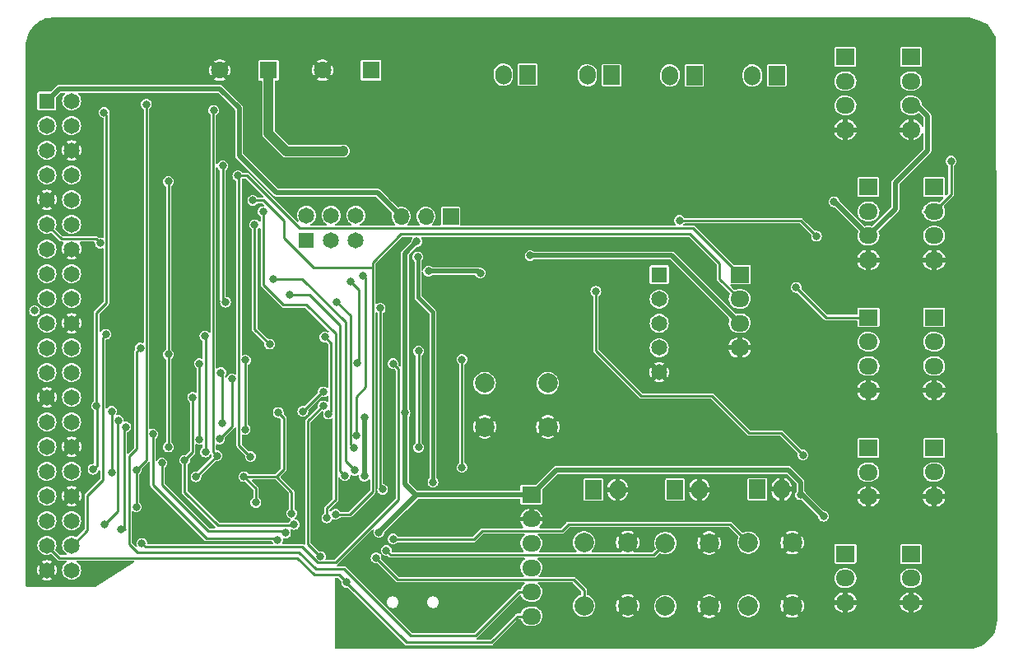
<source format=gbr>
%TF.GenerationSoftware,KiCad,Pcbnew,7.0.7*%
%TF.CreationDate,2023-11-29T11:23:34+01:00*%
%TF.ProjectId,Astroplant_AL,41737472-6f70-46c6-916e-745f414c2e6b,rev?*%
%TF.SameCoordinates,Original*%
%TF.FileFunction,Copper,L2,Bot*%
%TF.FilePolarity,Positive*%
%FSLAX46Y46*%
G04 Gerber Fmt 4.6, Leading zero omitted, Abs format (unit mm)*
G04 Created by KiCad (PCBNEW 7.0.7) date 2023-11-29 11:23:34*
%MOMM*%
%LPD*%
G01*
G04 APERTURE LIST*
%TA.AperFunction,ComponentPad*%
%ADD10R,1.650000X1.650000*%
%TD*%
%TA.AperFunction,ComponentPad*%
%ADD11C,1.650000*%
%TD*%
%TA.AperFunction,ComponentPad*%
%ADD12C,2.000000*%
%TD*%
%TA.AperFunction,ComponentPad*%
%ADD13R,1.950000X1.700000*%
%TD*%
%TA.AperFunction,ComponentPad*%
%ADD14O,1.950000X1.700000*%
%TD*%
%TA.AperFunction,ComponentPad*%
%ADD15R,1.700000X2.000000*%
%TD*%
%TA.AperFunction,ComponentPad*%
%ADD16O,1.700000X2.000000*%
%TD*%
%TA.AperFunction,ComponentPad*%
%ADD17R,1.800000X1.800000*%
%TD*%
%TA.AperFunction,ComponentPad*%
%ADD18C,1.800000*%
%TD*%
%TA.AperFunction,ComponentPad*%
%ADD19R,1.700000X1.700000*%
%TD*%
%TA.AperFunction,ComponentPad*%
%ADD20O,1.700000X1.700000*%
%TD*%
%TA.AperFunction,ViaPad*%
%ADD21C,0.800000*%
%TD*%
%TA.AperFunction,ViaPad*%
%ADD22C,4.000000*%
%TD*%
%TA.AperFunction,ViaPad*%
%ADD23C,3.500000*%
%TD*%
%TA.AperFunction,Conductor*%
%ADD24C,0.250000*%
%TD*%
%TA.AperFunction,Conductor*%
%ADD25C,1.000000*%
%TD*%
%TA.AperFunction,Conductor*%
%ADD26C,0.400000*%
%TD*%
%TA.AperFunction,Conductor*%
%ADD27C,0.500000*%
%TD*%
G04 APERTURE END LIST*
D10*
%TO.P,J14,1,1*%
%TO.N,+5V*%
X93180000Y-88630000D03*
D11*
%TO.P,J14,2,2*%
%TO.N,5V_RPi*%
X93180000Y-86090000D03*
%TO.P,J14,3,3*%
%TO.N,+5V*%
X95720000Y-88630000D03*
%TO.P,J14,4,4*%
%TO.N,5V_IN*%
X95720000Y-86090000D03*
%TO.P,J14,5,5*%
%TO.N,+5V*%
X98260000Y-88630000D03*
%TO.P,J14,6,6*%
%TO.N,5V_USB*%
X98260000Y-86090000D03*
%TD*%
D12*
%TO.P,SW2,1,1*%
%TO.N,GPIO6*%
X130104000Y-126290000D03*
X130104000Y-119790000D03*
%TO.P,SW2,2,2*%
%TO.N,GND*%
X134604000Y-126290000D03*
X134604000Y-119790000D03*
%TD*%
D13*
%TO.P,J22,1,SDA*%
%TO.N,SDA*%
X150996450Y-83179746D03*
D14*
%TO.P,J22,2,SCL*%
%TO.N,SCL*%
X150996450Y-85679746D03*
%TO.P,J22,3,PW*%
%TO.N,+3V3*%
X150996450Y-88179746D03*
%TO.P,J22,4,GND*%
%TO.N,GND*%
X150996450Y-90679746D03*
%TD*%
D13*
%TO.P,J1,1,DC+*%
%TO.N,+3V3*%
X116315000Y-114820000D03*
D14*
%TO.P,J1,2,DC-*%
%TO.N,GND*%
X116315000Y-117320000D03*
%TO.P,J1,3,CH1*%
%TO.N,GPIO27*%
X116315000Y-119820000D03*
%TO.P,J1,4,CH2*%
%TO.N,GPIO24*%
X116315000Y-122320000D03*
%TO.P,J1,5,CH3*%
%TO.N,GPIO25*%
X116315000Y-124820000D03*
%TO.P,J1,6,CH4*%
%TO.N,GPIO26*%
X116315000Y-127320000D03*
%TD*%
D15*
%TO.P,J19,1,A*%
%TO.N,+24V*%
X124580500Y-71680500D03*
D16*
%TO.P,J19,2,B*%
%TO.N,Net-(D4-A)*%
X122080500Y-71680500D03*
%TD*%
D13*
%TO.P,J7,1,DATA*%
%TO.N,GPIO4*%
X150989536Y-110000528D03*
D14*
%TO.P,J7,2,PW*%
%TO.N,+3V3*%
X150989536Y-112500528D03*
%TO.P,J7,3,GND*%
%TO.N,GND*%
X150989536Y-115000528D03*
%TD*%
D13*
%TO.P,J25,1,SDA*%
%TO.N,SDA*%
X155379724Y-69786663D03*
D14*
%TO.P,J25,2,SCL*%
%TO.N,SCL*%
X155379724Y-72286663D03*
%TO.P,J25,3,PW*%
%TO.N,+3V3*%
X155379724Y-74786663D03*
%TO.P,J25,4,GND*%
%TO.N,GND*%
X155379724Y-77286663D03*
%TD*%
D15*
%TO.P,J11,1,A*%
%TO.N,GPIO7*%
X139574000Y-114260000D03*
D16*
%TO.P,J11,2,B*%
%TO.N,GND*%
X142074000Y-114260000D03*
%TD*%
D13*
%TO.P,J24,1,SDA*%
%TO.N,SDA*%
X157757080Y-83181814D03*
D14*
%TO.P,J24,2,SCL*%
%TO.N,SCL*%
X157757080Y-85681814D03*
%TO.P,J24,3,PW*%
%TO.N,+3V3*%
X157757080Y-88181814D03*
%TO.P,J24,4,GND*%
%TO.N,GND*%
X157757080Y-90681814D03*
%TD*%
D10*
%TO.P,J13,1,1*%
%TO.N,GPIO13*%
X129475000Y-92200000D03*
D11*
%TO.P,J13,2,2*%
%TO.N,GPIO20*%
X129475000Y-94700000D03*
%TO.P,J13,3,3*%
%TO.N,GPIO18*%
X129475000Y-97200000D03*
%TO.P,J13,4,4*%
%TO.N,GPIO21*%
X129475000Y-99700000D03*
%TO.P,J13,5,5*%
%TO.N,GND*%
X129475000Y-102200000D03*
%TD*%
D13*
%TO.P,J26,1,SDA*%
%TO.N,SDA_5V*%
X151001390Y-96585449D03*
D14*
%TO.P,J26,2,SCL*%
%TO.N,SCL_5V*%
X151001390Y-99085449D03*
%TO.P,J26,3,PW*%
%TO.N,+5V*%
X151001390Y-101585449D03*
%TO.P,J26,4,GND*%
%TO.N,GND*%
X151001390Y-104085449D03*
%TD*%
D15*
%TO.P,J8,1,A*%
%TO.N,GPIO6*%
X131104000Y-114300000D03*
D16*
%TO.P,J8,2,B*%
%TO.N,GND*%
X133604000Y-114300000D03*
%TD*%
D13*
%TO.P,J4,1,DATA*%
%TO.N,GPIO17*%
X148631294Y-120897123D03*
D14*
%TO.P,J4,2,PW*%
%TO.N,+3V3*%
X148631294Y-123397123D03*
%TO.P,J4,3,GND*%
%TO.N,GND*%
X148631294Y-125897123D03*
%TD*%
D15*
%TO.P,J18,1,A*%
%TO.N,+24V*%
X115940500Y-71620500D03*
D16*
%TO.P,J18,2,B*%
%TO.N,Net-(D4-A)*%
X113440500Y-71620500D03*
%TD*%
D12*
%TO.P,SW4,1,1*%
%TO.N,GND*%
X118015000Y-107850000D03*
X111515000Y-107850000D03*
%TO.P,SW4,2,2*%
%TO.N,Net-(D1-Pad1)*%
X118015000Y-103350000D03*
X111515000Y-103350000D03*
%TD*%
%TO.P,SW1,1,1*%
%TO.N,GPIO5*%
X121734000Y-126230000D03*
X121734000Y-119730000D03*
%TO.P,SW1,2,2*%
%TO.N,GND*%
X126234000Y-126230000D03*
X126234000Y-119730000D03*
%TD*%
D13*
%TO.P,J9,1,DATA*%
%TO.N,GPIO4*%
X157742884Y-109997179D03*
D14*
%TO.P,J9,2,PW*%
%TO.N,+3V3*%
X157742884Y-112497179D03*
%TO.P,J9,3,GND*%
%TO.N,GND*%
X157742884Y-114997179D03*
%TD*%
D17*
%TO.P,J21,1,Pin_1*%
%TO.N,+24V*%
X99830000Y-71160000D03*
D18*
%TO.P,J21,2,Pin_2*%
%TO.N,GND*%
X94830000Y-71160000D03*
%TD*%
D17*
%TO.P,J20,1,Pin_1*%
%TO.N,5V_IN*%
X89280891Y-71175529D03*
D18*
%TO.P,J20,2,Pin_2*%
%TO.N,GND*%
X84280891Y-71175529D03*
%TD*%
D13*
%TO.P,J3,1,DATA*%
%TO.N,GPIO17*%
X155381294Y-120907123D03*
D14*
%TO.P,J3,2,PW*%
%TO.N,+3V3*%
X155381294Y-123407123D03*
%TO.P,J3,3,GND*%
%TO.N,GND*%
X155381294Y-125907123D03*
%TD*%
D13*
%TO.P,J10,1,TX*%
%TO.N,TX*%
X137752705Y-92186646D03*
D14*
%TO.P,J10,2,RX*%
%TO.N,RX*%
X137752705Y-94686646D03*
%TO.P,J10,3,PW*%
%TO.N,+5V*%
X137752705Y-97186646D03*
%TO.P,J10,4,GND*%
%TO.N,GND*%
X137752705Y-99686646D03*
%TD*%
D15*
%TO.P,J17,1,A*%
%TO.N,+24V*%
X133080500Y-71700500D03*
D16*
%TO.P,J17,2,B*%
%TO.N,Net-(D3-A)*%
X130580500Y-71700500D03*
%TD*%
D15*
%TO.P,J16,1,A*%
%TO.N,+24V*%
X141560500Y-71710500D03*
D16*
%TO.P,J16,2,B*%
%TO.N,Net-(D2-A)*%
X139060500Y-71710500D03*
%TD*%
D12*
%TO.P,SW3,1,1*%
%TO.N,GPIO7*%
X138654000Y-126250000D03*
X138654000Y-119750000D03*
%TO.P,SW3,2,2*%
%TO.N,GND*%
X143154000Y-126250000D03*
X143154000Y-119750000D03*
%TD*%
D13*
%TO.P,J27,1,SDA*%
%TO.N,SDA*%
X148627429Y-69783309D03*
D14*
%TO.P,J27,2,SCL*%
%TO.N,SCL*%
X148627429Y-72283309D03*
%TO.P,J27,3,PW*%
%TO.N,+3V3*%
X148627429Y-74783309D03*
%TO.P,J27,4,GND*%
%TO.N,GND*%
X148627429Y-77283309D03*
%TD*%
D10*
%TO.P,J2,1,3V3*%
%TO.N,3.3V_RPi*%
X66480000Y-74320000D03*
D11*
%TO.P,J2,2,5V*%
%TO.N,5V_RPi*%
X69020000Y-74320000D03*
%TO.P,J2,3,SDA/GPIO2*%
%TO.N,SDA*%
X66480000Y-76860000D03*
%TO.P,J2,4,5V*%
%TO.N,5V_RPi*%
X69020000Y-76860000D03*
%TO.P,J2,5,SCL/GPIO3*%
%TO.N,SCL*%
X66480000Y-79400000D03*
%TO.P,J2,6,GND*%
%TO.N,GND*%
X69020000Y-79400000D03*
%TO.P,J2,7,GCLK0/GPIO4*%
%TO.N,GPIO4*%
X66480000Y-81940000D03*
%TO.P,J2,8,GPIO14/TXD*%
%TO.N,TX*%
X69020000Y-81940000D03*
%TO.P,J2,9,GND*%
%TO.N,GND*%
X66480000Y-84480000D03*
%TO.P,J2,10,GPIO15/RXD*%
%TO.N,RX*%
X69020000Y-84480000D03*
%TO.P,J2,11,GPIO17*%
%TO.N,GPIO17*%
X66480000Y-87020000D03*
%TO.P,J2,12,GPIO18/PWM0*%
%TO.N,GPIO18*%
X69020000Y-87020000D03*
%TO.P,J2,13,GPIO27*%
%TO.N,GPIO27*%
X66480000Y-89560000D03*
%TO.P,J2,14,GND*%
%TO.N,GND*%
X69020000Y-89560000D03*
%TO.P,J2,15,GPIO22*%
%TO.N,GPIO22*%
X66480000Y-92100000D03*
%TO.P,J2,16,GPIO23*%
%TO.N,GPIO23*%
X69020000Y-92100000D03*
%TO.P,J2,17,3V3*%
%TO.N,3.3V_RPi*%
X66480000Y-94640000D03*
%TO.P,J2,18,GPIO24*%
%TO.N,GPIO24*%
X69020000Y-94640000D03*
%TO.P,J2,19,MOSI0/GPIO10*%
%TO.N,MOSI*%
X66480000Y-97180000D03*
%TO.P,J2,20,GND*%
%TO.N,GND*%
X69020000Y-97180000D03*
%TO.P,J2,21,MISO0/GPIO9*%
%TO.N,MISO*%
X66480000Y-99720000D03*
%TO.P,J2,22,GPIO25*%
%TO.N,GPIO25*%
X69020000Y-99720000D03*
%TO.P,J2,23,SCLK0/GPIO11*%
%TO.N,SCLK*%
X66480000Y-102260000D03*
%TO.P,J2,24,~{CE0}/GPIO8*%
%TO.N,CE0*%
X69020000Y-102260000D03*
%TO.P,J2,25,GND*%
%TO.N,GND*%
X66480000Y-104800000D03*
%TO.P,J2,26,~{CE1}/GPIO7*%
%TO.N,GPIO7*%
X69020000Y-104800000D03*
%TO.P,J2,27,ID_SD/GPIO0*%
%TO.N,unconnected-(J2-ID_SD{slash}GPIO0-Pad27)*%
X66480000Y-107340000D03*
%TO.P,J2,28,ID_SC/GPIO1*%
%TO.N,unconnected-(J2-ID_SC{slash}GPIO1-Pad28)*%
X69020000Y-107340000D03*
%TO.P,J2,29,GCLK1/GPIO5*%
%TO.N,GPIO5*%
X66480000Y-109880000D03*
%TO.P,J2,30,GND*%
%TO.N,GND*%
X69020000Y-109880000D03*
%TO.P,J2,31,GCLK2/GPIO6*%
%TO.N,GPIO6*%
X66480000Y-112420000D03*
%TO.P,J2,32,PWM0/GPIO12*%
%TO.N,GPIO12*%
X69020000Y-112420000D03*
%TO.P,J2,33,PWM1/GPIO13*%
%TO.N,GPIO13*%
X66480000Y-114960000D03*
%TO.P,J2,34,GND*%
%TO.N,GND*%
X69020000Y-114960000D03*
%TO.P,J2,35,GPIO19/MISO1*%
%TO.N,GPIO19*%
X66480000Y-117500000D03*
%TO.P,J2,36,GPIO16*%
%TO.N,GPIO16*%
X69020000Y-117500000D03*
%TO.P,J2,37,GPIO26*%
%TO.N,GPIO26*%
X66480000Y-120040000D03*
%TO.P,J2,38,GPIO20/MOSI1*%
%TO.N,GPIO20*%
X69020000Y-120040000D03*
%TO.P,J2,39,GND*%
%TO.N,GND*%
X66480000Y-122580000D03*
%TO.P,J2,40,GPIO21/SCLK1*%
%TO.N,GPIO21*%
X69020000Y-122580000D03*
%TD*%
D13*
%TO.P,J23,1,SDA*%
%TO.N,SDA_5V*%
X157755786Y-96584691D03*
D14*
%TO.P,J23,2,SCL*%
%TO.N,SCL_5V*%
X157755786Y-99084691D03*
%TO.P,J23,3,PW*%
%TO.N,+5V*%
X157755786Y-101584691D03*
%TO.P,J23,4,GND*%
%TO.N,GND*%
X157755786Y-104084691D03*
%TD*%
D15*
%TO.P,J5,1,A*%
%TO.N,GPIO5*%
X122704000Y-114310000D03*
D16*
%TO.P,J5,2,B*%
%TO.N,GND*%
X125204000Y-114310000D03*
%TD*%
D19*
%TO.P,JP5,1,A*%
%TO.N,3.3V_Generated*%
X108015000Y-86200000D03*
D20*
%TO.P,JP5,2,C*%
%TO.N,+3V3*%
X105475000Y-86200000D03*
%TO.P,JP5,3,B*%
%TO.N,3.3V_RPi*%
X102935000Y-86200000D03*
%TD*%
D21*
%TO.N,GND*%
X80370000Y-103940000D03*
X70630000Y-103860000D03*
X70900000Y-75160000D03*
X120780000Y-128010000D03*
X127870000Y-73870000D03*
X110540000Y-73780000D03*
X109490000Y-117250000D03*
X109140000Y-113490000D03*
X102400000Y-82220000D03*
X95620000Y-82040000D03*
%TO.N,5V_IN*%
X97000000Y-79460000D03*
%TO.N,GND*%
X87850000Y-107490000D03*
X77225000Y-115960000D03*
X80030000Y-119320000D03*
X107360000Y-109040000D03*
X102050000Y-92680000D03*
X101670000Y-110330000D03*
X99990000Y-116750000D03*
X80980000Y-93280000D03*
X109960000Y-96440000D03*
X79310000Y-113580000D03*
X79450000Y-111030000D03*
X90480000Y-97260000D03*
X85160000Y-97260000D03*
X87100000Y-93360000D03*
X74860000Y-93110000D03*
X107550000Y-98420000D03*
X84920000Y-101020000D03*
X87070000Y-90380000D03*
X88230000Y-102760000D03*
X113400000Y-117370000D03*
X135840000Y-83440000D03*
X135840000Y-85660000D03*
%TO.N,5V_USB*%
X104640000Y-90360000D03*
X106200000Y-113530000D03*
%TO.N,GND*%
X82120000Y-113970000D03*
X132000000Y-89060000D03*
X114340000Y-89320000D03*
X148300000Y-106040000D03*
X145025000Y-76690000D03*
X132925000Y-106680000D03*
X157435000Y-117480000D03*
X151905000Y-77420000D03*
X88030000Y-79200000D03*
X94615000Y-113950000D03*
X142470000Y-95170000D03*
X108170000Y-92690000D03*
X101525000Y-77510000D03*
X97705000Y-127620000D03*
X94255000Y-116810000D03*
X132334000Y-77724000D03*
X137668000Y-109220000D03*
X97385000Y-115300000D03*
X154300786Y-90684691D03*
X128165500Y-78965500D03*
X152155000Y-126050000D03*
X114655000Y-108150000D03*
X89975000Y-109550000D03*
X94725000Y-73420000D03*
X71570000Y-90150000D03*
X86575000Y-73230000D03*
X132805000Y-101110000D03*
X75240000Y-74580000D03*
X143510000Y-100838000D03*
X89760000Y-114000000D03*
X136075000Y-117130000D03*
X93185000Y-77220000D03*
X74650000Y-79560000D03*
X92285000Y-111530000D03*
X119245000Y-117170000D03*
X74770000Y-90110000D03*
X118440500Y-80345500D03*
D22*
X160790000Y-69180000D03*
D21*
X92285000Y-111530000D03*
X157734000Y-80518000D03*
X81010000Y-90110000D03*
X125500000Y-84090000D03*
X81060000Y-71150000D03*
X154300786Y-104454691D03*
D22*
X160790000Y-127180000D03*
D21*
X110285000Y-127790000D03*
X99625000Y-73620000D03*
D22*
X77790000Y-69180000D03*
D21*
X86470000Y-114760000D03*
X114630000Y-100330000D03*
X127905000Y-117000000D03*
X159766000Y-85852000D03*
X128185000Y-106890000D03*
X123444000Y-77724000D03*
X136665500Y-78865500D03*
X91995000Y-105570000D03*
D23*
X67810000Y-69230000D03*
D21*
X114260000Y-85700000D03*
X140716000Y-77724000D03*
X137900000Y-106120000D03*
X103805000Y-117010000D03*
X71530000Y-80260000D03*
X145515000Y-125610000D03*
X95105000Y-118730000D03*
X92605000Y-101940000D03*
X84325000Y-68560000D03*
X135890000Y-88150000D03*
X97365000Y-77580000D03*
X94505000Y-109360000D03*
X128035000Y-110998000D03*
X137160000Y-110998000D03*
%TO.N,+3V3*%
X147460786Y-84684691D03*
X99145000Y-106900000D03*
X144018000Y-114820000D03*
X100645000Y-118680000D03*
X103315000Y-106390000D03*
X91660000Y-116750000D03*
X87975000Y-115620000D03*
X86760000Y-112954500D03*
X90285000Y-106370000D03*
X99125000Y-112920000D03*
X104540000Y-88780000D03*
X146375000Y-117025000D03*
%TO.N,SCL*%
X84855000Y-95015500D03*
X96295000Y-95010000D03*
X145653286Y-88227191D03*
X84565000Y-80980000D03*
X159512000Y-80518000D03*
X98044000Y-109982000D03*
X131572000Y-86614000D03*
%TO.N,GPIO4*%
X78995000Y-82610000D03*
X78995000Y-109910000D03*
X78995000Y-100380000D03*
X104715000Y-100040000D03*
X104725000Y-109950000D03*
%TO.N,TX*%
X86125000Y-82010000D03*
X87437600Y-110905500D03*
%TO.N,RX*%
X87665000Y-84540000D03*
X96185000Y-116840000D03*
%TO.N,GPIO17*%
X144272000Y-110744000D03*
X122955000Y-93910000D03*
X71985000Y-88950000D03*
%TO.N,GPIO18*%
X87855000Y-87060000D03*
X89395000Y-99325000D03*
%TO.N,GPIO27*%
X109175000Y-112014000D03*
X98440500Y-101320000D03*
X109175000Y-100915500D03*
X97750500Y-92890000D03*
%TO.N,GPIO24*%
X101015000Y-114260000D03*
X100765000Y-95640000D03*
%TO.N,MOSI*%
X82785000Y-110420000D03*
X82745000Y-98500000D03*
%TO.N,MISO*%
X82175000Y-101330000D03*
X82175000Y-109120000D03*
%TO.N,GPIO25*%
X76095000Y-99720000D03*
%TO.N,SCLK*%
X84225000Y-109110000D03*
X85500000Y-102930000D03*
%TO.N,CE0*%
X84500000Y-107420000D03*
X84370000Y-102260000D03*
%TO.N,GPIO7*%
X91910000Y-117870000D03*
X81485000Y-104800000D03*
X102108000Y-119380000D03*
X80645000Y-111270000D03*
%TO.N,GPIO5*%
X100342500Y-121307500D03*
X90210000Y-119460000D03*
X77375000Y-108580000D03*
%TO.N,GPIO6*%
X101395000Y-120555000D03*
X78315000Y-111560000D03*
X91030000Y-118750000D03*
%TO.N,GPIO12*%
X71605000Y-105680000D03*
X72365000Y-75510000D03*
X71235000Y-112210000D03*
%TO.N,GPIO13*%
X65215000Y-95900000D03*
%TO.N,GPIO19*%
X83985000Y-110810000D03*
X81815000Y-112975500D03*
X83635000Y-75274500D03*
%TO.N,GPIO16*%
X76715000Y-74660000D03*
X75692000Y-112268000D03*
X75692000Y-116078000D03*
%TO.N,GPIO26*%
X97315000Y-123840000D03*
%TO.N,GPIO20*%
X72550000Y-98310000D03*
%TO.N,GPIO21*%
X76251839Y-119818661D03*
X102108000Y-101346000D03*
%TO.N,+5V*%
X105730000Y-91820000D03*
X111070000Y-92030000D03*
X116200000Y-90210000D03*
%TO.N,SDA_5V*%
X143550786Y-93494691D03*
%TO.N,Net-(U2-PA3)*%
X86905000Y-100980000D03*
X86875000Y-108105500D03*
%TO.N,Net-(U2-PA0)*%
X73145000Y-106240000D03*
X73145000Y-112520000D03*
%TO.N,Net-(U2-PA1)*%
X73835000Y-107180000D03*
X72435000Y-117880000D03*
%TO.N,Net-(U2-PA2)*%
X74599947Y-107845463D03*
X74145000Y-118400000D03*
%TO.N,Net-(U2-PC13)*%
X95075000Y-98590000D03*
X95451056Y-106516495D03*
%TO.N,Net-(U2-PC14)*%
X94909500Y-105670000D03*
X94635000Y-121180000D03*
%TO.N,Net-(U2-PC11)*%
X89750000Y-92620000D03*
X98135000Y-112300000D03*
%TO.N,Net-(U2-PC10)*%
X91450000Y-94260000D03*
X97130353Y-112860654D03*
%TO.N,Net-(U2-PC6)*%
X88735000Y-85710000D03*
X95285000Y-117210000D03*
%TO.N,Net-(U2-NRST)*%
X94909500Y-104230000D03*
X92815000Y-106240000D03*
%TO.N,SDA*%
X99035000Y-92280000D03*
X98325000Y-108730000D03*
%TD*%
D24*
%TO.N,GPIO12*%
X71610000Y-111835000D02*
X71610000Y-105685000D01*
X71610000Y-105685000D02*
X71605000Y-105680000D01*
X71235000Y-112210000D02*
X71610000Y-111835000D01*
%TO.N,SCLK*%
X85575000Y-107760000D02*
X84225000Y-109110000D01*
X85575000Y-103005000D02*
X85575000Y-107760000D01*
X85500000Y-102930000D02*
X85575000Y-103005000D01*
%TO.N,CE0*%
X84370000Y-102260000D02*
X84530000Y-102420000D01*
X84530000Y-102420000D02*
X84530000Y-107390000D01*
X84530000Y-107390000D02*
X84500000Y-107420000D01*
%TO.N,Net-(U2-PC10)*%
X96640000Y-97395000D02*
X96640000Y-112370301D01*
X96640000Y-112370301D02*
X97130353Y-112860654D01*
X93505000Y-94260000D02*
X96640000Y-97395000D01*
X91450000Y-94260000D02*
X93505000Y-94260000D01*
%TO.N,SDA*%
X98295000Y-108700000D02*
X98325000Y-108730000D01*
X98295000Y-104710000D02*
X98295000Y-108700000D01*
X99240000Y-103765000D02*
X98295000Y-104710000D01*
X99240000Y-92485000D02*
X99240000Y-103765000D01*
X99035000Y-92280000D02*
X99240000Y-92485000D01*
D25*
%TO.N,5V_IN*%
X96970000Y-79490000D02*
X97000000Y-79460000D01*
X96810000Y-79490000D02*
X96970000Y-79490000D01*
X91150000Y-79490000D02*
X96810000Y-79490000D01*
X89280891Y-77620891D02*
X91150000Y-79490000D01*
X89280891Y-71175529D02*
X89280891Y-77620891D01*
D24*
%TO.N,GPIO7*%
X80645000Y-114545000D02*
X80645000Y-111270000D01*
X84060000Y-117960000D02*
X80645000Y-114545000D01*
X91820000Y-117960000D02*
X84060000Y-117960000D01*
X91910000Y-117870000D02*
X91820000Y-117960000D01*
%TO.N,GPIO6*%
X78315000Y-113805000D02*
X78315000Y-111560000D01*
X83050000Y-118540000D02*
X78315000Y-113805000D01*
X90820000Y-118540000D02*
X83050000Y-118540000D01*
X91030000Y-118750000D02*
X90820000Y-118540000D01*
%TO.N,GPIO5*%
X82880000Y-119330000D02*
X77375000Y-113825000D01*
X90080000Y-119330000D02*
X82880000Y-119330000D01*
X77375000Y-113825000D02*
X77375000Y-108580000D01*
X90210000Y-119460000D02*
X90080000Y-119330000D01*
%TO.N,+3V3*%
X90830000Y-112192858D02*
X90068358Y-112954500D01*
X90830000Y-106915000D02*
X90830000Y-112192858D01*
X90285000Y-106370000D02*
X90830000Y-106915000D01*
%TO.N,Net-(U2-PC6)*%
X88735000Y-93205000D02*
X88735000Y-85710000D01*
X93190000Y-95290000D02*
X90820000Y-95290000D01*
X96165000Y-115326116D02*
X96165000Y-98265000D01*
X96165000Y-98265000D02*
X93190000Y-95290000D01*
X95285000Y-117210000D02*
X95285000Y-116206116D01*
X95285000Y-116206116D02*
X96165000Y-115326116D01*
X90820000Y-95290000D02*
X88735000Y-93205000D01*
%TO.N,GPIO20*%
X69075000Y-120040000D02*
X69020000Y-120040000D01*
X70635000Y-118480000D02*
X69075000Y-120040000D01*
X70635000Y-114875000D02*
X70635000Y-118480000D01*
X72230000Y-113280000D02*
X70635000Y-114875000D01*
X72550000Y-98310000D02*
X72230000Y-98630000D01*
X72230000Y-98630000D02*
X72230000Y-113280000D01*
%TO.N,GPIO21*%
X76603178Y-120170000D02*
X76251839Y-119818661D01*
X94376116Y-121805000D02*
X92741116Y-120170000D01*
X96190000Y-121805000D02*
X94376116Y-121805000D01*
X102625000Y-115370000D02*
X96190000Y-121805000D01*
X92741116Y-120170000D02*
X76603178Y-120170000D01*
X102625000Y-101863000D02*
X102625000Y-115370000D01*
X102108000Y-101346000D02*
X102625000Y-101863000D01*
%TO.N,GPIO25*%
X115095000Y-124820000D02*
X116315000Y-124820000D01*
X103915000Y-129310000D02*
X110605000Y-129310000D01*
X97085000Y-122480000D02*
X103915000Y-129310000D01*
X92385000Y-120730000D02*
X94135000Y-122480000D01*
X74930000Y-119888000D02*
X75772000Y-120730000D01*
X110605000Y-129310000D02*
X115095000Y-124820000D01*
X75772000Y-120730000D02*
X92385000Y-120730000D01*
X74930000Y-110885000D02*
X74930000Y-119888000D01*
X75725000Y-110090000D02*
X74930000Y-110885000D01*
X75725000Y-100090000D02*
X75725000Y-110090000D01*
X94135000Y-122480000D02*
X97085000Y-122480000D01*
X76095000Y-99720000D02*
X75725000Y-100090000D01*
%TO.N,GPIO26*%
X92205000Y-121310000D02*
X67750000Y-121310000D01*
X93975000Y-123080000D02*
X92205000Y-121310000D01*
X96555000Y-123080000D02*
X93975000Y-123080000D01*
X97315000Y-123840000D02*
X96555000Y-123080000D01*
X67750000Y-121310000D02*
X66480000Y-120040000D01*
%TO.N,+3V3*%
X91660000Y-114546142D02*
X90068358Y-112954500D01*
X91660000Y-116750000D02*
X91660000Y-114546142D01*
X90068358Y-112954500D02*
X86760000Y-112954500D01*
%TO.N,Net-(U2-PC13)*%
X95700000Y-99215000D02*
X95700000Y-106267551D01*
X95075000Y-98590000D02*
X95700000Y-99215000D01*
X95700000Y-106267551D02*
X95451056Y-106516495D01*
%TO.N,TX*%
X87080000Y-82010000D02*
X86125000Y-82010000D01*
X92480000Y-87410000D02*
X87080000Y-82010000D01*
X132976059Y-87410000D02*
X92480000Y-87410000D01*
X137752705Y-92186646D02*
X132976059Y-87410000D01*
%TO.N,RX*%
X90880000Y-88430000D02*
X93920000Y-91470000D01*
X90880000Y-86650000D02*
X90880000Y-88430000D01*
X88770000Y-84540000D02*
X90880000Y-86650000D01*
X87665000Y-84540000D02*
X88770000Y-84540000D01*
X93920000Y-91470000D02*
X99995000Y-91470000D01*
X135675000Y-92608941D02*
X137752705Y-94686646D01*
X132635000Y-88010000D02*
X135675000Y-91050000D01*
X135675000Y-91050000D02*
X135675000Y-92608941D01*
X102895000Y-88010000D02*
X132635000Y-88010000D01*
X99995000Y-90910000D02*
X102895000Y-88010000D01*
X99995000Y-91470000D02*
X99995000Y-90910000D01*
D26*
%TO.N,5V_USB*%
X104640000Y-94510000D02*
X106200000Y-96070000D01*
X106200000Y-96070000D02*
X106200000Y-113530000D01*
X104640000Y-90360000D02*
X104640000Y-94510000D01*
D27*
%TO.N,+3V3*%
X103315000Y-90005000D02*
X103315000Y-106390000D01*
X104540000Y-88780000D02*
X103315000Y-90005000D01*
D24*
%TO.N,GPIO6*%
X130104000Y-119832000D02*
X130104000Y-119790000D01*
X128923787Y-121012213D02*
X130104000Y-119832000D01*
X101852213Y-121012213D02*
X128923787Y-121012213D01*
X101395000Y-120555000D02*
X101852213Y-121012213D01*
%TO.N,GPIO5*%
X121734000Y-124624000D02*
X121734000Y-126230000D01*
X102575000Y-123540000D02*
X120650000Y-123540000D01*
X100342500Y-121307500D02*
X102575000Y-123540000D01*
X120650000Y-123540000D02*
X121734000Y-124624000D01*
D27*
%TO.N,3.3V_RPi*%
X100495000Y-83760000D02*
X102935000Y-86200000D01*
X90080000Y-83760000D02*
X100495000Y-83760000D01*
X86260000Y-79940000D02*
X90080000Y-83760000D01*
X84275000Y-73070000D02*
X86260000Y-75055000D01*
X86260000Y-75055000D02*
X86260000Y-79940000D01*
X67730000Y-73070000D02*
X84275000Y-73070000D01*
X66480000Y-74320000D02*
X67730000Y-73070000D01*
D24*
%TO.N,Net-(U2-PC11)*%
X97190000Y-111355000D02*
X98135000Y-112300000D01*
X89750000Y-92620000D02*
X92748884Y-92620000D01*
X97190000Y-97061116D02*
X97190000Y-111355000D01*
X92748884Y-92620000D02*
X97190000Y-97061116D01*
D27*
%TO.N,+3V3*%
X104505000Y-114820000D02*
X104406000Y-114820000D01*
X144018000Y-113538000D02*
X144018000Y-114820000D01*
D24*
X87975000Y-114169500D02*
X87975000Y-115620000D01*
D27*
X103165000Y-116160000D02*
X100595000Y-118730000D01*
X99125000Y-112920000D02*
X99125000Y-106920000D01*
X103315000Y-113729000D02*
X103315000Y-106390000D01*
X116315000Y-114820000D02*
X118867000Y-112268000D01*
X104505000Y-114820000D02*
X103165000Y-116160000D01*
X150996450Y-88179746D02*
X153765786Y-85410410D01*
X155996663Y-74786663D02*
X155379724Y-74786663D01*
X157070000Y-79404000D02*
X157070000Y-75860000D01*
X153765786Y-85410410D02*
X153765786Y-82708214D01*
X144018000Y-114820000D02*
X144170000Y-114820000D01*
X142748000Y-112268000D02*
X144018000Y-113538000D01*
D24*
X86760000Y-112954500D02*
X87975000Y-114169500D01*
D27*
X150996450Y-88179746D02*
X147501395Y-84684691D01*
X153765786Y-82708214D02*
X157070000Y-79404000D01*
X157070000Y-75860000D02*
X155996663Y-74786663D01*
X118867000Y-112268000D02*
X142748000Y-112268000D01*
X104406000Y-114820000D02*
X103315000Y-113729000D01*
X99125000Y-106920000D02*
X99145000Y-106900000D01*
X116315000Y-114820000D02*
X104505000Y-114820000D01*
X144170000Y-114820000D02*
X146375000Y-117025000D01*
X147501395Y-84684691D02*
X147460786Y-84684691D01*
%TO.N,3.3V_RPi*%
X66480000Y-74320000D02*
X67655000Y-73145000D01*
D24*
%TO.N,SCL*%
X144018000Y-86614000D02*
X131572000Y-86614000D01*
X144548095Y-87122000D02*
X144526000Y-87122000D01*
X159512000Y-80518000D02*
X159512000Y-83926894D01*
X144526000Y-87122000D02*
X144018000Y-86614000D01*
X97695000Y-109633000D02*
X97695000Y-96410000D01*
X156757909Y-85681814D02*
X157757080Y-85681814D01*
X84565000Y-94725500D02*
X84855000Y-95015500D01*
X98044000Y-109982000D02*
X97695000Y-109633000D01*
X145653286Y-88227191D02*
X144548095Y-87122000D01*
X84565000Y-80980000D02*
X84565000Y-94725500D01*
X97695000Y-96410000D02*
X96295000Y-95010000D01*
X159512000Y-83926894D02*
X157757080Y-85681814D01*
%TO.N,GPIO4*%
X104725000Y-109950000D02*
X104725000Y-100470000D01*
X104725000Y-100470000D02*
X104715000Y-100460000D01*
X104725000Y-100470000D02*
X104735000Y-100460000D01*
X78995000Y-100380000D02*
X78995000Y-109910000D01*
X104715000Y-100460000D02*
X104715000Y-100040000D01*
X78995000Y-82610000D02*
X78995000Y-100380000D01*
%TO.N,TX*%
X86250000Y-109717900D02*
X86250000Y-82135000D01*
X86125000Y-82010000D02*
X86145000Y-81990000D01*
X86250000Y-82135000D02*
X86125000Y-82010000D01*
X87437600Y-110905500D02*
X86250000Y-109717900D01*
%TO.N,RX*%
X96185000Y-116840000D02*
X97675000Y-116840000D01*
X99995000Y-114520000D02*
X99995000Y-91470000D01*
X97675000Y-116840000D02*
X99995000Y-114520000D01*
%TO.N,GPIO17*%
X144272000Y-110744000D02*
X141986000Y-108458000D01*
X122955000Y-99990000D02*
X122955000Y-93910000D01*
X134874000Y-104648000D02*
X127613000Y-104648000D01*
X141986000Y-108458000D02*
X138684000Y-108458000D01*
X138684000Y-108458000D02*
X134874000Y-104648000D01*
X66480000Y-87020000D02*
X67970000Y-88510000D01*
X71545000Y-88510000D02*
X71985000Y-88950000D01*
X67970000Y-88510000D02*
X71545000Y-88510000D01*
X127613000Y-104648000D02*
X122955000Y-99990000D01*
%TO.N,GPIO18*%
X87855000Y-87060000D02*
X87855000Y-97785000D01*
X87855000Y-97785000D02*
X89395000Y-99325000D01*
%TO.N,GPIO27*%
X98440500Y-101320000D02*
X98595000Y-101165500D01*
X109175000Y-112014000D02*
X109175000Y-100915500D01*
X98595000Y-101165500D02*
X98595000Y-93734500D01*
X98595000Y-93734500D02*
X97750500Y-92890000D01*
%TO.N,GPIO24*%
X100765000Y-95640000D02*
X100765000Y-114010000D01*
X100765000Y-114010000D02*
X101015000Y-114260000D01*
%TO.N,MOSI*%
X82745000Y-98720000D02*
X82800000Y-98775000D01*
X82800000Y-110405000D02*
X82785000Y-110420000D01*
X82745000Y-98500000D02*
X82745000Y-98720000D01*
X82800000Y-98775000D02*
X82800000Y-110405000D01*
%TO.N,MISO*%
X82175000Y-109120000D02*
X82175000Y-101330000D01*
%TO.N,GPIO7*%
X111276553Y-118532331D02*
X119465669Y-118532331D01*
X102108000Y-119380000D02*
X102148000Y-119420000D01*
X81485000Y-110430000D02*
X81485000Y-104800000D01*
X80645000Y-111270000D02*
X81485000Y-110430000D01*
X136760000Y-117856000D02*
X138654000Y-119750000D01*
X110388884Y-119420000D02*
X111276553Y-118532331D01*
X102148000Y-119420000D02*
X110388884Y-119420000D01*
X119465669Y-118532331D02*
X120142000Y-117856000D01*
X120142000Y-117856000D02*
X136760000Y-117856000D01*
%TO.N,GPIO12*%
X72610000Y-95095000D02*
X71605000Y-96100000D01*
X71605000Y-96100000D02*
X71605000Y-105680000D01*
X72610000Y-75755000D02*
X72610000Y-95095000D01*
X72365000Y-75510000D02*
X72610000Y-75755000D01*
%TO.N,GPIO19*%
X83600000Y-75309500D02*
X83600000Y-110425000D01*
X81815000Y-112975500D02*
X81819500Y-112975500D01*
X83600000Y-110425000D02*
X83985000Y-110810000D01*
X81819500Y-112975500D02*
X83985000Y-110810000D01*
X83635000Y-75274500D02*
X83600000Y-75309500D01*
%TO.N,GPIO16*%
X76720000Y-74665000D02*
X76715000Y-74660000D01*
X75692000Y-112268000D02*
X76720000Y-111240000D01*
X76720000Y-111240000D02*
X76720000Y-74665000D01*
X75692000Y-112268000D02*
X75692000Y-116078000D01*
%TO.N,GPIO26*%
X114885000Y-127320000D02*
X116315000Y-127320000D01*
X103455000Y-130020000D02*
X112185000Y-130020000D01*
X97315000Y-123880000D02*
X103455000Y-130020000D01*
X97315000Y-123840000D02*
X97315000Y-123880000D01*
X112185000Y-130020000D02*
X114885000Y-127320000D01*
D27*
%TO.N,+5V*%
X105730000Y-91820000D02*
X110860000Y-91820000D01*
X130776059Y-90210000D02*
X137752705Y-97186646D01*
X110860000Y-91820000D02*
X111070000Y-92030000D01*
X116200000Y-90210000D02*
X130776059Y-90210000D01*
D24*
%TO.N,SDA_5V*%
X146641544Y-96585449D02*
X151001390Y-96585449D01*
X143550786Y-93494691D02*
X146641544Y-96585449D01*
%TO.N,Net-(U2-PA3)*%
X86875000Y-101010000D02*
X86905000Y-100980000D01*
X86875000Y-108105500D02*
X86875000Y-101010000D01*
%TO.N,Net-(U2-PA0)*%
X73145000Y-106240000D02*
X73145000Y-112520000D01*
X73095000Y-112570000D02*
X73145000Y-112520000D01*
%TO.N,Net-(U2-PA1)*%
X73805000Y-116510000D02*
X73805000Y-107210000D01*
X73805000Y-107210000D02*
X73835000Y-107180000D01*
X72435000Y-117880000D02*
X73805000Y-116510000D01*
%TO.N,Net-(U2-PA2)*%
X74422000Y-108023410D02*
X74422000Y-118307000D01*
X74422000Y-118307000D02*
X74515000Y-118400000D01*
X74599947Y-107845463D02*
X74422000Y-108023410D01*
X74515000Y-118400000D02*
X74145000Y-118400000D01*
%TO.N,Net-(U2-PC14)*%
X93335000Y-119880000D02*
X93335000Y-107244500D01*
X93335000Y-107244500D02*
X94909500Y-105670000D01*
X94635000Y-121180000D02*
X93335000Y-119880000D01*
%TO.N,Net-(U2-NRST)*%
X94825000Y-104230000D02*
X94909500Y-104230000D01*
X92815000Y-106240000D02*
X94825000Y-104230000D01*
%TD*%
%TA.AperFunction,Conductor*%
%TO.N,GND*%
G36*
X161291293Y-65680567D02*
G01*
X161320992Y-65682124D01*
X161350517Y-65688271D01*
X162121972Y-65977093D01*
X163203505Y-66382002D01*
X163234759Y-66400896D01*
X163348964Y-66502955D01*
X163350983Y-66504863D01*
X163355876Y-66509756D01*
X163370602Y-66528556D01*
X164130803Y-67786508D01*
X164145073Y-67837447D01*
X164289500Y-121834937D01*
X164289500Y-127678703D01*
X164289432Y-127681297D01*
X164288689Y-127695459D01*
X164286376Y-127712157D01*
X164009404Y-128934090D01*
X164001063Y-128957150D01*
X163937491Y-129081916D01*
X163860151Y-129221851D01*
X163858341Y-129224867D01*
X163837778Y-129256531D01*
X163825339Y-129272025D01*
X162926647Y-130185949D01*
X162909977Y-130199564D01*
X162834864Y-130248343D01*
X162831848Y-130250153D01*
X162691922Y-130327488D01*
X162560287Y-130394560D01*
X162543361Y-130401302D01*
X161720458Y-130644125D01*
X161714186Y-130645541D01*
X161612610Y-130661629D01*
X161607639Y-130662161D01*
X161423383Y-130672509D01*
X161326388Y-130677592D01*
X161291293Y-130679432D01*
X161288709Y-130679500D01*
X147818400Y-130679500D01*
X96203806Y-130640075D01*
X96145630Y-130621123D01*
X96109704Y-130571596D01*
X96104882Y-130541196D01*
X96096456Y-123454617D01*
X96115294Y-123396405D01*
X96164751Y-123360382D01*
X96195456Y-123355500D01*
X96399876Y-123355500D01*
X96458067Y-123374407D01*
X96469880Y-123384496D01*
X96744498Y-123659114D01*
X96772275Y-123713631D01*
X96772646Y-123742039D01*
X96771073Y-123753992D01*
X96759750Y-123839999D01*
X96759750Y-123840000D01*
X96778669Y-123983708D01*
X96778670Y-123983709D01*
X96826835Y-124099993D01*
X96834139Y-124117625D01*
X96922379Y-124232621D01*
X97037375Y-124320861D01*
X97171291Y-124376330D01*
X97315000Y-124395250D01*
X97377612Y-124387006D01*
X97437772Y-124398155D01*
X97460539Y-124415155D01*
X103234115Y-130188731D01*
X103246426Y-130203733D01*
X103256376Y-130218624D01*
X103279376Y-130233992D01*
X103279378Y-130233994D01*
X103347505Y-130279515D01*
X103455000Y-130300897D01*
X103472570Y-130297401D01*
X103491884Y-130295500D01*
X112148116Y-130295500D01*
X112167429Y-130297401D01*
X112185000Y-130300897D01*
X112212132Y-130295500D01*
X112212133Y-130295500D01*
X112292495Y-130279515D01*
X112334465Y-130251471D01*
X112339147Y-130248343D01*
X112371342Y-130226832D01*
X112371348Y-130226826D01*
X112383624Y-130218624D01*
X112393574Y-130203730D01*
X112405884Y-130188731D01*
X114970119Y-127624496D01*
X115024637Y-127596719D01*
X115040124Y-127595500D01*
X115156215Y-127595500D01*
X115214406Y-127614407D01*
X115249051Y-127660115D01*
X115287114Y-127762887D01*
X115318922Y-127813919D01*
X115394745Y-127935567D01*
X115394750Y-127935573D01*
X115490289Y-128036080D01*
X115534941Y-128083053D01*
X115534943Y-128083054D01*
X115534946Y-128083057D01*
X115624533Y-128145411D01*
X115701951Y-128199295D01*
X115888940Y-128279539D01*
X115888942Y-128279540D01*
X116088259Y-128320500D01*
X116088262Y-128320500D01*
X116490744Y-128320500D01*
X116516381Y-128317892D01*
X116642438Y-128305074D01*
X116836588Y-128244159D01*
X117014502Y-128145409D01*
X117168895Y-128012866D01*
X117293448Y-127851958D01*
X117383060Y-127669271D01*
X117434063Y-127472285D01*
X117444369Y-127269064D01*
X117413556Y-127067929D01*
X117342886Y-126877113D01*
X117244026Y-126718506D01*
X117235254Y-126704432D01*
X117235249Y-126704426D01*
X117200044Y-126667391D01*
X117095059Y-126556947D01*
X117095057Y-126556945D01*
X117095053Y-126556942D01*
X116928054Y-126440708D01*
X116928051Y-126440706D01*
X116928049Y-126440705D01*
X116741058Y-126360460D01*
X116741060Y-126360460D01*
X116661331Y-126344076D01*
X116541741Y-126319500D01*
X116139258Y-126319500D01*
X116139256Y-126319500D01*
X115987561Y-126334926D01*
X115793410Y-126395841D01*
X115793409Y-126395842D01*
X115615501Y-126494588D01*
X115615498Y-126494590D01*
X115461109Y-126627129D01*
X115336549Y-126788045D01*
X115246938Y-126970733D01*
X115245197Y-126975435D01*
X115244052Y-126975011D01*
X115214161Y-127021907D01*
X115157227Y-127044317D01*
X115151208Y-127044500D01*
X114921884Y-127044500D01*
X114902571Y-127042598D01*
X114885000Y-127039103D01*
X114777506Y-127060483D01*
X114711959Y-127104281D01*
X114686378Y-127121374D01*
X114686372Y-127121380D01*
X114676423Y-127136269D01*
X114664115Y-127151267D01*
X112099880Y-129715504D01*
X112045363Y-129743281D01*
X112029876Y-129744500D01*
X110776970Y-129744500D01*
X110718779Y-129725593D01*
X110682815Y-129676093D01*
X110682815Y-129614907D01*
X110718779Y-129565407D01*
X110721968Y-129563185D01*
X110754465Y-129541471D01*
X110791342Y-129516832D01*
X110791348Y-129516826D01*
X110803624Y-129508624D01*
X110813574Y-129493730D01*
X110825884Y-129478731D01*
X115111591Y-125193023D01*
X115166107Y-125165248D01*
X115226539Y-125174819D01*
X115269804Y-125218084D01*
X115274431Y-125228644D01*
X115287114Y-125262887D01*
X115394745Y-125435567D01*
X115394747Y-125435569D01*
X115394748Y-125435571D01*
X115434803Y-125477708D01*
X115534237Y-125582313D01*
X115534941Y-125583053D01*
X115534943Y-125583054D01*
X115534946Y-125583057D01*
X115691948Y-125692333D01*
X115701951Y-125699295D01*
X115888940Y-125779539D01*
X115888942Y-125779540D01*
X116088259Y-125820500D01*
X116088262Y-125820500D01*
X116490744Y-125820500D01*
X116516381Y-125817892D01*
X116642438Y-125805074D01*
X116836588Y-125744159D01*
X117014502Y-125645409D01*
X117168895Y-125512866D01*
X117293448Y-125351958D01*
X117383060Y-125169271D01*
X117434063Y-124972285D01*
X117444369Y-124769064D01*
X117413556Y-124567929D01*
X117342886Y-124377113D01*
X117235252Y-124204429D01*
X117095059Y-124056947D01*
X117007142Y-123995755D01*
X116970184Y-123946995D01*
X116968944Y-123885822D01*
X117003897Y-123835603D01*
X117061693Y-123815520D01*
X117063699Y-123815500D01*
X120494876Y-123815500D01*
X120553067Y-123834407D01*
X120564880Y-123844496D01*
X121429504Y-124709119D01*
X121457281Y-124763636D01*
X121458500Y-124779123D01*
X121458500Y-125035096D01*
X121439593Y-125093287D01*
X121395264Y-125127410D01*
X121308395Y-125161063D01*
X121218980Y-125195702D01*
X121218975Y-125195705D01*
X121037699Y-125307946D01*
X121037692Y-125307952D01*
X120880135Y-125451586D01*
X120880131Y-125451589D01*
X120880128Y-125451593D01*
X120880124Y-125451597D01*
X120880125Y-125451597D01*
X120751635Y-125621743D01*
X120751630Y-125621752D01*
X120656596Y-125812608D01*
X120656595Y-125812611D01*
X120649135Y-125838830D01*
X120598244Y-126017688D01*
X120578571Y-126229999D01*
X120598244Y-126442311D01*
X120608076Y-126476865D01*
X120656595Y-126647389D01*
X120751634Y-126838255D01*
X120880128Y-127008407D01*
X120919519Y-127044317D01*
X121037692Y-127152047D01*
X121037699Y-127152053D01*
X121082835Y-127180000D01*
X121218981Y-127264298D01*
X121417802Y-127341321D01*
X121627390Y-127380500D01*
X121840610Y-127380500D01*
X122050198Y-127341321D01*
X122249019Y-127264298D01*
X122430302Y-127152052D01*
X122587872Y-127008407D01*
X122716366Y-126838255D01*
X122811405Y-126647389D01*
X122869756Y-126442310D01*
X122889429Y-126230000D01*
X125028859Y-126230000D01*
X125049379Y-126451445D01*
X125110239Y-126665347D01*
X125209364Y-126864417D01*
X125209369Y-126864426D01*
X125225138Y-126885306D01*
X125609639Y-126500806D01*
X125664156Y-126473029D01*
X125724588Y-126482600D01*
X125767543Y-126525263D01*
X125780440Y-126550153D01*
X125780442Y-126550156D01*
X125883638Y-126660652D01*
X125945888Y-126698507D01*
X125985783Y-126744896D01*
X125990792Y-126805876D01*
X125964453Y-126853097D01*
X125580671Y-127236880D01*
X125696813Y-127308793D01*
X125696819Y-127308796D01*
X125904200Y-127389136D01*
X126122804Y-127430000D01*
X126345196Y-127430000D01*
X126563799Y-127389136D01*
X126771180Y-127308796D01*
X126771181Y-127308796D01*
X126887327Y-127236879D01*
X126507309Y-126856861D01*
X126479532Y-126802345D01*
X126489103Y-126741913D01*
X126518508Y-126710223D01*
X126517205Y-126708622D01*
X126522456Y-126704349D01*
X126522458Y-126704349D01*
X126639739Y-126608934D01*
X126707167Y-126513408D01*
X126756169Y-126476773D01*
X126817349Y-126475937D01*
X126858049Y-126500497D01*
X127242861Y-126885308D01*
X127258629Y-126864428D01*
X127258635Y-126864418D01*
X127357760Y-126665347D01*
X127418620Y-126451445D01*
X127433580Y-126290000D01*
X128948571Y-126290000D01*
X128968244Y-126502311D01*
X128983788Y-126556942D01*
X129020323Y-126685347D01*
X129026596Y-126707391D01*
X129066756Y-126788045D01*
X129121634Y-126898255D01*
X129250128Y-127068407D01*
X129272974Y-127089234D01*
X129407692Y-127212047D01*
X129407699Y-127212053D01*
X129492071Y-127264294D01*
X129588981Y-127324298D01*
X129787802Y-127401321D01*
X129997390Y-127440500D01*
X130210610Y-127440500D01*
X130420198Y-127401321D01*
X130619019Y-127324298D01*
X130800302Y-127212052D01*
X130957872Y-127068407D01*
X131086366Y-126898255D01*
X131181405Y-126707389D01*
X131239756Y-126502310D01*
X131259429Y-126290000D01*
X131259429Y-126289999D01*
X133398859Y-126289999D01*
X133419379Y-126511445D01*
X133480239Y-126725347D01*
X133579364Y-126924417D01*
X133579369Y-126924426D01*
X133595138Y-126945306D01*
X133979639Y-126560806D01*
X134034156Y-126533029D01*
X134094588Y-126542600D01*
X134137543Y-126585263D01*
X134150440Y-126610153D01*
X134150442Y-126610156D01*
X134253638Y-126720652D01*
X134315888Y-126758507D01*
X134355783Y-126804896D01*
X134360792Y-126865876D01*
X134334453Y-126913097D01*
X133950671Y-127296880D01*
X134066813Y-127368793D01*
X134066819Y-127368796D01*
X134274200Y-127449136D01*
X134492804Y-127490000D01*
X134715196Y-127490000D01*
X134933799Y-127449136D01*
X135141180Y-127368796D01*
X135141181Y-127368796D01*
X135257327Y-127296879D01*
X134877309Y-126916861D01*
X134849532Y-126862345D01*
X134859103Y-126801913D01*
X134888508Y-126770223D01*
X134887205Y-126768622D01*
X134892456Y-126764349D01*
X134892458Y-126764349D01*
X135009739Y-126668934D01*
X135077167Y-126573408D01*
X135126169Y-126536773D01*
X135187349Y-126535937D01*
X135228049Y-126560497D01*
X135612861Y-126945308D01*
X135628629Y-126924428D01*
X135628635Y-126924418D01*
X135727760Y-126725347D01*
X135788620Y-126511445D01*
X135809140Y-126290000D01*
X135805433Y-126250000D01*
X137498571Y-126250000D01*
X137503281Y-126300828D01*
X137518244Y-126462311D01*
X137527429Y-126494591D01*
X137574678Y-126660652D01*
X137576596Y-126667391D01*
X137671628Y-126858244D01*
X137671631Y-126858250D01*
X137671634Y-126858255D01*
X137800128Y-127028407D01*
X137858223Y-127081368D01*
X137957692Y-127172047D01*
X137957699Y-127172053D01*
X138061389Y-127236255D01*
X138138981Y-127284298D01*
X138337802Y-127361321D01*
X138547390Y-127400500D01*
X138760610Y-127400500D01*
X138970198Y-127361321D01*
X139169019Y-127284298D01*
X139350302Y-127172052D01*
X139507872Y-127028407D01*
X139636366Y-126858255D01*
X139636369Y-126858247D01*
X139636372Y-126858244D01*
X139673142Y-126784398D01*
X139731405Y-126667389D01*
X139789756Y-126462310D01*
X139809429Y-126250000D01*
X139809429Y-126249999D01*
X141948859Y-126249999D01*
X141969379Y-126471445D01*
X142030239Y-126685347D01*
X142129364Y-126884417D01*
X142129369Y-126884426D01*
X142145138Y-126905306D01*
X142529639Y-126520806D01*
X142584156Y-126493029D01*
X142644588Y-126502600D01*
X142687543Y-126545263D01*
X142700440Y-126570153D01*
X142700442Y-126570156D01*
X142803638Y-126680652D01*
X142865888Y-126718507D01*
X142905783Y-126764896D01*
X142910792Y-126825876D01*
X142884453Y-126873097D01*
X142500671Y-127256880D01*
X142616813Y-127328793D01*
X142616819Y-127328796D01*
X142824200Y-127409136D01*
X143042804Y-127450000D01*
X143265196Y-127450000D01*
X143483799Y-127409136D01*
X143691180Y-127328796D01*
X143691181Y-127328796D01*
X143807327Y-127256879D01*
X143730447Y-127179999D01*
X159184551Y-127179999D01*
X159192313Y-127278631D01*
X159192466Y-127282516D01*
X159192466Y-127305731D01*
X159196098Y-127328666D01*
X159196554Y-127332526D01*
X159204316Y-127431148D01*
X159227409Y-127527340D01*
X159228168Y-127531152D01*
X159231799Y-127554083D01*
X159231801Y-127554092D01*
X159238978Y-127576180D01*
X159240034Y-127579922D01*
X159263127Y-127676112D01*
X159265275Y-127681297D01*
X159300986Y-127767512D01*
X159300987Y-127767513D01*
X159302333Y-127771161D01*
X159309506Y-127793237D01*
X159309509Y-127793247D01*
X159320042Y-127813919D01*
X159321670Y-127817449D01*
X159335963Y-127851954D01*
X159359534Y-127908859D01*
X159359536Y-127908863D01*
X159359537Y-127908864D01*
X159411228Y-127993218D01*
X159413126Y-127996607D01*
X159423666Y-128017290D01*
X159423674Y-128017304D01*
X159437315Y-128036080D01*
X159439475Y-128039312D01*
X159491162Y-128123656D01*
X159491164Y-128123659D01*
X159555418Y-128198891D01*
X159557816Y-128201932D01*
X159571465Y-128220720D01*
X159587895Y-128237151D01*
X159590533Y-128240005D01*
X159651182Y-128311017D01*
X159654776Y-128315224D01*
X159654782Y-128315229D01*
X159654785Y-128315232D01*
X159729993Y-128379465D01*
X159732849Y-128382105D01*
X159749273Y-128398529D01*
X159749275Y-128398530D01*
X159749276Y-128398531D01*
X159768046Y-128412168D01*
X159768060Y-128412178D01*
X159771101Y-128414575D01*
X159846341Y-128478836D01*
X159846343Y-128478837D01*
X159930685Y-128530523D01*
X159933918Y-128532683D01*
X159952687Y-128546320D01*
X159952710Y-128546334D01*
X159973397Y-128556875D01*
X159976780Y-128558769D01*
X160061141Y-128610466D01*
X160061143Y-128610466D01*
X160061147Y-128610469D01*
X160109594Y-128630536D01*
X160152556Y-128648331D01*
X160156068Y-128649950D01*
X160176760Y-128660493D01*
X160185050Y-128663186D01*
X160185882Y-128663457D01*
X160198833Y-128667665D01*
X160202479Y-128669009D01*
X160280229Y-128701215D01*
X160293887Y-128706872D01*
X160293888Y-128706873D01*
X160309347Y-128710584D01*
X160390109Y-128729973D01*
X160393805Y-128731015D01*
X160415910Y-128738198D01*
X160438847Y-128741830D01*
X160442628Y-128742581D01*
X160538852Y-128765683D01*
X160637512Y-128773447D01*
X160641320Y-128773898D01*
X160664271Y-128777534D01*
X160664272Y-128777534D01*
X160687483Y-128777534D01*
X160691368Y-128777687D01*
X160730055Y-128780731D01*
X160790000Y-128785449D01*
X160853582Y-128780444D01*
X160888632Y-128777687D01*
X160892517Y-128777534D01*
X160915725Y-128777534D01*
X160915729Y-128777534D01*
X160938688Y-128773897D01*
X160942499Y-128773446D01*
X161033711Y-128766268D01*
X161041149Y-128765683D01*
X161065619Y-128759808D01*
X161137361Y-128742584D01*
X161141133Y-128741833D01*
X161164090Y-128738198D01*
X161186187Y-128731017D01*
X161189889Y-128729973D01*
X161268559Y-128711086D01*
X161286108Y-128706874D01*
X161286109Y-128706873D01*
X161286111Y-128706873D01*
X161377547Y-128668998D01*
X161381131Y-128667676D01*
X161403240Y-128660493D01*
X161423944Y-128649943D01*
X161427428Y-128648337D01*
X161518859Y-128610466D01*
X161603242Y-128558755D01*
X161606590Y-128556880D01*
X161619268Y-128550421D01*
X161626720Y-128546625D01*
X161627288Y-128546335D01*
X161627300Y-128546327D01*
X161646077Y-128532685D01*
X161649312Y-128530524D01*
X161649314Y-128530523D01*
X161733659Y-128478836D01*
X161808924Y-128414552D01*
X161811900Y-128412207D01*
X161830724Y-128398531D01*
X161847155Y-128382099D01*
X161849968Y-128379498D01*
X161925224Y-128315224D01*
X161989498Y-128239968D01*
X161992104Y-128237151D01*
X162008531Y-128220724D01*
X162022207Y-128201900D01*
X162024552Y-128198924D01*
X162088836Y-128123659D01*
X162140524Y-128039310D01*
X162142685Y-128036077D01*
X162156327Y-128017300D01*
X162156330Y-128017295D01*
X162156334Y-128017290D01*
X162166886Y-127996579D01*
X162168755Y-127993242D01*
X162220466Y-127908859D01*
X162258337Y-127817428D01*
X162259943Y-127813944D01*
X162270493Y-127793240D01*
X162277671Y-127771147D01*
X162278998Y-127767547D01*
X162316873Y-127676111D01*
X162317315Y-127674273D01*
X162321086Y-127658559D01*
X162339973Y-127579890D01*
X162341021Y-127576177D01*
X162348198Y-127554090D01*
X162351833Y-127531133D01*
X162352584Y-127527361D01*
X162375683Y-127431148D01*
X162383446Y-127332499D01*
X162383897Y-127328688D01*
X162387534Y-127305729D01*
X162388162Y-127273659D01*
X162388303Y-127270785D01*
X162395449Y-127180000D01*
X162388304Y-127089217D01*
X162388162Y-127086338D01*
X162387534Y-127054271D01*
X162383897Y-127031311D01*
X162383446Y-127027500D01*
X162375683Y-126928852D01*
X162375682Y-126928848D01*
X162375683Y-126928848D01*
X162357496Y-126853097D01*
X162352587Y-126832652D01*
X162351830Y-126828843D01*
X162350801Y-126822345D01*
X162348198Y-126805910D01*
X162341072Y-126783979D01*
X162340014Y-126780282D01*
X162316873Y-126683889D01*
X162279006Y-126592471D01*
X162277665Y-126588834D01*
X162272498Y-126572931D01*
X162270495Y-126566766D01*
X162270492Y-126566758D01*
X162265490Y-126556942D01*
X162259950Y-126546068D01*
X162258327Y-126542547D01*
X162255935Y-126536773D01*
X162230728Y-126475915D01*
X162220469Y-126451147D01*
X162220464Y-126451138D01*
X162215054Y-126442310D01*
X162168768Y-126366778D01*
X162166875Y-126363397D01*
X162156334Y-126342710D01*
X162156320Y-126342687D01*
X162142683Y-126323918D01*
X162140523Y-126320685D01*
X162088837Y-126236343D01*
X162088836Y-126236341D01*
X162024575Y-126161101D01*
X162022178Y-126158060D01*
X162022175Y-126158056D01*
X162008531Y-126139276D01*
X162008530Y-126139275D01*
X162008529Y-126139273D01*
X161992105Y-126122849D01*
X161989465Y-126119993D01*
X161975878Y-126104085D01*
X161945532Y-126068554D01*
X161925232Y-126044785D01*
X161925228Y-126044781D01*
X161925224Y-126044776D01*
X161925217Y-126044770D01*
X161925214Y-126044767D01*
X161850005Y-125980533D01*
X161847151Y-125977895D01*
X161830720Y-125961465D01*
X161811932Y-125947816D01*
X161808891Y-125945418D01*
X161733659Y-125881164D01*
X161725828Y-125876365D01*
X161649312Y-125829475D01*
X161646080Y-125827315D01*
X161627304Y-125813674D01*
X161627296Y-125813669D01*
X161626563Y-125813295D01*
X161619180Y-125809533D01*
X161606606Y-125803126D01*
X161603217Y-125801228D01*
X161518864Y-125749537D01*
X161518863Y-125749536D01*
X161518859Y-125749534D01*
X161472095Y-125730164D01*
X161427449Y-125711670D01*
X161423919Y-125710042D01*
X161403247Y-125699509D01*
X161403237Y-125699506D01*
X161381161Y-125692333D01*
X161377513Y-125690987D01*
X161286112Y-125653127D01*
X161286113Y-125653127D01*
X161189922Y-125630034D01*
X161186180Y-125628978D01*
X161164091Y-125621801D01*
X161141152Y-125618168D01*
X161137340Y-125617409D01*
X161041148Y-125594316D01*
X160942526Y-125586554D01*
X160938666Y-125586098D01*
X160915731Y-125582466D01*
X160915729Y-125582466D01*
X160892517Y-125582466D01*
X160888632Y-125582313D01*
X160801528Y-125575458D01*
X160790000Y-125574551D01*
X160789999Y-125574551D01*
X160691368Y-125582313D01*
X160687483Y-125582466D01*
X160664267Y-125582466D01*
X160641332Y-125586098D01*
X160637472Y-125586554D01*
X160538852Y-125594316D01*
X160442656Y-125617411D01*
X160438843Y-125618169D01*
X160415923Y-125621799D01*
X160415895Y-125621805D01*
X160393825Y-125628976D01*
X160390085Y-125630031D01*
X160293896Y-125653124D01*
X160293882Y-125653128D01*
X160202491Y-125690984D01*
X160198845Y-125692329D01*
X160176786Y-125699496D01*
X160176747Y-125699512D01*
X160156083Y-125710041D01*
X160152554Y-125711668D01*
X160061149Y-125749530D01*
X160061135Y-125749537D01*
X159976778Y-125801230D01*
X159973388Y-125803128D01*
X159952723Y-125813658D01*
X159952678Y-125813685D01*
X159933919Y-125827315D01*
X159930688Y-125829474D01*
X159846348Y-125881158D01*
X159771107Y-125945418D01*
X159768056Y-125947823D01*
X159749275Y-125961468D01*
X159749270Y-125961473D01*
X159741751Y-125968991D01*
X159732855Y-125977887D01*
X159730001Y-125980526D01*
X159654781Y-126044771D01*
X159654771Y-126044781D01*
X159590531Y-126119994D01*
X159587904Y-126122837D01*
X159583566Y-126127178D01*
X159571471Y-126139272D01*
X159571468Y-126139275D01*
X159557823Y-126158056D01*
X159555418Y-126161107D01*
X159491158Y-126236348D01*
X159439474Y-126320688D01*
X159437315Y-126323919D01*
X159423685Y-126342678D01*
X159423658Y-126342723D01*
X159413128Y-126363388D01*
X159411230Y-126366778D01*
X159359537Y-126451135D01*
X159359530Y-126451149D01*
X159321668Y-126542554D01*
X159320041Y-126546083D01*
X159309512Y-126566747D01*
X159309496Y-126566786D01*
X159302329Y-126588845D01*
X159300984Y-126592491D01*
X159263128Y-126683882D01*
X159263124Y-126683895D01*
X159240031Y-126780086D01*
X159238976Y-126783826D01*
X159231803Y-126805903D01*
X159231799Y-126805923D01*
X159228169Y-126828843D01*
X159227411Y-126832656D01*
X159204316Y-126928852D01*
X159196554Y-127027472D01*
X159196098Y-127031332D01*
X159192466Y-127054267D01*
X159192466Y-127077483D01*
X159192313Y-127081368D01*
X159184551Y-127179999D01*
X143730447Y-127179999D01*
X143427309Y-126876861D01*
X143399532Y-126822345D01*
X143409103Y-126761913D01*
X143438508Y-126730223D01*
X143437205Y-126728622D01*
X143442456Y-126724349D01*
X143442458Y-126724349D01*
X143559739Y-126628934D01*
X143627167Y-126533408D01*
X143676169Y-126496773D01*
X143737349Y-126495937D01*
X143778049Y-126520497D01*
X144162861Y-126905308D01*
X144178629Y-126884428D01*
X144178635Y-126884418D01*
X144277760Y-126685347D01*
X144338620Y-126471445D01*
X144359140Y-126250000D01*
X144338620Y-126028554D01*
X144277760Y-125814652D01*
X144194340Y-125647122D01*
X147484882Y-125647122D01*
X147484883Y-125647123D01*
X148077399Y-125647123D01*
X148135590Y-125666030D01*
X148171554Y-125715530D01*
X148172388Y-125774012D01*
X148163841Y-125803126D01*
X148159078Y-125819348D01*
X148156294Y-125828828D01*
X148156294Y-125965418D01*
X148172388Y-126020233D01*
X148170642Y-126081392D01*
X148133279Y-126129845D01*
X148077399Y-126147123D01*
X147484883Y-126147123D01*
X147531526Y-126300885D01*
X147531528Y-126300890D01*
X147629018Y-126483283D01*
X147629025Y-126483293D01*
X147760234Y-126643173D01*
X147760243Y-126643182D01*
X147920123Y-126774391D01*
X147920133Y-126774398D01*
X148102526Y-126871888D01*
X148102531Y-126871890D01*
X148300460Y-126931931D01*
X148381292Y-126939892D01*
X148381294Y-126939891D01*
X148381294Y-126455315D01*
X148400201Y-126397124D01*
X148449701Y-126361160D01*
X148494384Y-126357323D01*
X148597315Y-126372123D01*
X148597319Y-126372123D01*
X148665273Y-126372123D01*
X148768204Y-126357323D01*
X148828493Y-126367756D01*
X148871136Y-126411633D01*
X148881294Y-126455315D01*
X148881294Y-126939891D01*
X148881295Y-126939892D01*
X148962127Y-126931931D01*
X149160056Y-126871890D01*
X149160061Y-126871888D01*
X149342454Y-126774398D01*
X149342464Y-126774391D01*
X149502344Y-126643182D01*
X149502353Y-126643173D01*
X149633562Y-126483293D01*
X149633569Y-126483283D01*
X149731059Y-126300890D01*
X149731061Y-126300885D01*
X149777705Y-126147123D01*
X149185189Y-126147123D01*
X149126998Y-126128216D01*
X149091034Y-126078716D01*
X149090199Y-126020233D01*
X149106294Y-125965418D01*
X149106294Y-125828828D01*
X149090199Y-125774012D01*
X149091946Y-125712854D01*
X149129309Y-125664401D01*
X149152851Y-125657122D01*
X154234882Y-125657122D01*
X154234883Y-125657123D01*
X154827399Y-125657123D01*
X154885590Y-125676030D01*
X154921554Y-125725530D01*
X154922388Y-125784012D01*
X154913681Y-125813669D01*
X154909041Y-125829474D01*
X154906294Y-125838828D01*
X154906294Y-125975418D01*
X154922388Y-126030233D01*
X154920642Y-126091392D01*
X154883279Y-126139845D01*
X154827399Y-126157123D01*
X154234883Y-126157123D01*
X154281526Y-126310885D01*
X154281528Y-126310890D01*
X154379018Y-126493283D01*
X154379025Y-126493293D01*
X154510234Y-126653173D01*
X154510243Y-126653182D01*
X154670123Y-126784391D01*
X154670133Y-126784398D01*
X154852526Y-126881888D01*
X154852531Y-126881890D01*
X155050460Y-126941931D01*
X155131292Y-126949892D01*
X155131294Y-126949891D01*
X155131294Y-126465315D01*
X155150201Y-126407124D01*
X155199701Y-126371160D01*
X155244384Y-126367323D01*
X155347315Y-126382123D01*
X155347319Y-126382123D01*
X155415273Y-126382123D01*
X155518204Y-126367323D01*
X155578493Y-126377756D01*
X155621136Y-126421633D01*
X155631294Y-126465315D01*
X155631294Y-126949891D01*
X155631295Y-126949892D01*
X155712127Y-126941931D01*
X155910056Y-126881890D01*
X155910061Y-126881888D01*
X156092454Y-126784398D01*
X156092464Y-126784391D01*
X156252344Y-126653182D01*
X156252353Y-126653173D01*
X156383562Y-126493293D01*
X156383569Y-126493283D01*
X156481059Y-126310890D01*
X156481061Y-126310885D01*
X156527705Y-126157123D01*
X155935189Y-126157123D01*
X155876998Y-126138216D01*
X155841034Y-126088716D01*
X155840199Y-126030233D01*
X155856294Y-125975418D01*
X155856294Y-125838828D01*
X155840199Y-125784012D01*
X155841946Y-125722854D01*
X155879309Y-125674401D01*
X155935189Y-125657123D01*
X156527705Y-125657123D01*
X156527705Y-125657122D01*
X156481061Y-125503360D01*
X156481059Y-125503355D01*
X156383569Y-125320962D01*
X156383562Y-125320952D01*
X156252353Y-125161072D01*
X156252344Y-125161063D01*
X156092464Y-125029854D01*
X156092454Y-125029847D01*
X155910061Y-124932357D01*
X155910056Y-124932355D01*
X155712130Y-124872314D01*
X155712124Y-124872313D01*
X155631294Y-124864352D01*
X155631294Y-125348930D01*
X155612387Y-125407121D01*
X155562887Y-125443085D01*
X155518205Y-125446922D01*
X155415274Y-125432123D01*
X155415269Y-125432123D01*
X155347319Y-125432123D01*
X155347314Y-125432123D01*
X155244383Y-125446922D01*
X155184094Y-125436489D01*
X155141451Y-125392611D01*
X155131294Y-125348930D01*
X155131294Y-124864352D01*
X155131293Y-124864352D01*
X155050463Y-124872313D01*
X155050457Y-124872314D01*
X154852531Y-124932355D01*
X154852526Y-124932357D01*
X154670133Y-125029847D01*
X154670123Y-125029854D01*
X154510243Y-125161063D01*
X154510234Y-125161072D01*
X154379025Y-125320952D01*
X154379018Y-125320962D01*
X154281528Y-125503355D01*
X154281526Y-125503360D01*
X154234882Y-125657122D01*
X149152851Y-125657122D01*
X149185189Y-125647123D01*
X149777705Y-125647123D01*
X149777705Y-125647122D01*
X149731061Y-125493360D01*
X149731059Y-125493355D01*
X149633569Y-125310962D01*
X149633562Y-125310952D01*
X149502353Y-125151072D01*
X149502344Y-125151063D01*
X149342464Y-125019854D01*
X149342454Y-125019847D01*
X149160061Y-124922357D01*
X149160056Y-124922355D01*
X148962130Y-124862314D01*
X148962124Y-124862313D01*
X148881294Y-124854352D01*
X148881294Y-125338930D01*
X148862387Y-125397121D01*
X148812887Y-125433085D01*
X148768205Y-125436922D01*
X148665274Y-125422123D01*
X148665269Y-125422123D01*
X148597319Y-125422123D01*
X148597314Y-125422123D01*
X148494383Y-125436922D01*
X148434094Y-125426489D01*
X148391451Y-125382611D01*
X148381294Y-125338930D01*
X148381294Y-124854352D01*
X148381293Y-124854352D01*
X148300463Y-124862313D01*
X148300457Y-124862314D01*
X148102531Y-124922355D01*
X148102526Y-124922357D01*
X147920133Y-125019847D01*
X147920123Y-125019854D01*
X147760243Y-125151063D01*
X147760234Y-125151072D01*
X147629025Y-125310952D01*
X147629018Y-125310962D01*
X147531528Y-125493355D01*
X147531526Y-125493360D01*
X147484882Y-125647122D01*
X144194340Y-125647122D01*
X144178633Y-125615578D01*
X144178624Y-125615563D01*
X144162861Y-125594690D01*
X143778358Y-125979192D01*
X143723842Y-126006969D01*
X143663410Y-125997398D01*
X143620454Y-125954733D01*
X143616870Y-125947816D01*
X143607558Y-125929844D01*
X143504362Y-125819348D01*
X143504361Y-125819347D01*
X143504360Y-125819346D01*
X143442110Y-125781491D01*
X143402215Y-125735102D01*
X143397206Y-125674122D01*
X143423545Y-125626900D01*
X143807326Y-125243118D01*
X143691186Y-125171206D01*
X143691180Y-125171203D01*
X143483799Y-125090863D01*
X143265196Y-125050000D01*
X143042804Y-125050000D01*
X142824200Y-125090863D01*
X142616821Y-125171202D01*
X142616816Y-125171205D01*
X142500671Y-125243118D01*
X142880690Y-125623138D01*
X142908467Y-125677654D01*
X142898896Y-125738086D01*
X142869498Y-125769783D01*
X142870795Y-125771378D01*
X142865543Y-125775650D01*
X142865542Y-125775651D01*
X142818792Y-125813685D01*
X142748258Y-125871068D01*
X142680833Y-125966589D01*
X142631829Y-126003226D01*
X142570649Y-126004062D01*
X142529950Y-125979502D01*
X142145137Y-125594690D01*
X142129368Y-125615574D01*
X142030239Y-125814652D01*
X141969379Y-126028554D01*
X141948859Y-126249999D01*
X139809429Y-126249999D01*
X139789756Y-126037690D01*
X139731405Y-125832611D01*
X139636366Y-125641745D01*
X139507872Y-125471593D01*
X139426181Y-125397121D01*
X139350307Y-125327952D01*
X139350300Y-125327946D01*
X139169024Y-125215705D01*
X139169019Y-125215702D01*
X139117400Y-125195705D01*
X138970198Y-125138679D01*
X138970197Y-125138678D01*
X138970195Y-125138678D01*
X138760610Y-125099500D01*
X138547390Y-125099500D01*
X138337804Y-125138678D01*
X138138980Y-125215702D01*
X138138975Y-125215705D01*
X137957699Y-125327946D01*
X137957692Y-125327952D01*
X137800135Y-125471586D01*
X137800131Y-125471589D01*
X137800128Y-125471593D01*
X137800124Y-125471597D01*
X137800125Y-125471597D01*
X137671635Y-125641743D01*
X137671630Y-125641752D01*
X137576596Y-125832608D01*
X137576595Y-125832611D01*
X137570324Y-125854652D01*
X137518244Y-126037688D01*
X137499836Y-126236343D01*
X137498571Y-126250000D01*
X135805433Y-126250000D01*
X135788620Y-126068554D01*
X135727760Y-125854652D01*
X135628633Y-125655578D01*
X135628624Y-125655563D01*
X135612861Y-125634690D01*
X135228358Y-126019192D01*
X135173842Y-126046969D01*
X135113410Y-126037398D01*
X135070454Y-125994733D01*
X135057558Y-125969844D01*
X134954362Y-125859348D01*
X134954361Y-125859347D01*
X134954360Y-125859346D01*
X134892110Y-125821491D01*
X134852215Y-125775102D01*
X134847206Y-125714122D01*
X134873545Y-125666900D01*
X135257326Y-125283118D01*
X135141186Y-125211206D01*
X135141180Y-125211203D01*
X134933799Y-125130863D01*
X134715196Y-125090000D01*
X134492804Y-125090000D01*
X134274200Y-125130863D01*
X134066821Y-125211202D01*
X134066816Y-125211205D01*
X133950671Y-125283118D01*
X134330690Y-125663138D01*
X134358467Y-125717654D01*
X134348896Y-125778086D01*
X134319498Y-125809783D01*
X134320795Y-125811378D01*
X134315543Y-125815650D01*
X134315542Y-125815651D01*
X134272011Y-125851066D01*
X134198258Y-125911068D01*
X134130833Y-126006589D01*
X134081829Y-126043226D01*
X134020649Y-126044062D01*
X133979950Y-126019502D01*
X133595137Y-125634690D01*
X133579368Y-125655574D01*
X133480239Y-125854652D01*
X133419379Y-126068554D01*
X133398859Y-126289999D01*
X131259429Y-126289999D01*
X131239756Y-126077690D01*
X131181405Y-125872611D01*
X131086366Y-125681745D01*
X130957872Y-125511593D01*
X130882723Y-125443085D01*
X130800307Y-125367952D01*
X130800300Y-125367946D01*
X130619024Y-125255705D01*
X130619019Y-125255702D01*
X130586536Y-125243118D01*
X130420198Y-125178679D01*
X130420197Y-125178678D01*
X130420195Y-125178678D01*
X130210610Y-125139500D01*
X129997390Y-125139500D01*
X129787804Y-125178678D01*
X129588980Y-125255702D01*
X129588975Y-125255705D01*
X129407699Y-125367946D01*
X129407692Y-125367952D01*
X129250135Y-125511586D01*
X129250131Y-125511589D01*
X129250128Y-125511593D01*
X129250124Y-125511597D01*
X129250125Y-125511597D01*
X129121635Y-125681743D01*
X129121630Y-125681752D01*
X129037323Y-125851066D01*
X129026595Y-125872611D01*
X129022792Y-125885977D01*
X128968244Y-126077688D01*
X128948571Y-126290000D01*
X127433580Y-126290000D01*
X127439140Y-126229999D01*
X127418620Y-126008554D01*
X127357760Y-125794652D01*
X127258633Y-125595578D01*
X127258624Y-125595563D01*
X127242861Y-125574690D01*
X126858358Y-125959192D01*
X126803842Y-125986969D01*
X126743410Y-125977398D01*
X126700454Y-125934733D01*
X126687558Y-125909844D01*
X126584362Y-125799348D01*
X126584361Y-125799347D01*
X126584360Y-125799346D01*
X126522110Y-125761491D01*
X126482215Y-125715102D01*
X126477206Y-125654122D01*
X126503545Y-125606900D01*
X126887326Y-125223118D01*
X126771186Y-125151206D01*
X126771180Y-125151203D01*
X126563799Y-125070863D01*
X126345196Y-125030000D01*
X126122804Y-125030000D01*
X125904200Y-125070863D01*
X125696821Y-125151202D01*
X125696816Y-125151205D01*
X125580671Y-125223118D01*
X125960690Y-125603138D01*
X125988467Y-125657654D01*
X125978896Y-125718086D01*
X125949498Y-125749783D01*
X125950795Y-125751378D01*
X125945543Y-125755650D01*
X125945542Y-125755651D01*
X125910678Y-125784015D01*
X125828258Y-125851068D01*
X125760833Y-125946589D01*
X125711829Y-125983226D01*
X125650649Y-125984062D01*
X125609950Y-125959502D01*
X125225137Y-125574690D01*
X125209368Y-125595574D01*
X125110239Y-125794652D01*
X125049379Y-126008554D01*
X125028859Y-126230000D01*
X122889429Y-126230000D01*
X122869756Y-126017690D01*
X122811405Y-125812611D01*
X122716366Y-125621745D01*
X122587872Y-125451593D01*
X122496123Y-125367952D01*
X122430307Y-125307952D01*
X122430300Y-125307946D01*
X122249024Y-125195705D01*
X122249019Y-125195702D01*
X122205077Y-125178679D01*
X122072736Y-125127410D01*
X122025306Y-125088759D01*
X122009500Y-125035096D01*
X122009500Y-124660884D01*
X122011402Y-124641570D01*
X122014897Y-124624000D01*
X121993516Y-124516506D01*
X121993516Y-124516505D01*
X121945292Y-124444334D01*
X121945292Y-124444333D01*
X121945288Y-124444329D01*
X121932627Y-124425380D01*
X121932626Y-124425379D01*
X121932624Y-124425376D01*
X121917733Y-124415426D01*
X121902731Y-124403115D01*
X120947678Y-123448062D01*
X147501924Y-123448062D01*
X147532737Y-123649190D01*
X147532738Y-123649194D01*
X147603408Y-123840010D01*
X147649299Y-123913636D01*
X147711039Y-124012690D01*
X147711041Y-124012692D01*
X147711042Y-124012694D01*
X147851235Y-124160176D01*
X147851237Y-124160177D01*
X147851240Y-124160180D01*
X147955321Y-124232622D01*
X148018245Y-124276418D01*
X148205234Y-124356662D01*
X148205236Y-124356663D01*
X148404553Y-124397623D01*
X148404556Y-124397623D01*
X148807038Y-124397623D01*
X148832675Y-124395015D01*
X148958732Y-124382197D01*
X149152882Y-124321282D01*
X149330796Y-124222532D01*
X149485189Y-124089989D01*
X149609742Y-123929081D01*
X149699354Y-123746394D01*
X149750357Y-123549408D01*
X149754989Y-123458062D01*
X154251924Y-123458062D01*
X154282737Y-123659190D01*
X154282738Y-123659194D01*
X154353408Y-123850010D01*
X154399299Y-123923636D01*
X154461039Y-124022690D01*
X154461044Y-124022696D01*
X154560315Y-124127129D01*
X154601235Y-124170176D01*
X154601237Y-124170177D01*
X154601240Y-124170180D01*
X154768239Y-124286414D01*
X154768245Y-124286418D01*
X154955234Y-124366662D01*
X154955236Y-124366663D01*
X155154553Y-124407623D01*
X155154556Y-124407623D01*
X155557038Y-124407623D01*
X155582675Y-124405015D01*
X155708732Y-124392197D01*
X155902882Y-124331282D01*
X156080796Y-124232532D01*
X156235189Y-124099989D01*
X156359742Y-123939081D01*
X156449354Y-123756394D01*
X156500357Y-123559408D01*
X156510663Y-123356187D01*
X156479850Y-123155052D01*
X156409180Y-122964236D01*
X156312767Y-122809555D01*
X156301548Y-122791555D01*
X156301543Y-122791549D01*
X156282224Y-122771226D01*
X156207820Y-122692953D01*
X156161357Y-122644074D01*
X156161347Y-122644065D01*
X155994348Y-122527831D01*
X155994345Y-122527829D01*
X155994343Y-122527828D01*
X155807352Y-122447583D01*
X155807354Y-122447583D01*
X155727625Y-122431199D01*
X155608035Y-122406623D01*
X155205552Y-122406623D01*
X155205550Y-122406623D01*
X155053855Y-122422049D01*
X154859704Y-122482964D01*
X154859703Y-122482965D01*
X154681795Y-122581711D01*
X154681792Y-122581713D01*
X154527403Y-122714252D01*
X154527399Y-122714256D01*
X154527399Y-122714257D01*
X154507848Y-122739515D01*
X154402843Y-122875168D01*
X154318140Y-123047850D01*
X154313234Y-123057852D01*
X154277441Y-123196093D01*
X154262230Y-123254842D01*
X154251925Y-123458059D01*
X154251924Y-123458062D01*
X149754989Y-123458062D01*
X149760663Y-123346187D01*
X149729850Y-123145052D01*
X149659180Y-122954236D01*
X149567396Y-122806982D01*
X149551548Y-122781555D01*
X149551543Y-122781549D01*
X149526781Y-122755500D01*
X149411353Y-122634070D01*
X149411351Y-122634068D01*
X149411347Y-122634065D01*
X149244348Y-122517831D01*
X149244345Y-122517829D01*
X149244343Y-122517828D01*
X149057352Y-122437583D01*
X149057354Y-122437583D01*
X148977625Y-122421199D01*
X148858035Y-122396623D01*
X148455552Y-122396623D01*
X148455550Y-122396623D01*
X148303855Y-122412049D01*
X148109704Y-122472964D01*
X148109703Y-122472965D01*
X147931795Y-122571711D01*
X147931792Y-122571713D01*
X147777403Y-122704252D01*
X147652843Y-122865168D01*
X147599386Y-122974150D01*
X147563234Y-123047852D01*
X147522064Y-123206861D01*
X147512230Y-123244842D01*
X147501925Y-123448059D01*
X147501924Y-123448062D01*
X120947678Y-123448062D01*
X120870885Y-123371269D01*
X120858573Y-123356266D01*
X120851940Y-123346339D01*
X120848624Y-123341376D01*
X120827897Y-123327526D01*
X120827880Y-123327514D01*
X120777713Y-123293994D01*
X120757496Y-123280486D01*
X120757495Y-123280485D01*
X120693071Y-123267670D01*
X120671182Y-123263316D01*
X120671162Y-123263311D01*
X120650002Y-123259103D01*
X120650001Y-123259103D01*
X120650000Y-123259103D01*
X120632430Y-123262598D01*
X120613116Y-123264500D01*
X117143086Y-123264500D01*
X117084895Y-123245593D01*
X117048931Y-123196093D01*
X117048931Y-123134907D01*
X117078600Y-123090383D01*
X117168890Y-123012870D01*
X117168889Y-123012870D01*
X117168895Y-123012866D01*
X117293448Y-122851958D01*
X117383060Y-122669271D01*
X117434063Y-122472285D01*
X117444369Y-122269064D01*
X117413556Y-122067929D01*
X117342886Y-121877113D01*
X117271105Y-121761950D01*
X147505794Y-121761950D01*
X147514526Y-121805843D01*
X147514528Y-121805847D01*
X147543931Y-121849852D01*
X147547790Y-121855627D01*
X147597572Y-121888890D01*
X147608621Y-121891087D01*
X147641466Y-121897622D01*
X147641472Y-121897622D01*
X147641474Y-121897623D01*
X147641475Y-121897623D01*
X149621113Y-121897623D01*
X149621114Y-121897623D01*
X149621115Y-121897622D01*
X149621121Y-121897622D01*
X149642917Y-121893285D01*
X149665016Y-121888890D01*
X149714798Y-121855627D01*
X149748061Y-121805845D01*
X149752456Y-121783746D01*
X149754803Y-121771950D01*
X154255794Y-121771950D01*
X154264526Y-121815843D01*
X154264528Y-121815847D01*
X154291106Y-121855624D01*
X154297790Y-121865627D01*
X154347572Y-121898890D01*
X154358621Y-121901087D01*
X154391466Y-121907622D01*
X154391472Y-121907622D01*
X154391474Y-121907623D01*
X154391475Y-121907623D01*
X156371113Y-121907623D01*
X156371114Y-121907623D01*
X156371115Y-121907622D01*
X156371121Y-121907622D01*
X156392917Y-121903285D01*
X156415016Y-121898890D01*
X156464798Y-121865627D01*
X156498061Y-121815845D01*
X156506794Y-121771943D01*
X156506794Y-120042303D01*
X156506793Y-120042301D01*
X156506793Y-120042295D01*
X156498839Y-120002311D01*
X156498061Y-119998401D01*
X156464798Y-119948619D01*
X156435819Y-119929256D01*
X156415018Y-119915357D01*
X156415014Y-119915355D01*
X156371121Y-119906623D01*
X156371114Y-119906623D01*
X154391474Y-119906623D01*
X154391466Y-119906623D01*
X154347573Y-119915355D01*
X154347569Y-119915357D01*
X154297792Y-119948617D01*
X154297788Y-119948621D01*
X154264528Y-119998398D01*
X154264526Y-119998402D01*
X154255794Y-120042295D01*
X154255794Y-121771950D01*
X149754803Y-121771950D01*
X149756793Y-121761950D01*
X149756794Y-121761941D01*
X149756794Y-120032303D01*
X149756793Y-120032295D01*
X149749472Y-119995495D01*
X149748061Y-119988401D01*
X149714798Y-119938619D01*
X149681440Y-119916330D01*
X149665018Y-119905357D01*
X149665014Y-119905355D01*
X149621121Y-119896623D01*
X149621114Y-119896623D01*
X147641474Y-119896623D01*
X147641466Y-119896623D01*
X147597573Y-119905355D01*
X147597569Y-119905357D01*
X147547792Y-119938617D01*
X147547788Y-119938621D01*
X147514528Y-119988398D01*
X147514526Y-119988402D01*
X147505794Y-120032295D01*
X147505794Y-121761950D01*
X117271105Y-121761950D01*
X117235252Y-121704429D01*
X117149764Y-121614496D01*
X117095063Y-121556951D01*
X117095053Y-121556942D01*
X116967221Y-121467969D01*
X116930261Y-121419208D01*
X116929021Y-121358035D01*
X116963974Y-121307816D01*
X117021769Y-121287733D01*
X117023776Y-121287713D01*
X128886903Y-121287713D01*
X128906216Y-121289614D01*
X128923787Y-121293110D01*
X128950919Y-121287713D01*
X128950920Y-121287713D01*
X129031282Y-121271728D01*
X129073252Y-121243684D01*
X129073251Y-121243683D01*
X129110129Y-121219045D01*
X129110135Y-121219039D01*
X129122411Y-121210837D01*
X129132361Y-121195943D01*
X129144671Y-121180944D01*
X129480183Y-120845431D01*
X129534698Y-120817656D01*
X129585948Y-120823122D01*
X129588976Y-120824295D01*
X129588981Y-120824298D01*
X129787802Y-120901321D01*
X129997390Y-120940500D01*
X130210610Y-120940500D01*
X130420198Y-120901321D01*
X130619019Y-120824298D01*
X130800302Y-120712052D01*
X130957872Y-120568407D01*
X131086366Y-120398255D01*
X131181405Y-120207389D01*
X131239756Y-120002310D01*
X131259429Y-119790000D01*
X131259429Y-119789999D01*
X133398859Y-119789999D01*
X133419379Y-120011445D01*
X133480239Y-120225347D01*
X133579364Y-120424417D01*
X133579369Y-120424426D01*
X133595138Y-120445306D01*
X133979639Y-120060806D01*
X134034156Y-120033029D01*
X134094588Y-120042600D01*
X134137543Y-120085263D01*
X134150440Y-120110153D01*
X134150442Y-120110156D01*
X134253638Y-120220652D01*
X134315888Y-120258507D01*
X134355783Y-120304896D01*
X134360792Y-120365876D01*
X134334453Y-120413097D01*
X133950671Y-120796880D01*
X134066813Y-120868793D01*
X134066819Y-120868796D01*
X134274200Y-120949136D01*
X134492804Y-120990000D01*
X134715196Y-120990000D01*
X134933799Y-120949136D01*
X135141180Y-120868796D01*
X135141181Y-120868796D01*
X135257327Y-120796879D01*
X134877309Y-120416861D01*
X134849532Y-120362345D01*
X134859103Y-120301913D01*
X134888508Y-120270223D01*
X134887205Y-120268622D01*
X134892456Y-120264349D01*
X134892458Y-120264349D01*
X135009739Y-120168934D01*
X135077167Y-120073408D01*
X135126169Y-120036773D01*
X135187349Y-120035937D01*
X135228049Y-120060497D01*
X135612861Y-120445308D01*
X135628629Y-120424428D01*
X135628635Y-120424418D01*
X135727760Y-120225347D01*
X135788620Y-120011445D01*
X135809140Y-119790000D01*
X135788620Y-119568554D01*
X135727760Y-119354652D01*
X135628633Y-119155578D01*
X135628624Y-119155563D01*
X135612861Y-119134690D01*
X135228358Y-119519192D01*
X135173842Y-119546969D01*
X135113410Y-119537398D01*
X135070454Y-119494733D01*
X135057558Y-119469844D01*
X134954362Y-119359348D01*
X134954361Y-119359347D01*
X134954360Y-119359346D01*
X134892110Y-119321491D01*
X134852215Y-119275102D01*
X134847206Y-119214122D01*
X134873545Y-119166900D01*
X135257326Y-118783118D01*
X135141186Y-118711206D01*
X135141180Y-118711203D01*
X134933799Y-118630863D01*
X134715196Y-118590000D01*
X134492804Y-118590000D01*
X134274200Y-118630863D01*
X134066821Y-118711202D01*
X134066816Y-118711205D01*
X133950671Y-118783118D01*
X134330690Y-119163138D01*
X134358467Y-119217654D01*
X134348896Y-119278086D01*
X134319498Y-119309783D01*
X134320795Y-119311378D01*
X134315543Y-119315650D01*
X134315542Y-119315651D01*
X134272011Y-119351066D01*
X134198258Y-119411068D01*
X134130833Y-119506589D01*
X134081829Y-119543226D01*
X134020649Y-119544062D01*
X133979950Y-119519502D01*
X133595137Y-119134690D01*
X133579368Y-119155574D01*
X133480239Y-119354652D01*
X133419379Y-119568554D01*
X133398859Y-119789999D01*
X131259429Y-119789999D01*
X131239756Y-119577690D01*
X131181405Y-119372611D01*
X131086366Y-119181745D01*
X130957872Y-119011593D01*
X130892048Y-118951586D01*
X130800307Y-118867952D01*
X130800300Y-118867946D01*
X130619024Y-118755705D01*
X130619019Y-118755702D01*
X130515766Y-118715702D01*
X130420198Y-118678679D01*
X130420197Y-118678678D01*
X130420195Y-118678678D01*
X130210610Y-118639500D01*
X129997390Y-118639500D01*
X129787804Y-118678678D01*
X129588980Y-118755702D01*
X129588975Y-118755705D01*
X129407699Y-118867946D01*
X129407692Y-118867952D01*
X129250135Y-119011586D01*
X129250131Y-119011589D01*
X129250128Y-119011593D01*
X129250124Y-119011597D01*
X129250125Y-119011597D01*
X129121635Y-119181743D01*
X129121630Y-119181752D01*
X129026596Y-119372608D01*
X128968244Y-119577688D01*
X128948571Y-119790000D01*
X128968244Y-120002311D01*
X128987547Y-120070153D01*
X129026595Y-120207389D01*
X129072471Y-120299522D01*
X129098691Y-120352179D01*
X129107703Y-120412697D01*
X129080073Y-120466309D01*
X128838668Y-120707716D01*
X128784151Y-120735494D01*
X128768664Y-120736713D01*
X126928168Y-120736713D01*
X126869977Y-120717806D01*
X126858164Y-120707717D01*
X126507309Y-120356862D01*
X126479532Y-120302345D01*
X126489103Y-120241913D01*
X126518508Y-120210223D01*
X126517205Y-120208622D01*
X126522456Y-120204349D01*
X126522458Y-120204349D01*
X126639739Y-120108934D01*
X126707167Y-120013408D01*
X126756169Y-119976773D01*
X126817349Y-119975937D01*
X126858049Y-120000497D01*
X127242861Y-120385308D01*
X127258629Y-120364428D01*
X127258635Y-120364418D01*
X127357760Y-120165347D01*
X127418620Y-119951445D01*
X127439140Y-119729999D01*
X127418620Y-119508554D01*
X127357760Y-119294652D01*
X127258633Y-119095578D01*
X127258624Y-119095563D01*
X127242861Y-119074690D01*
X126858358Y-119459192D01*
X126803842Y-119486969D01*
X126743410Y-119477398D01*
X126700454Y-119434733D01*
X126687558Y-119409844D01*
X126584362Y-119299348D01*
X126584361Y-119299347D01*
X126584360Y-119299346D01*
X126522110Y-119261491D01*
X126482215Y-119215102D01*
X126477206Y-119154122D01*
X126503545Y-119106900D01*
X126887326Y-118723118D01*
X126771186Y-118651206D01*
X126771180Y-118651203D01*
X126563799Y-118570863D01*
X126345196Y-118530000D01*
X126122804Y-118530000D01*
X125904200Y-118570863D01*
X125696821Y-118651202D01*
X125696816Y-118651205D01*
X125580671Y-118723118D01*
X125960690Y-119103138D01*
X125988467Y-119157654D01*
X125978896Y-119218086D01*
X125949498Y-119249783D01*
X125950795Y-119251378D01*
X125945543Y-119255650D01*
X125945542Y-119255651D01*
X125902118Y-119290979D01*
X125828258Y-119351068D01*
X125760833Y-119446589D01*
X125711829Y-119483226D01*
X125650649Y-119484062D01*
X125609950Y-119459502D01*
X125225137Y-119074690D01*
X125209368Y-119095574D01*
X125110239Y-119294652D01*
X125049379Y-119508554D01*
X125028859Y-119729999D01*
X125049379Y-119951445D01*
X125110239Y-120165347D01*
X125209364Y-120364417D01*
X125209369Y-120364426D01*
X125225138Y-120385306D01*
X125609639Y-120000806D01*
X125664156Y-119973029D01*
X125724588Y-119982600D01*
X125767543Y-120025263D01*
X125777985Y-120045415D01*
X125780442Y-120050156D01*
X125854015Y-120128934D01*
X125883639Y-120160653D01*
X125945888Y-120198508D01*
X125985783Y-120244898D01*
X125990792Y-120305878D01*
X125964453Y-120353098D01*
X125609837Y-120707716D01*
X125555320Y-120735494D01*
X125539833Y-120736713D01*
X122592981Y-120736713D01*
X122534790Y-120717806D01*
X122498826Y-120668306D01*
X122498826Y-120607120D01*
X122526285Y-120564552D01*
X122562676Y-120531376D01*
X122587872Y-120508407D01*
X122716366Y-120338255D01*
X122811405Y-120147389D01*
X122869756Y-119942310D01*
X122889429Y-119730000D01*
X122869756Y-119517690D01*
X122811405Y-119312611D01*
X122716366Y-119121745D01*
X122587872Y-118951593D01*
X122524376Y-118893708D01*
X122430307Y-118807952D01*
X122430300Y-118807946D01*
X122249024Y-118695705D01*
X122249019Y-118695702D01*
X122208487Y-118680000D01*
X122050198Y-118618679D01*
X122050197Y-118618678D01*
X122050195Y-118618678D01*
X121840610Y-118579500D01*
X121627390Y-118579500D01*
X121417804Y-118618678D01*
X121218980Y-118695702D01*
X121218975Y-118695705D01*
X121037699Y-118807946D01*
X121037692Y-118807952D01*
X120880135Y-118951586D01*
X120880131Y-118951589D01*
X120880128Y-118951593D01*
X120880124Y-118951597D01*
X120880125Y-118951597D01*
X120751635Y-119121743D01*
X120751630Y-119121752D01*
X120656596Y-119312608D01*
X120598244Y-119517688D01*
X120581390Y-119699577D01*
X120578571Y-119730000D01*
X120580424Y-119749999D01*
X120598244Y-119942311D01*
X120614204Y-119998402D01*
X120656595Y-120147389D01*
X120751634Y-120338255D01*
X120880128Y-120508407D01*
X120885024Y-120512870D01*
X120941715Y-120564552D01*
X120971981Y-120617727D01*
X120965210Y-120678537D01*
X120923989Y-120723753D01*
X120875019Y-120736713D01*
X117175454Y-120736713D01*
X117117263Y-120717806D01*
X117081299Y-120668306D01*
X117081299Y-120607120D01*
X117110968Y-120562596D01*
X117168890Y-120512870D01*
X117168889Y-120512870D01*
X117168895Y-120512866D01*
X117293448Y-120351958D01*
X117383060Y-120169271D01*
X117434063Y-119972285D01*
X117444369Y-119769064D01*
X117413556Y-119567929D01*
X117342886Y-119377113D01*
X117242100Y-119215416D01*
X117235254Y-119204432D01*
X117235249Y-119204426D01*
X117185504Y-119152095D01*
X117156661Y-119121752D01*
X117095063Y-119056951D01*
X117095053Y-119056942D01*
X116996125Y-118988087D01*
X116959165Y-118939326D01*
X116957925Y-118878153D01*
X116992878Y-118827934D01*
X117050673Y-118807851D01*
X117052680Y-118807831D01*
X119428785Y-118807831D01*
X119448098Y-118809732D01*
X119465669Y-118813228D01*
X119492801Y-118807831D01*
X119492802Y-118807831D01*
X119573164Y-118791846D01*
X119615650Y-118763457D01*
X119629812Y-118753995D01*
X119652011Y-118739162D01*
X119652013Y-118739159D01*
X119664293Y-118730955D01*
X119674246Y-118716058D01*
X119686550Y-118701065D01*
X120227120Y-118160495D01*
X120281637Y-118132719D01*
X120297124Y-118131500D01*
X136604876Y-118131500D01*
X136663067Y-118150407D01*
X136674880Y-118160496D01*
X137616111Y-119101727D01*
X137643888Y-119156244D01*
X137634729Y-119215858D01*
X137576596Y-119332608D01*
X137576595Y-119332611D01*
X137570324Y-119354652D01*
X137518244Y-119537688D01*
X137500899Y-119724875D01*
X137498571Y-119750000D01*
X137504933Y-119818660D01*
X137518244Y-119962311D01*
X137525668Y-119988402D01*
X137574678Y-120160653D01*
X137576596Y-120167391D01*
X137668496Y-120351954D01*
X137671634Y-120358255D01*
X137800128Y-120528407D01*
X137829298Y-120554999D01*
X137957692Y-120672047D01*
X137957699Y-120672053D01*
X138031593Y-120717806D01*
X138138981Y-120784298D01*
X138337802Y-120861321D01*
X138547390Y-120900500D01*
X138760610Y-120900500D01*
X138970198Y-120861321D01*
X139169019Y-120784298D01*
X139350302Y-120672052D01*
X139507872Y-120528407D01*
X139636366Y-120358255D01*
X139731405Y-120167389D01*
X139789756Y-119962310D01*
X139809429Y-119750000D01*
X141948859Y-119750000D01*
X141969379Y-119971445D01*
X142030239Y-120185347D01*
X142129364Y-120384417D01*
X142129369Y-120384426D01*
X142145138Y-120405306D01*
X142529639Y-120020806D01*
X142584156Y-119993029D01*
X142644588Y-120002600D01*
X142687543Y-120045263D01*
X142690734Y-120051421D01*
X142700442Y-120070156D01*
X142803638Y-120180652D01*
X142865888Y-120218507D01*
X142905783Y-120264896D01*
X142910792Y-120325876D01*
X142884453Y-120373097D01*
X142500671Y-120756880D01*
X142616813Y-120828793D01*
X142616819Y-120828796D01*
X142824200Y-120909136D01*
X143042804Y-120950000D01*
X143265196Y-120950000D01*
X143483799Y-120909136D01*
X143691180Y-120828796D01*
X143691181Y-120828796D01*
X143807327Y-120756879D01*
X143427309Y-120376861D01*
X143399532Y-120322345D01*
X143409103Y-120261913D01*
X143438508Y-120230223D01*
X143437205Y-120228622D01*
X143442456Y-120224349D01*
X143442458Y-120224349D01*
X143559739Y-120128934D01*
X143627167Y-120033408D01*
X143676169Y-119996773D01*
X143737349Y-119995937D01*
X143778049Y-120020497D01*
X144162861Y-120405308D01*
X144178629Y-120384428D01*
X144178635Y-120384418D01*
X144277760Y-120185347D01*
X144338620Y-119971445D01*
X144359140Y-119750000D01*
X144338620Y-119528554D01*
X144277760Y-119314652D01*
X144178633Y-119115578D01*
X144178624Y-119115563D01*
X144162861Y-119094690D01*
X143778358Y-119479192D01*
X143723842Y-119506969D01*
X143663410Y-119497398D01*
X143620454Y-119454733D01*
X143607558Y-119429844D01*
X143504362Y-119319348D01*
X143504361Y-119319347D01*
X143504360Y-119319346D01*
X143442110Y-119281491D01*
X143402215Y-119235102D01*
X143397206Y-119174122D01*
X143423545Y-119126900D01*
X143807326Y-118743118D01*
X143691186Y-118671206D01*
X143691180Y-118671203D01*
X143483799Y-118590863D01*
X143265196Y-118550000D01*
X143042804Y-118550000D01*
X142824200Y-118590863D01*
X142616821Y-118671202D01*
X142616816Y-118671205D01*
X142500671Y-118743118D01*
X142880690Y-119123138D01*
X142908467Y-119177654D01*
X142898896Y-119238086D01*
X142869498Y-119269783D01*
X142870795Y-119271378D01*
X142865543Y-119275650D01*
X142865542Y-119275651D01*
X142829160Y-119305250D01*
X142748258Y-119371068D01*
X142680833Y-119466589D01*
X142631829Y-119503226D01*
X142570649Y-119504062D01*
X142529950Y-119479502D01*
X142145137Y-119094690D01*
X142129368Y-119115574D01*
X142030239Y-119314652D01*
X141969379Y-119528554D01*
X141948859Y-119750000D01*
X139809429Y-119750000D01*
X139789756Y-119537690D01*
X139731405Y-119332611D01*
X139636366Y-119141745D01*
X139507872Y-118971593D01*
X139408346Y-118880862D01*
X139350307Y-118827952D01*
X139350300Y-118827946D01*
X139169024Y-118715705D01*
X139169019Y-118715702D01*
X139117400Y-118695705D01*
X138970198Y-118638679D01*
X138970197Y-118638678D01*
X138970195Y-118638678D01*
X138760610Y-118599500D01*
X138547390Y-118599500D01*
X138337804Y-118638678D01*
X138138980Y-118715702D01*
X138138975Y-118715705D01*
X138125570Y-118724005D01*
X138066142Y-118738561D01*
X138009507Y-118715407D01*
X138003452Y-118709836D01*
X136980885Y-117687269D01*
X136968573Y-117672266D01*
X136958624Y-117657376D01*
X136937899Y-117643528D01*
X136937890Y-117643521D01*
X136888448Y-117610486D01*
X136876678Y-117602621D01*
X136867495Y-117596485D01*
X136803071Y-117583670D01*
X136781182Y-117579316D01*
X136781162Y-117579311D01*
X136760002Y-117575103D01*
X136760001Y-117575103D01*
X136760000Y-117575103D01*
X136742430Y-117578598D01*
X136723116Y-117580500D01*
X120178879Y-117580500D01*
X120159566Y-117578598D01*
X120142000Y-117575104D01*
X120141996Y-117575104D01*
X120118132Y-117579850D01*
X120118122Y-117579852D01*
X120012033Y-117600954D01*
X119985165Y-117629453D01*
X119968924Y-117640304D01*
X119968914Y-117640311D01*
X119943378Y-117657374D01*
X119943372Y-117657380D01*
X119933423Y-117672269D01*
X119921115Y-117687266D01*
X119380549Y-118227834D01*
X119326032Y-118255612D01*
X119310545Y-118256831D01*
X117230281Y-118256831D01*
X117172090Y-118237924D01*
X117136126Y-118188424D01*
X117136126Y-118127238D01*
X117167476Y-118081303D01*
X117186050Y-118066059D01*
X117186059Y-118066050D01*
X117317268Y-117906170D01*
X117317275Y-117906160D01*
X117414765Y-117723767D01*
X117414767Y-117723762D01*
X117461411Y-117570000D01*
X116868895Y-117570000D01*
X116810704Y-117551093D01*
X116774740Y-117501593D01*
X116773905Y-117443110D01*
X116790000Y-117388295D01*
X116790000Y-117251705D01*
X116773905Y-117196889D01*
X116775652Y-117135731D01*
X116813015Y-117087278D01*
X116868895Y-117070000D01*
X117461411Y-117070000D01*
X117461411Y-117069999D01*
X117414767Y-116916237D01*
X117414765Y-116916232D01*
X117317275Y-116733839D01*
X117317268Y-116733829D01*
X117186059Y-116573949D01*
X117186050Y-116573940D01*
X117026170Y-116442731D01*
X117026160Y-116442724D01*
X116843767Y-116345234D01*
X116843762Y-116345232D01*
X116645836Y-116285191D01*
X116645830Y-116285190D01*
X116565000Y-116277229D01*
X116565000Y-116761807D01*
X116546093Y-116819998D01*
X116496593Y-116855962D01*
X116451911Y-116859799D01*
X116348980Y-116845000D01*
X116348975Y-116845000D01*
X116281025Y-116845000D01*
X116281020Y-116845000D01*
X116178089Y-116859799D01*
X116117800Y-116849366D01*
X116075157Y-116805488D01*
X116065000Y-116761807D01*
X116065000Y-116277229D01*
X116064999Y-116277229D01*
X115984169Y-116285190D01*
X115984163Y-116285191D01*
X115786237Y-116345232D01*
X115786232Y-116345234D01*
X115603839Y-116442724D01*
X115603829Y-116442731D01*
X115443949Y-116573940D01*
X115443940Y-116573949D01*
X115312731Y-116733829D01*
X115312724Y-116733839D01*
X115215234Y-116916232D01*
X115215232Y-116916237D01*
X115168588Y-117069999D01*
X115168589Y-117070000D01*
X115761105Y-117070000D01*
X115819296Y-117088907D01*
X115855260Y-117138407D01*
X115856094Y-117196889D01*
X115840000Y-117251705D01*
X115840000Y-117388295D01*
X115856094Y-117443110D01*
X115854348Y-117504269D01*
X115816985Y-117552722D01*
X115761105Y-117570000D01*
X115168589Y-117570000D01*
X115215232Y-117723762D01*
X115215234Y-117723767D01*
X115312724Y-117906160D01*
X115312731Y-117906170D01*
X115443940Y-118066050D01*
X115443949Y-118066059D01*
X115462524Y-118081303D01*
X115495511Y-118132834D01*
X115491909Y-118193913D01*
X115453094Y-118241210D01*
X115399719Y-118256831D01*
X111313437Y-118256831D01*
X111294124Y-118254929D01*
X111276553Y-118251434D01*
X111169059Y-118272814D01*
X111103512Y-118316612D01*
X111077931Y-118333705D01*
X111077925Y-118333711D01*
X111067976Y-118348600D01*
X111055668Y-118363597D01*
X110303764Y-119115503D01*
X110249247Y-119143281D01*
X110233760Y-119144500D01*
X102670006Y-119144500D01*
X102611815Y-119125593D01*
X102591464Y-119105768D01*
X102588861Y-119102376D01*
X102588861Y-119102375D01*
X102500621Y-118987379D01*
X102385625Y-118899139D01*
X102385621Y-118899137D01*
X102251709Y-118843670D01*
X102251708Y-118843669D01*
X102108000Y-118824750D01*
X101964291Y-118843669D01*
X101964290Y-118843670D01*
X101830378Y-118899137D01*
X101830374Y-118899139D01*
X101715381Y-118987377D01*
X101715377Y-118987381D01*
X101627139Y-119102374D01*
X101627137Y-119102378D01*
X101571670Y-119236290D01*
X101571669Y-119236291D01*
X101552750Y-119379999D01*
X101552750Y-119380000D01*
X101571669Y-119523708D01*
X101571670Y-119523709D01*
X101607783Y-119610896D01*
X101627139Y-119657625D01*
X101715379Y-119772621D01*
X101830375Y-119860861D01*
X101964291Y-119916330D01*
X102108000Y-119935250D01*
X102251709Y-119916330D01*
X102385625Y-119860861D01*
X102500621Y-119772621D01*
X102530077Y-119734232D01*
X102580501Y-119699577D01*
X102608619Y-119695500D01*
X110352000Y-119695500D01*
X110371313Y-119697401D01*
X110388884Y-119700897D01*
X110416016Y-119695500D01*
X110416017Y-119695500D01*
X110496379Y-119679515D01*
X110551768Y-119642505D01*
X110559937Y-119637047D01*
X110575226Y-119626832D01*
X110575232Y-119626826D01*
X110587508Y-119618624D01*
X110597458Y-119603730D01*
X110609771Y-119588728D01*
X111361674Y-118836827D01*
X111416190Y-118809050D01*
X111431677Y-118807831D01*
X115569614Y-118807831D01*
X115627805Y-118826738D01*
X115663769Y-118876238D01*
X115663769Y-118937424D01*
X115627805Y-118986924D01*
X115617658Y-118993392D01*
X115615498Y-118994590D01*
X115461109Y-119127129D01*
X115336549Y-119288045D01*
X115264597Y-119434733D01*
X115246940Y-119470729D01*
X115196222Y-119666615D01*
X115195936Y-119667719D01*
X115185631Y-119870936D01*
X115185630Y-119870939D01*
X115216443Y-120072067D01*
X115216444Y-120072071D01*
X115287114Y-120262887D01*
X115297781Y-120280000D01*
X115394745Y-120435567D01*
X115394750Y-120435574D01*
X115522062Y-120569505D01*
X115548450Y-120624708D01*
X115537351Y-120684878D01*
X115493004Y-120727033D01*
X115450308Y-120736713D01*
X102039215Y-120736713D01*
X101981024Y-120717806D01*
X101945060Y-120668306D01*
X101941062Y-120624791D01*
X101950250Y-120555000D01*
X101950250Y-120554999D01*
X101931330Y-120411291D01*
X101875861Y-120277375D01*
X101787621Y-120162379D01*
X101672625Y-120074139D01*
X101672621Y-120074137D01*
X101538709Y-120018670D01*
X101538708Y-120018669D01*
X101395000Y-119999750D01*
X101251291Y-120018669D01*
X101251290Y-120018670D01*
X101117378Y-120074137D01*
X101117374Y-120074139D01*
X101002381Y-120162377D01*
X101002377Y-120162381D01*
X100914139Y-120277374D01*
X100914137Y-120277378D01*
X100858670Y-120411290D01*
X100858669Y-120411291D01*
X100839750Y-120554999D01*
X100839750Y-120555000D01*
X100858669Y-120698708D01*
X100858670Y-120698709D01*
X100910400Y-120823598D01*
X100915200Y-120884595D01*
X100902140Y-120905906D01*
X100910796Y-120902321D01*
X100970291Y-120916605D01*
X100997103Y-120940746D01*
X101002374Y-120947615D01*
X101002379Y-120947621D01*
X101117375Y-121035861D01*
X101251291Y-121091330D01*
X101395000Y-121110250D01*
X101492961Y-121097352D01*
X101553118Y-121108501D01*
X101575885Y-121125501D01*
X101631328Y-121180944D01*
X101643639Y-121195946D01*
X101653589Y-121210837D01*
X101653592Y-121210839D01*
X101653593Y-121210840D01*
X101672542Y-121223501D01*
X101672548Y-121223506D01*
X101676591Y-121226207D01*
X101702747Y-121243684D01*
X101744718Y-121271728D01*
X101825080Y-121287713D01*
X101825081Y-121287713D01*
X101852213Y-121293110D01*
X101869783Y-121289614D01*
X101889097Y-121287713D01*
X115605860Y-121287713D01*
X115664051Y-121306620D01*
X115700015Y-121356120D01*
X115700015Y-121417306D01*
X115664051Y-121466806D01*
X115653904Y-121473274D01*
X115615498Y-121494590D01*
X115461109Y-121627129D01*
X115336549Y-121788045D01*
X115255569Y-121953138D01*
X115246940Y-121970729D01*
X115200693Y-122149346D01*
X115195936Y-122167719D01*
X115185631Y-122370936D01*
X115185630Y-122370939D01*
X115216389Y-122571713D01*
X115216444Y-122572071D01*
X115287114Y-122762887D01*
X115316202Y-122809555D01*
X115394745Y-122935567D01*
X115394750Y-122935573D01*
X115510985Y-123057852D01*
X115534941Y-123083053D01*
X115534944Y-123083055D01*
X115536651Y-123084243D01*
X115537253Y-123085037D01*
X115538753Y-123086325D01*
X115538474Y-123086649D01*
X115573612Y-123133003D01*
X115574853Y-123194176D01*
X115539901Y-123244396D01*
X115482106Y-123264480D01*
X115480097Y-123264500D01*
X102730124Y-123264500D01*
X102671933Y-123245593D01*
X102660120Y-123235504D01*
X100913001Y-121488385D01*
X100885224Y-121433868D01*
X100884852Y-121405467D01*
X100897750Y-121307500D01*
X100878830Y-121163791D01*
X100827098Y-121038899D01*
X100822298Y-120977905D01*
X100835358Y-120956592D01*
X100826703Y-120960178D01*
X100767208Y-120945894D01*
X100740396Y-120921752D01*
X100735128Y-120914887D01*
X100735124Y-120914883D01*
X100735121Y-120914879D01*
X100620125Y-120826639D01*
X100620121Y-120826637D01*
X100486209Y-120771170D01*
X100486208Y-120771169D01*
X100342500Y-120752250D01*
X100198791Y-120771169D01*
X100198790Y-120771170D01*
X100064878Y-120826637D01*
X100064874Y-120826639D01*
X99949881Y-120914877D01*
X99949877Y-120914881D01*
X99861639Y-121029874D01*
X99861637Y-121029878D01*
X99806170Y-121163790D01*
X99806169Y-121163791D01*
X99787250Y-121307499D01*
X99787250Y-121307500D01*
X99806169Y-121451208D01*
X99806170Y-121451209D01*
X99847106Y-121550040D01*
X99861639Y-121585125D01*
X99949879Y-121700121D01*
X100064875Y-121788361D01*
X100198791Y-121843830D01*
X100342500Y-121862750D01*
X100440461Y-121849852D01*
X100500618Y-121861001D01*
X100523385Y-121878001D01*
X102354113Y-123708729D01*
X102366422Y-123723729D01*
X102376371Y-123738618D01*
X102376373Y-123738620D01*
X102376376Y-123738624D01*
X102395334Y-123751291D01*
X102395339Y-123751295D01*
X102402972Y-123756396D01*
X102446188Y-123785271D01*
X102467505Y-123799515D01*
X102547867Y-123815500D01*
X102547868Y-123815500D01*
X102575000Y-123820897D01*
X102592570Y-123817402D01*
X102611884Y-123815500D01*
X115557269Y-123815500D01*
X115615460Y-123834407D01*
X115651424Y-123883907D01*
X115651424Y-123945093D01*
X115618510Y-123990393D01*
X115619307Y-123991321D01*
X115461109Y-124127129D01*
X115336549Y-124288045D01*
X115246938Y-124470733D01*
X115245197Y-124475435D01*
X115244052Y-124475011D01*
X115214161Y-124521907D01*
X115157227Y-124544317D01*
X115151208Y-124544500D01*
X115131884Y-124544500D01*
X115112570Y-124542598D01*
X115095000Y-124539103D01*
X115094999Y-124539103D01*
X115094997Y-124539103D01*
X115075691Y-124542942D01*
X115075682Y-124542945D01*
X114987506Y-124560484D01*
X114945532Y-124588529D01*
X114921961Y-124604278D01*
X114921958Y-124604282D01*
X114896377Y-124621375D01*
X114896372Y-124621380D01*
X114886423Y-124636269D01*
X114874115Y-124651267D01*
X110519880Y-129005504D01*
X110465363Y-129033281D01*
X110449876Y-129034500D01*
X104070124Y-129034500D01*
X104011933Y-129015593D01*
X104000120Y-129005504D01*
X100870981Y-125876365D01*
X101454318Y-125876365D01*
X101474955Y-126033123D01*
X101474957Y-126033131D01*
X101535462Y-126179203D01*
X101535462Y-126179204D01*
X101628831Y-126300885D01*
X101631718Y-126304647D01*
X101631722Y-126304650D01*
X101631723Y-126304651D01*
X101656834Y-126323919D01*
X101757159Y-126400901D01*
X101757160Y-126400901D01*
X101757161Y-126400902D01*
X101888526Y-126455315D01*
X101903238Y-126461409D01*
X102020639Y-126476865D01*
X102020640Y-126476865D01*
X102099360Y-126476865D01*
X102099361Y-126476865D01*
X102216762Y-126461409D01*
X102362841Y-126400901D01*
X102488282Y-126304647D01*
X102584536Y-126179206D01*
X102645044Y-126033127D01*
X102665682Y-125876365D01*
X105604318Y-125876365D01*
X105624955Y-126033123D01*
X105624957Y-126033131D01*
X105685462Y-126179203D01*
X105685462Y-126179204D01*
X105778831Y-126300885D01*
X105781718Y-126304647D01*
X105781722Y-126304650D01*
X105781723Y-126304651D01*
X105806834Y-126323919D01*
X105907159Y-126400901D01*
X105907160Y-126400901D01*
X105907161Y-126400902D01*
X106038526Y-126455315D01*
X106053238Y-126461409D01*
X106170639Y-126476865D01*
X106170640Y-126476865D01*
X106249360Y-126476865D01*
X106249361Y-126476865D01*
X106366762Y-126461409D01*
X106512841Y-126400901D01*
X106638282Y-126304647D01*
X106734536Y-126179206D01*
X106795044Y-126033127D01*
X106815682Y-125876365D01*
X106815187Y-125872608D01*
X106807428Y-125813669D01*
X106795044Y-125719603D01*
X106792774Y-125714122D01*
X106734537Y-125573526D01*
X106734537Y-125573525D01*
X106638286Y-125448088D01*
X106638285Y-125448087D01*
X106638282Y-125448083D01*
X106638277Y-125448079D01*
X106638276Y-125448078D01*
X106512838Y-125351827D01*
X106366766Y-125291322D01*
X106366758Y-125291320D01*
X106249362Y-125275865D01*
X106249361Y-125275865D01*
X106170639Y-125275865D01*
X106170637Y-125275865D01*
X106053241Y-125291320D01*
X106053233Y-125291322D01*
X105907161Y-125351827D01*
X105907160Y-125351827D01*
X105781723Y-125448078D01*
X105781713Y-125448088D01*
X105685462Y-125573525D01*
X105685462Y-125573526D01*
X105624957Y-125719598D01*
X105624955Y-125719606D01*
X105604318Y-125876364D01*
X105604318Y-125876365D01*
X102665682Y-125876365D01*
X102665187Y-125872608D01*
X102657428Y-125813669D01*
X102645044Y-125719603D01*
X102642774Y-125714122D01*
X102584537Y-125573526D01*
X102584537Y-125573525D01*
X102488286Y-125448088D01*
X102488285Y-125448087D01*
X102488282Y-125448083D01*
X102488277Y-125448079D01*
X102488276Y-125448078D01*
X102362838Y-125351827D01*
X102216766Y-125291322D01*
X102216758Y-125291320D01*
X102099362Y-125275865D01*
X102099361Y-125275865D01*
X102020639Y-125275865D01*
X102020637Y-125275865D01*
X101903241Y-125291320D01*
X101903233Y-125291322D01*
X101757161Y-125351827D01*
X101757160Y-125351827D01*
X101631723Y-125448078D01*
X101631713Y-125448088D01*
X101535462Y-125573525D01*
X101535462Y-125573526D01*
X101474957Y-125719598D01*
X101474955Y-125719606D01*
X101454318Y-125876364D01*
X101454318Y-125876365D01*
X100870981Y-125876365D01*
X97305885Y-122311269D01*
X97293573Y-122296266D01*
X97283625Y-122281378D01*
X97283624Y-122281376D01*
X97262899Y-122267528D01*
X97262890Y-122267521D01*
X97207450Y-122230478D01*
X97192495Y-122220485D01*
X97106182Y-122203316D01*
X97106162Y-122203311D01*
X97085002Y-122199103D01*
X97085001Y-122199103D01*
X97085000Y-122199103D01*
X97067430Y-122202598D01*
X97048116Y-122204500D01*
X96414352Y-122204500D01*
X96356161Y-122185593D01*
X96320197Y-122136093D01*
X96320197Y-122074907D01*
X96356161Y-122025407D01*
X96359350Y-122023185D01*
X96376342Y-122011831D01*
X96376344Y-122011828D01*
X96388624Y-122003624D01*
X96398574Y-121988730D01*
X96410881Y-121973733D01*
X99942708Y-118441906D01*
X99997223Y-118414131D01*
X100057655Y-118423702D01*
X100100920Y-118466967D01*
X100110491Y-118527399D01*
X100108782Y-118535435D01*
X100089750Y-118679999D01*
X100089750Y-118680000D01*
X100108669Y-118823708D01*
X100108670Y-118823709D01*
X100161640Y-118951593D01*
X100164139Y-118957625D01*
X100252379Y-119072621D01*
X100367375Y-119160861D01*
X100501291Y-119216330D01*
X100645000Y-119235250D01*
X100788709Y-119216330D01*
X100922625Y-119160861D01*
X101037621Y-119072621D01*
X101125861Y-118957625D01*
X101181330Y-118823709D01*
X101194173Y-118726150D01*
X101220514Y-118670926D01*
X101222284Y-118669107D01*
X103470484Y-116420909D01*
X103470484Y-116420908D01*
X104641895Y-115249496D01*
X104696413Y-115221719D01*
X104711900Y-115220500D01*
X115090500Y-115220500D01*
X115148691Y-115239407D01*
X115184655Y-115288907D01*
X115189500Y-115319500D01*
X115189500Y-115684827D01*
X115198232Y-115728720D01*
X115198233Y-115728722D01*
X115231496Y-115778504D01*
X115281278Y-115811767D01*
X115292327Y-115813964D01*
X115325172Y-115820499D01*
X115325178Y-115820499D01*
X115325180Y-115820500D01*
X115325181Y-115820500D01*
X117304819Y-115820500D01*
X117304820Y-115820500D01*
X117304821Y-115820499D01*
X117304827Y-115820499D01*
X117326623Y-115816162D01*
X117348722Y-115811767D01*
X117398504Y-115778504D01*
X117431767Y-115728722D01*
X117436162Y-115706623D01*
X117440499Y-115684827D01*
X117440500Y-115684818D01*
X117440500Y-115324827D01*
X121703500Y-115324827D01*
X121712232Y-115368720D01*
X121712234Y-115368724D01*
X121736002Y-115404295D01*
X121745496Y-115418504D01*
X121795278Y-115451767D01*
X121806327Y-115453964D01*
X121839172Y-115460499D01*
X121839178Y-115460499D01*
X121839180Y-115460500D01*
X121839181Y-115460500D01*
X123568819Y-115460500D01*
X123568820Y-115460500D01*
X123568821Y-115460499D01*
X123568827Y-115460499D01*
X123590623Y-115456162D01*
X123612722Y-115451767D01*
X123662504Y-115418504D01*
X123695767Y-115368722D01*
X123701008Y-115342374D01*
X123704499Y-115324827D01*
X123704500Y-115324818D01*
X123704500Y-114560000D01*
X124158767Y-114560000D01*
X124169190Y-114665831D01*
X124169191Y-114665836D01*
X124229232Y-114863762D01*
X124229234Y-114863767D01*
X124326724Y-115046160D01*
X124326731Y-115046170D01*
X124457940Y-115206050D01*
X124457949Y-115206059D01*
X124617829Y-115337268D01*
X124617839Y-115337275D01*
X124800232Y-115434765D01*
X124800237Y-115434767D01*
X124953999Y-115481411D01*
X124954000Y-115481411D01*
X124954000Y-114893449D01*
X124972907Y-114835258D01*
X125022407Y-114799294D01*
X125067089Y-114795457D01*
X125083580Y-114797828D01*
X125168233Y-114810000D01*
X125168237Y-114810000D01*
X125239767Y-114810000D01*
X125301128Y-114801177D01*
X125340909Y-114795457D01*
X125401197Y-114805890D01*
X125443840Y-114849767D01*
X125453998Y-114893449D01*
X125453998Y-115481411D01*
X125453999Y-115481411D01*
X125607762Y-115434767D01*
X125607767Y-115434765D01*
X125790160Y-115337275D01*
X125790170Y-115337268D01*
X125817515Y-115314827D01*
X130103500Y-115314827D01*
X130112232Y-115358720D01*
X130112234Y-115358724D01*
X130142642Y-115404233D01*
X130145496Y-115408504D01*
X130195278Y-115441767D01*
X130206327Y-115443964D01*
X130239172Y-115450499D01*
X130239178Y-115450499D01*
X130239180Y-115450500D01*
X130239181Y-115450500D01*
X131968819Y-115450500D01*
X131968820Y-115450500D01*
X131968821Y-115450499D01*
X131968827Y-115450499D01*
X131990623Y-115446162D01*
X132012722Y-115441767D01*
X132062504Y-115408504D01*
X132095767Y-115358722D01*
X132100861Y-115333115D01*
X132104499Y-115314827D01*
X132104500Y-115314818D01*
X132104500Y-114550000D01*
X132558767Y-114550000D01*
X132569190Y-114655831D01*
X132569191Y-114655836D01*
X132629232Y-114853762D01*
X132629234Y-114853767D01*
X132726724Y-115036160D01*
X132726731Y-115036170D01*
X132857940Y-115196050D01*
X132857949Y-115196059D01*
X133017829Y-115327268D01*
X133017839Y-115327275D01*
X133200232Y-115424765D01*
X133200237Y-115424767D01*
X133353999Y-115471411D01*
X133354000Y-115471411D01*
X133354000Y-114883449D01*
X133372907Y-114825258D01*
X133422407Y-114789294D01*
X133467089Y-114785457D01*
X133485565Y-114788113D01*
X133568233Y-114800000D01*
X133568237Y-114800000D01*
X133639767Y-114800000D01*
X133714224Y-114789294D01*
X133740909Y-114785457D01*
X133801198Y-114795890D01*
X133843841Y-114839767D01*
X133853999Y-114883449D01*
X133853999Y-115471411D01*
X133854000Y-115471411D01*
X134007762Y-115424767D01*
X134007767Y-115424765D01*
X134190160Y-115327275D01*
X134190170Y-115327268D01*
X134254070Y-115274827D01*
X138573500Y-115274827D01*
X138582232Y-115318720D01*
X138582234Y-115318724D01*
X138598037Y-115342375D01*
X138615496Y-115368504D01*
X138665278Y-115401767D01*
X138676327Y-115403964D01*
X138709172Y-115410499D01*
X138709178Y-115410499D01*
X138709180Y-115410500D01*
X138709181Y-115410500D01*
X140438819Y-115410500D01*
X140438820Y-115410500D01*
X140438821Y-115410499D01*
X140438827Y-115410499D01*
X140470013Y-115404295D01*
X140482722Y-115401767D01*
X140532504Y-115368504D01*
X140565767Y-115318722D01*
X140571698Y-115288907D01*
X140574499Y-115274827D01*
X140574500Y-115274818D01*
X140574500Y-114510000D01*
X141028767Y-114510000D01*
X141039190Y-114615831D01*
X141039191Y-114615836D01*
X141099232Y-114813762D01*
X141099234Y-114813767D01*
X141196724Y-114996160D01*
X141196731Y-114996170D01*
X141327940Y-115156050D01*
X141327949Y-115156059D01*
X141487829Y-115287268D01*
X141487839Y-115287275D01*
X141670232Y-115384765D01*
X141670237Y-115384767D01*
X141823999Y-115431411D01*
X141824000Y-115431411D01*
X141824000Y-114843449D01*
X141842907Y-114785258D01*
X141892407Y-114749294D01*
X141937089Y-114745457D01*
X141949059Y-114747178D01*
X142038233Y-114760000D01*
X142038237Y-114760000D01*
X142109767Y-114760000D01*
X142198941Y-114747178D01*
X142210910Y-114745457D01*
X142271199Y-114755890D01*
X142313842Y-114799767D01*
X142324000Y-114843449D01*
X142324000Y-115431411D01*
X142477762Y-115384767D01*
X142477767Y-115384765D01*
X142660160Y-115287275D01*
X142660170Y-115287268D01*
X142820050Y-115156059D01*
X142820059Y-115156050D01*
X142951268Y-114996170D01*
X142951275Y-114996160D01*
X143048765Y-114813767D01*
X143048767Y-114813762D01*
X143108808Y-114615836D01*
X143108809Y-114615831D01*
X143119232Y-114510000D01*
X142653951Y-114510000D01*
X142595760Y-114491093D01*
X142559796Y-114441593D01*
X142558961Y-114383109D01*
X142570899Y-114342449D01*
X142574000Y-114331889D01*
X142574000Y-114188111D01*
X142570706Y-114176891D01*
X142558961Y-114136891D01*
X142560708Y-114075731D01*
X142598071Y-114027278D01*
X142653951Y-114010000D01*
X143119232Y-114010000D01*
X143119232Y-114009999D01*
X143108809Y-113904168D01*
X143108808Y-113904163D01*
X143048767Y-113706237D01*
X143048765Y-113706232D01*
X142951275Y-113523839D01*
X142951268Y-113523829D01*
X142820059Y-113363949D01*
X142820050Y-113363940D01*
X142660170Y-113232731D01*
X142660160Y-113232724D01*
X142477771Y-113135236D01*
X142477758Y-113135231D01*
X142324000Y-113088588D01*
X142324000Y-113676550D01*
X142305093Y-113734741D01*
X142255593Y-113770705D01*
X142210911Y-113774542D01*
X142109768Y-113760000D01*
X142109763Y-113760000D01*
X142038237Y-113760000D01*
X142038232Y-113760000D01*
X141937089Y-113774542D01*
X141876800Y-113764109D01*
X141834158Y-113720231D01*
X141824000Y-113676550D01*
X141824000Y-113088588D01*
X141670241Y-113135231D01*
X141670228Y-113135236D01*
X141487839Y-113232724D01*
X141487829Y-113232731D01*
X141327949Y-113363940D01*
X141327940Y-113363949D01*
X141196731Y-113523829D01*
X141196724Y-113523839D01*
X141099234Y-113706232D01*
X141099232Y-113706237D01*
X141039191Y-113904163D01*
X141039190Y-113904168D01*
X141028767Y-114009999D01*
X141028768Y-114010000D01*
X141494049Y-114010000D01*
X141552240Y-114028907D01*
X141588204Y-114078407D01*
X141589039Y-114136891D01*
X141574000Y-114188107D01*
X141574000Y-114331892D01*
X141589039Y-114383109D01*
X141587292Y-114444269D01*
X141549929Y-114492722D01*
X141494049Y-114510000D01*
X141028767Y-114510000D01*
X140574500Y-114510000D01*
X140574500Y-113245181D01*
X140574499Y-113245172D01*
X140565767Y-113201279D01*
X140565765Y-113201275D01*
X140555045Y-113185231D01*
X140532504Y-113151496D01*
X140502476Y-113131432D01*
X140482724Y-113118234D01*
X140482720Y-113118232D01*
X140438827Y-113109500D01*
X140438820Y-113109500D01*
X138709180Y-113109500D01*
X138709172Y-113109500D01*
X138665279Y-113118232D01*
X138665275Y-113118234D01*
X138615498Y-113151494D01*
X138615494Y-113151498D01*
X138582234Y-113201275D01*
X138582232Y-113201279D01*
X138573500Y-113245172D01*
X138573500Y-115274827D01*
X134254070Y-115274827D01*
X134350050Y-115196059D01*
X134350059Y-115196050D01*
X134481268Y-115036170D01*
X134481275Y-115036160D01*
X134578765Y-114853767D01*
X134578767Y-114853762D01*
X134638808Y-114655836D01*
X134638809Y-114655831D01*
X134649232Y-114550000D01*
X134183951Y-114550000D01*
X134125760Y-114531093D01*
X134089796Y-114481593D01*
X134088961Y-114423109D01*
X134103999Y-114371892D01*
X134104000Y-114371888D01*
X134104000Y-114228111D01*
X134103999Y-114228107D01*
X134088961Y-114176891D01*
X134090708Y-114115731D01*
X134128071Y-114067278D01*
X134183951Y-114050000D01*
X134649232Y-114050000D01*
X134649232Y-114049999D01*
X134638809Y-113944168D01*
X134638808Y-113944163D01*
X134578767Y-113746237D01*
X134578765Y-113746232D01*
X134481275Y-113563839D01*
X134481268Y-113563829D01*
X134350059Y-113403949D01*
X134350050Y-113403940D01*
X134190170Y-113272731D01*
X134190160Y-113272724D01*
X134007771Y-113175236D01*
X134007758Y-113175231D01*
X133853999Y-113128588D01*
X133853999Y-113716550D01*
X133835092Y-113774741D01*
X133785592Y-113810705D01*
X133740910Y-113814542D01*
X133639768Y-113800000D01*
X133639763Y-113800000D01*
X133568237Y-113800000D01*
X133568232Y-113800000D01*
X133467089Y-113814542D01*
X133406800Y-113804109D01*
X133364158Y-113760231D01*
X133354000Y-113716550D01*
X133353999Y-113128588D01*
X133200241Y-113175231D01*
X133200228Y-113175236D01*
X133017839Y-113272724D01*
X133017829Y-113272731D01*
X132857949Y-113403940D01*
X132857940Y-113403949D01*
X132726731Y-113563829D01*
X132726724Y-113563839D01*
X132629234Y-113746232D01*
X132629232Y-113746237D01*
X132569191Y-113944163D01*
X132569190Y-113944168D01*
X132558767Y-114049999D01*
X132558768Y-114050000D01*
X133024049Y-114050000D01*
X133082240Y-114068907D01*
X133118204Y-114118407D01*
X133119039Y-114176891D01*
X133104000Y-114228107D01*
X133104000Y-114371892D01*
X133119039Y-114423109D01*
X133117292Y-114484269D01*
X133079929Y-114532722D01*
X133024049Y-114550000D01*
X132558767Y-114550000D01*
X132104500Y-114550000D01*
X132104500Y-113285181D01*
X132104499Y-113285172D01*
X132096543Y-113245180D01*
X132095767Y-113241278D01*
X132062504Y-113191496D01*
X132027690Y-113168234D01*
X132012724Y-113158234D01*
X132012720Y-113158232D01*
X131968827Y-113149500D01*
X131968820Y-113149500D01*
X130239180Y-113149500D01*
X130239172Y-113149500D01*
X130195279Y-113158232D01*
X130195275Y-113158234D01*
X130145498Y-113191494D01*
X130145494Y-113191498D01*
X130112234Y-113241275D01*
X130112232Y-113241279D01*
X130103500Y-113285172D01*
X130103500Y-115314827D01*
X125817515Y-115314827D01*
X125950050Y-115206059D01*
X125950059Y-115206050D01*
X126081268Y-115046170D01*
X126081275Y-115046160D01*
X126178765Y-114863767D01*
X126178767Y-114863762D01*
X126238808Y-114665836D01*
X126238809Y-114665831D01*
X126249232Y-114560000D01*
X125783951Y-114560000D01*
X125725760Y-114541093D01*
X125689796Y-114491593D01*
X125688961Y-114433109D01*
X125703999Y-114381892D01*
X125704000Y-114381888D01*
X125704000Y-114238111D01*
X125703999Y-114238107D01*
X125688961Y-114186891D01*
X125690708Y-114125731D01*
X125728071Y-114077278D01*
X125783951Y-114060000D01*
X126249232Y-114060000D01*
X126249232Y-114059999D01*
X126238809Y-113954168D01*
X126238808Y-113954163D01*
X126178767Y-113756237D01*
X126178765Y-113756232D01*
X126081275Y-113573839D01*
X126081268Y-113573829D01*
X125950059Y-113413949D01*
X125950050Y-113413940D01*
X125790170Y-113282731D01*
X125790160Y-113282724D01*
X125607771Y-113185236D01*
X125607758Y-113185231D01*
X125453999Y-113138587D01*
X125453998Y-113138588D01*
X125453999Y-113726550D01*
X125435092Y-113784741D01*
X125385592Y-113820705D01*
X125340910Y-113824542D01*
X125239768Y-113810000D01*
X125239763Y-113810000D01*
X125168237Y-113810000D01*
X125168232Y-113810000D01*
X125067089Y-113824542D01*
X125006800Y-113814109D01*
X124964158Y-113770231D01*
X124954000Y-113726550D01*
X124954000Y-113138588D01*
X124800241Y-113185231D01*
X124800228Y-113185236D01*
X124617839Y-113282724D01*
X124617829Y-113282731D01*
X124457949Y-113413940D01*
X124457940Y-113413949D01*
X124326731Y-113573829D01*
X124326724Y-113573839D01*
X124229234Y-113756232D01*
X124229232Y-113756237D01*
X124169191Y-113954163D01*
X124169190Y-113954168D01*
X124158767Y-114059999D01*
X124158768Y-114060000D01*
X124624049Y-114060000D01*
X124682240Y-114078907D01*
X124718204Y-114128407D01*
X124719039Y-114186891D01*
X124704000Y-114238107D01*
X124704000Y-114381892D01*
X124719039Y-114433109D01*
X124717292Y-114494269D01*
X124679929Y-114542722D01*
X124624049Y-114560000D01*
X124158767Y-114560000D01*
X123704500Y-114560000D01*
X123704500Y-113295181D01*
X123704499Y-113295172D01*
X123696164Y-113253275D01*
X123695767Y-113251278D01*
X123662504Y-113201496D01*
X123652599Y-113194878D01*
X123612724Y-113168234D01*
X123612720Y-113168232D01*
X123568827Y-113159500D01*
X123568820Y-113159500D01*
X121839180Y-113159500D01*
X121839172Y-113159500D01*
X121795279Y-113168232D01*
X121795275Y-113168234D01*
X121745498Y-113201494D01*
X121745494Y-113201498D01*
X121712234Y-113251275D01*
X121712232Y-113251279D01*
X121703500Y-113295172D01*
X121703500Y-115324827D01*
X117440500Y-115324827D01*
X117440500Y-114301900D01*
X117459407Y-114243709D01*
X117469490Y-114231902D01*
X119003896Y-112697496D01*
X119058414Y-112669719D01*
X119073901Y-112668500D01*
X142541099Y-112668500D01*
X142599290Y-112687407D01*
X142611103Y-112697496D01*
X143588504Y-113674896D01*
X143616281Y-113729413D01*
X143617500Y-113744900D01*
X143617500Y-114404040D01*
X143598593Y-114462231D01*
X143597042Y-114464307D01*
X143537142Y-114542370D01*
X143537137Y-114542378D01*
X143481670Y-114676290D01*
X143481669Y-114676291D01*
X143462750Y-114819999D01*
X143462750Y-114820000D01*
X143481669Y-114963708D01*
X143481670Y-114963709D01*
X143533436Y-115088687D01*
X143537139Y-115097625D01*
X143625379Y-115212621D01*
X143740375Y-115300861D01*
X143874291Y-115356330D01*
X144017999Y-115375250D01*
X144017999Y-115375249D01*
X144018000Y-115375250D01*
X144094064Y-115365235D01*
X144154225Y-115376385D01*
X144176991Y-115393384D01*
X145797676Y-117014069D01*
X145825453Y-117068586D01*
X145825825Y-117071150D01*
X145838670Y-117168709D01*
X145878101Y-117263907D01*
X145894139Y-117302625D01*
X145982379Y-117417621D01*
X146097375Y-117505861D01*
X146231291Y-117561330D01*
X146375000Y-117580250D01*
X146518709Y-117561330D01*
X146652625Y-117505861D01*
X146767621Y-117417621D01*
X146855861Y-117302625D01*
X146911330Y-117168709D01*
X146930250Y-117025000D01*
X146929015Y-117015623D01*
X146911330Y-116881291D01*
X146855861Y-116747375D01*
X146767621Y-116632379D01*
X146652625Y-116544139D01*
X146652621Y-116544137D01*
X146518709Y-116488670D01*
X146421150Y-116475825D01*
X146365925Y-116449483D01*
X146364069Y-116447676D01*
X144666920Y-114750527D01*
X149843124Y-114750527D01*
X149843125Y-114750528D01*
X150435641Y-114750528D01*
X150493832Y-114769435D01*
X150529796Y-114818935D01*
X150530630Y-114877417D01*
X150520511Y-114911883D01*
X150515520Y-114928883D01*
X150514536Y-114932233D01*
X150514536Y-115068823D01*
X150530630Y-115123638D01*
X150528884Y-115184797D01*
X150491521Y-115233250D01*
X150435641Y-115250528D01*
X149843125Y-115250528D01*
X149889768Y-115404290D01*
X149889770Y-115404295D01*
X149987260Y-115586688D01*
X149987267Y-115586698D01*
X150118476Y-115746578D01*
X150118485Y-115746587D01*
X150278365Y-115877796D01*
X150278375Y-115877803D01*
X150460768Y-115975293D01*
X150460773Y-115975295D01*
X150658702Y-116035336D01*
X150739534Y-116043297D01*
X150739536Y-116043296D01*
X150739536Y-115558720D01*
X150758443Y-115500529D01*
X150807943Y-115464565D01*
X150852626Y-115460728D01*
X150955557Y-115475528D01*
X150955561Y-115475528D01*
X151023515Y-115475528D01*
X151126446Y-115460728D01*
X151186735Y-115471161D01*
X151229378Y-115515038D01*
X151239536Y-115558720D01*
X151239536Y-116043296D01*
X151239537Y-116043297D01*
X151320369Y-116035336D01*
X151518298Y-115975295D01*
X151518303Y-115975293D01*
X151700696Y-115877803D01*
X151700706Y-115877796D01*
X151860586Y-115746587D01*
X151860595Y-115746578D01*
X151991804Y-115586698D01*
X151991811Y-115586688D01*
X152089301Y-115404295D01*
X152089303Y-115404290D01*
X152135947Y-115250528D01*
X151543431Y-115250528D01*
X151485240Y-115231621D01*
X151449276Y-115182121D01*
X151448441Y-115123638D01*
X151464536Y-115068823D01*
X151464536Y-114932233D01*
X151448441Y-114877417D01*
X151450188Y-114816259D01*
X151487551Y-114767806D01*
X151543431Y-114750528D01*
X152135947Y-114750528D01*
X152135947Y-114750527D01*
X152134931Y-114747178D01*
X156596472Y-114747178D01*
X156596473Y-114747179D01*
X157188989Y-114747179D01*
X157247180Y-114766086D01*
X157283144Y-114815586D01*
X157283978Y-114874068D01*
X157267884Y-114928884D01*
X157267884Y-115065474D01*
X157283978Y-115120289D01*
X157282232Y-115181448D01*
X157244869Y-115229901D01*
X157188989Y-115247179D01*
X156596473Y-115247179D01*
X156643116Y-115400941D01*
X156643118Y-115400946D01*
X156740608Y-115583339D01*
X156740615Y-115583349D01*
X156871824Y-115743229D01*
X156871833Y-115743238D01*
X157031713Y-115874447D01*
X157031723Y-115874454D01*
X157214116Y-115971944D01*
X157214121Y-115971946D01*
X157412050Y-116031987D01*
X157492882Y-116039948D01*
X157492884Y-116039947D01*
X157492884Y-115555371D01*
X157511791Y-115497180D01*
X157561291Y-115461216D01*
X157605974Y-115457379D01*
X157708905Y-115472179D01*
X157708909Y-115472179D01*
X157776863Y-115472179D01*
X157879794Y-115457379D01*
X157940083Y-115467812D01*
X157982726Y-115511689D01*
X157992884Y-115555371D01*
X157992884Y-116039947D01*
X157992885Y-116039948D01*
X158073717Y-116031987D01*
X158271646Y-115971946D01*
X158271651Y-115971944D01*
X158454044Y-115874454D01*
X158454054Y-115874447D01*
X158613934Y-115743238D01*
X158613943Y-115743229D01*
X158745152Y-115583349D01*
X158745159Y-115583339D01*
X158842649Y-115400946D01*
X158842651Y-115400941D01*
X158889295Y-115247179D01*
X158296779Y-115247179D01*
X158238588Y-115228272D01*
X158202624Y-115178772D01*
X158201789Y-115120289D01*
X158217884Y-115065474D01*
X158217884Y-114928884D01*
X158201789Y-114874068D01*
X158203536Y-114812910D01*
X158240899Y-114764457D01*
X158296779Y-114747179D01*
X158889295Y-114747179D01*
X158889295Y-114747178D01*
X158842651Y-114593416D01*
X158842649Y-114593411D01*
X158745159Y-114411018D01*
X158745152Y-114411008D01*
X158613943Y-114251128D01*
X158613934Y-114251119D01*
X158454054Y-114119910D01*
X158454044Y-114119903D01*
X158271651Y-114022413D01*
X158271646Y-114022411D01*
X158073720Y-113962370D01*
X158073714Y-113962369D01*
X157992884Y-113954408D01*
X157992884Y-114438986D01*
X157973977Y-114497177D01*
X157924477Y-114533141D01*
X157879795Y-114536978D01*
X157776864Y-114522179D01*
X157776859Y-114522179D01*
X157708909Y-114522179D01*
X157708904Y-114522179D01*
X157605973Y-114536978D01*
X157545684Y-114526545D01*
X157503041Y-114482667D01*
X157492884Y-114438986D01*
X157492884Y-113954408D01*
X157492883Y-113954408D01*
X157412053Y-113962369D01*
X157412047Y-113962370D01*
X157214121Y-114022411D01*
X157214116Y-114022413D01*
X157031723Y-114119903D01*
X157031713Y-114119910D01*
X156871833Y-114251119D01*
X156871824Y-114251128D01*
X156740615Y-114411008D01*
X156740608Y-114411018D01*
X156643118Y-114593411D01*
X156643116Y-114593416D01*
X156596472Y-114747178D01*
X152134931Y-114747178D01*
X152089303Y-114596765D01*
X152089301Y-114596760D01*
X151991811Y-114414367D01*
X151991804Y-114414357D01*
X151860595Y-114254477D01*
X151860586Y-114254468D01*
X151700706Y-114123259D01*
X151700696Y-114123252D01*
X151518303Y-114025762D01*
X151518298Y-114025760D01*
X151320372Y-113965719D01*
X151320366Y-113965718D01*
X151239536Y-113957757D01*
X151239536Y-114442335D01*
X151220629Y-114500526D01*
X151171129Y-114536490D01*
X151126447Y-114540327D01*
X151023516Y-114525528D01*
X151023511Y-114525528D01*
X150955561Y-114525528D01*
X150955556Y-114525528D01*
X150852625Y-114540327D01*
X150792336Y-114529894D01*
X150749693Y-114486016D01*
X150739536Y-114442335D01*
X150739536Y-113957757D01*
X150739535Y-113957757D01*
X150658705Y-113965718D01*
X150658699Y-113965719D01*
X150460773Y-114025760D01*
X150460768Y-114025762D01*
X150278375Y-114123252D01*
X150278365Y-114123259D01*
X150118485Y-114254468D01*
X150118476Y-114254477D01*
X149987267Y-114414357D01*
X149987260Y-114414367D01*
X149889770Y-114596760D01*
X149889768Y-114596765D01*
X149843124Y-114750527D01*
X144666920Y-114750527D01*
X144541133Y-114624740D01*
X144519674Y-114592625D01*
X144498861Y-114542375D01*
X144498857Y-114542370D01*
X144438958Y-114464307D01*
X144418534Y-114406631D01*
X144418500Y-114404040D01*
X144418500Y-113504630D01*
X144418499Y-113504601D01*
X144418499Y-113474566D01*
X144418498Y-113474565D01*
X144411047Y-113451633D01*
X144407419Y-113436523D01*
X144405545Y-113424686D01*
X144403646Y-113412696D01*
X144392690Y-113391195D01*
X144386750Y-113376852D01*
X144379297Y-113353913D01*
X144379296Y-113353912D01*
X144379296Y-113353910D01*
X144365117Y-113334395D01*
X144357000Y-113321149D01*
X144346050Y-113299658D01*
X144346049Y-113299657D01*
X144256342Y-113209949D01*
X143597860Y-112551467D01*
X149860166Y-112551467D01*
X149890407Y-112748861D01*
X149890980Y-112752599D01*
X149961650Y-112943415D01*
X149997456Y-113000861D01*
X150069281Y-113116095D01*
X150069283Y-113116097D01*
X150069284Y-113116099D01*
X150072239Y-113119208D01*
X150206293Y-113260232D01*
X150209477Y-113263581D01*
X150209479Y-113263582D01*
X150209482Y-113263585D01*
X150371674Y-113376473D01*
X150376487Y-113379823D01*
X150563476Y-113460067D01*
X150563478Y-113460068D01*
X150762795Y-113501028D01*
X150762798Y-113501028D01*
X151165280Y-113501028D01*
X151198211Y-113497679D01*
X151316974Y-113485602D01*
X151511124Y-113424687D01*
X151689038Y-113325937D01*
X151843431Y-113193394D01*
X151967984Y-113032486D01*
X152057596Y-112849799D01*
X152108599Y-112652813D01*
X152113908Y-112548118D01*
X156613514Y-112548118D01*
X156644268Y-112748861D01*
X156644328Y-112749250D01*
X156714998Y-112940066D01*
X156737084Y-112975500D01*
X156822629Y-113112746D01*
X156822631Y-113112748D01*
X156822632Y-113112750D01*
X156846899Y-113138279D01*
X156954313Y-113251278D01*
X156962825Y-113260232D01*
X156962827Y-113260233D01*
X156962830Y-113260236D01*
X157117834Y-113368121D01*
X157129835Y-113376474D01*
X157316824Y-113456718D01*
X157316826Y-113456719D01*
X157516143Y-113497679D01*
X157516146Y-113497679D01*
X157918628Y-113497679D01*
X157944265Y-113495071D01*
X158070322Y-113482253D01*
X158264472Y-113421338D01*
X158442386Y-113322588D01*
X158596779Y-113190045D01*
X158721332Y-113029137D01*
X158810944Y-112846450D01*
X158861947Y-112649464D01*
X158872253Y-112446243D01*
X158841440Y-112245108D01*
X158770770Y-112054292D01*
X158665225Y-111884960D01*
X158663138Y-111881611D01*
X158663133Y-111881605D01*
X158644623Y-111862133D01*
X158589656Y-111804308D01*
X158522947Y-111734130D01*
X158522937Y-111734121D01*
X158355938Y-111617887D01*
X158355935Y-111617885D01*
X158355933Y-111617884D01*
X158168942Y-111537639D01*
X158168944Y-111537639D01*
X158089215Y-111521255D01*
X157969625Y-111496679D01*
X157567142Y-111496679D01*
X157567140Y-111496679D01*
X157415445Y-111512105D01*
X157221294Y-111573020D01*
X157221293Y-111573021D01*
X157043385Y-111671767D01*
X157043382Y-111671769D01*
X156888993Y-111804308D01*
X156764433Y-111965224D01*
X156684895Y-112127377D01*
X156674824Y-112147908D01*
X156634046Y-112305404D01*
X156623820Y-112344898D01*
X156613515Y-112548115D01*
X156613514Y-112548118D01*
X152113908Y-112548118D01*
X152118905Y-112449592D01*
X152088092Y-112248457D01*
X152017422Y-112057641D01*
X151909788Y-111884957D01*
X151816807Y-111787142D01*
X151769599Y-111737479D01*
X151769589Y-111737470D01*
X151602590Y-111621236D01*
X151602587Y-111621234D01*
X151602585Y-111621233D01*
X151415594Y-111540988D01*
X151415596Y-111540988D01*
X151335867Y-111524604D01*
X151216277Y-111500028D01*
X150813794Y-111500028D01*
X150813792Y-111500028D01*
X150662097Y-111515454D01*
X150467946Y-111576369D01*
X150467945Y-111576370D01*
X150290037Y-111675116D01*
X150290034Y-111675118D01*
X150135645Y-111807657D01*
X150135641Y-111807661D01*
X150135641Y-111807662D01*
X150128118Y-111817381D01*
X150011085Y-111968573D01*
X149933189Y-112127379D01*
X149921476Y-112151257D01*
X149876666Y-112324323D01*
X149870472Y-112348247D01*
X149860167Y-112551464D01*
X149860166Y-112551467D01*
X143597860Y-112551467D01*
X143006424Y-111960031D01*
X142986343Y-111939951D01*
X142986342Y-111939950D01*
X142964847Y-111928997D01*
X142951608Y-111920884D01*
X142933016Y-111907377D01*
X142932090Y-111906704D01*
X142932088Y-111906703D01*
X142909142Y-111899247D01*
X142894788Y-111893301D01*
X142873306Y-111882354D01*
X142849474Y-111878579D01*
X142834374Y-111874953D01*
X142811437Y-111867500D01*
X142811433Y-111867500D01*
X142779519Y-111867500D01*
X118930433Y-111867500D01*
X118803567Y-111867500D01*
X118803565Y-111867500D01*
X118803562Y-111867501D01*
X118780624Y-111874953D01*
X118765529Y-111878577D01*
X118741701Y-111882352D01*
X118741691Y-111882355D01*
X118720202Y-111893305D01*
X118705852Y-111899249D01*
X118682915Y-111906701D01*
X118682906Y-111906706D01*
X118663385Y-111920887D01*
X118650151Y-111928997D01*
X118628660Y-111939948D01*
X118628658Y-111939950D01*
X118606094Y-111962513D01*
X118606092Y-111962515D01*
X118606090Y-111962515D01*
X118606091Y-111962516D01*
X116778103Y-113790504D01*
X116723586Y-113818281D01*
X116708099Y-113819500D01*
X115325172Y-113819500D01*
X115281279Y-113828232D01*
X115281275Y-113828234D01*
X115231498Y-113861494D01*
X115231494Y-113861498D01*
X115198234Y-113911275D01*
X115198232Y-113911279D01*
X115189500Y-113955172D01*
X115189500Y-114320500D01*
X115170593Y-114378691D01*
X115121093Y-114414655D01*
X115090500Y-114419500D01*
X104612901Y-114419500D01*
X104554710Y-114400593D01*
X104542897Y-114390504D01*
X103744496Y-113592103D01*
X103716719Y-113537586D01*
X103715500Y-113522099D01*
X103715500Y-106805958D01*
X103734407Y-106747767D01*
X103735959Y-106745690D01*
X103795857Y-106667630D01*
X103795856Y-106667630D01*
X103795861Y-106667625D01*
X103851330Y-106533709D01*
X103870250Y-106390000D01*
X103869421Y-106383707D01*
X103851330Y-106246291D01*
X103795861Y-106112375D01*
X103783519Y-106096291D01*
X103735958Y-106034307D01*
X103715534Y-105976631D01*
X103715500Y-105974040D01*
X103715500Y-100040000D01*
X104159750Y-100040000D01*
X104178669Y-100183708D01*
X104178670Y-100183709D01*
X104231595Y-100311485D01*
X104234139Y-100317625D01*
X104322379Y-100432621D01*
X104410768Y-100500445D01*
X104445423Y-100550869D01*
X104449500Y-100578986D01*
X104449500Y-109418687D01*
X104430593Y-109476878D01*
X104410769Y-109497227D01*
X104384510Y-109517377D01*
X104332381Y-109557377D01*
X104332377Y-109557381D01*
X104244139Y-109672374D01*
X104244137Y-109672378D01*
X104188670Y-109806290D01*
X104188669Y-109806291D01*
X104169750Y-109949999D01*
X104169750Y-109950000D01*
X104188669Y-110093708D01*
X104188670Y-110093709D01*
X104233378Y-110201647D01*
X104244139Y-110227625D01*
X104332379Y-110342621D01*
X104447375Y-110430861D01*
X104581291Y-110486330D01*
X104725000Y-110505250D01*
X104868709Y-110486330D01*
X105002625Y-110430861D01*
X105117621Y-110342621D01*
X105205861Y-110227625D01*
X105261330Y-110093709D01*
X105280250Y-109950000D01*
X105278773Y-109938785D01*
X105261330Y-109806291D01*
X105205861Y-109672375D01*
X105117621Y-109557379D01*
X105039231Y-109497228D01*
X105004577Y-109446804D01*
X105000500Y-109418687D01*
X105000500Y-100563638D01*
X105019407Y-100505447D01*
X105039226Y-100485101D01*
X105107621Y-100432621D01*
X105195861Y-100317625D01*
X105251330Y-100183709D01*
X105270250Y-100040000D01*
X105267239Y-100017133D01*
X105251330Y-99896291D01*
X105195861Y-99762375D01*
X105107621Y-99647379D01*
X104992625Y-99559139D01*
X104992621Y-99559137D01*
X104858709Y-99503670D01*
X104858708Y-99503669D01*
X104715000Y-99484750D01*
X104571291Y-99503669D01*
X104571290Y-99503670D01*
X104437378Y-99559137D01*
X104437374Y-99559139D01*
X104322381Y-99647377D01*
X104322377Y-99647381D01*
X104234139Y-99762374D01*
X104234137Y-99762378D01*
X104178670Y-99896290D01*
X104178669Y-99896291D01*
X104159750Y-100039999D01*
X104159750Y-100040000D01*
X103715500Y-100040000D01*
X103715500Y-98099617D01*
X103715500Y-90360000D01*
X104084750Y-90360000D01*
X104103669Y-90503708D01*
X104103670Y-90503709D01*
X104149153Y-90613518D01*
X104159139Y-90637625D01*
X104159141Y-90637628D01*
X104159142Y-90637629D01*
X104247375Y-90752617D01*
X104247377Y-90752618D01*
X104247379Y-90752621D01*
X104250763Y-90755217D01*
X104285421Y-90805638D01*
X104289500Y-90833762D01*
X104289500Y-94463381D01*
X104287393Y-94483696D01*
X104284957Y-94495313D01*
X104289120Y-94528709D01*
X104289500Y-94534837D01*
X104289500Y-94539038D01*
X104293087Y-94560541D01*
X104299425Y-94611388D01*
X104301527Y-94618448D01*
X104303907Y-94625380D01*
X104328295Y-94670444D01*
X104350801Y-94716482D01*
X104355078Y-94722472D01*
X104359579Y-94728255D01*
X104359581Y-94728257D01*
X104359582Y-94728258D01*
X104366833Y-94734933D01*
X104397275Y-94762958D01*
X105820504Y-96186186D01*
X105848281Y-96240703D01*
X105849500Y-96256190D01*
X105849500Y-113056236D01*
X105830593Y-113114427D01*
X105810769Y-113134777D01*
X105807381Y-113137376D01*
X105719139Y-113252374D01*
X105719137Y-113252378D01*
X105663670Y-113386290D01*
X105663669Y-113386291D01*
X105644750Y-113529999D01*
X105644750Y-113530000D01*
X105663669Y-113673708D01*
X105663670Y-113673709D01*
X105718052Y-113805002D01*
X105719139Y-113807625D01*
X105807379Y-113922621D01*
X105922375Y-114010861D01*
X106056291Y-114066330D01*
X106199999Y-114085250D01*
X106199999Y-114085249D01*
X106200000Y-114085250D01*
X106343709Y-114066330D01*
X106477625Y-114010861D01*
X106592621Y-113922621D01*
X106680861Y-113807625D01*
X106736330Y-113673709D01*
X106755250Y-113530000D01*
X106739806Y-113412697D01*
X106736330Y-113386291D01*
X106680861Y-113252375D01*
X106592621Y-113137379D01*
X106592619Y-113137378D01*
X106592619Y-113137377D01*
X106589234Y-113134780D01*
X106554577Y-113084357D01*
X106550499Y-113056242D01*
X106550499Y-112014000D01*
X108619750Y-112014000D01*
X108638669Y-112157708D01*
X108638670Y-112157709D01*
X108677889Y-112252395D01*
X108694139Y-112291625D01*
X108782379Y-112406621D01*
X108897375Y-112494861D01*
X109031291Y-112550330D01*
X109175000Y-112569250D01*
X109318709Y-112550330D01*
X109452625Y-112494861D01*
X109567621Y-112406621D01*
X109655861Y-112291625D01*
X109711330Y-112157709D01*
X109730250Y-112014000D01*
X109726917Y-111988687D01*
X109711330Y-111870291D01*
X109655861Y-111736375D01*
X109567621Y-111621379D01*
X109489231Y-111561228D01*
X109454577Y-111510804D01*
X109450500Y-111482687D01*
X109450500Y-107850000D01*
X110309859Y-107850000D01*
X110330379Y-108071445D01*
X110391239Y-108285347D01*
X110490364Y-108484417D01*
X110490369Y-108484426D01*
X110506138Y-108505306D01*
X110890639Y-108120806D01*
X110945156Y-108093029D01*
X111005588Y-108102600D01*
X111048543Y-108145263D01*
X111053604Y-108155030D01*
X111061442Y-108170156D01*
X111164638Y-108280652D01*
X111226888Y-108318507D01*
X111266783Y-108364896D01*
X111271792Y-108425876D01*
X111245453Y-108473097D01*
X110861671Y-108856880D01*
X110977813Y-108928793D01*
X110977819Y-108928796D01*
X111185200Y-109009136D01*
X111403804Y-109050000D01*
X111626196Y-109050000D01*
X111844799Y-109009136D01*
X112052180Y-108928796D01*
X112052181Y-108928796D01*
X112168327Y-108856879D01*
X111788309Y-108476861D01*
X111760532Y-108422345D01*
X111770103Y-108361913D01*
X111799508Y-108330223D01*
X111798205Y-108328622D01*
X111803456Y-108324349D01*
X111803458Y-108324349D01*
X111920739Y-108228934D01*
X111988167Y-108133408D01*
X112037169Y-108096773D01*
X112098349Y-108095937D01*
X112139049Y-108120497D01*
X112523861Y-108505308D01*
X112539629Y-108484428D01*
X112539635Y-108484418D01*
X112638760Y-108285347D01*
X112699620Y-108071445D01*
X112720140Y-107850000D01*
X116809859Y-107850000D01*
X116830379Y-108071445D01*
X116891239Y-108285347D01*
X116990364Y-108484417D01*
X116990369Y-108484426D01*
X117006138Y-108505306D01*
X117390639Y-108120806D01*
X117445156Y-108093029D01*
X117505588Y-108102600D01*
X117548543Y-108145263D01*
X117553604Y-108155030D01*
X117561442Y-108170156D01*
X117664638Y-108280652D01*
X117726888Y-108318507D01*
X117766783Y-108364896D01*
X117771792Y-108425876D01*
X117745453Y-108473097D01*
X117361671Y-108856880D01*
X117477813Y-108928793D01*
X117477819Y-108928796D01*
X117685200Y-109009136D01*
X117903804Y-109050000D01*
X118126196Y-109050000D01*
X118344799Y-109009136D01*
X118552180Y-108928796D01*
X118552181Y-108928796D01*
X118668327Y-108856879D01*
X118288309Y-108476861D01*
X118260532Y-108422345D01*
X118270103Y-108361913D01*
X118299508Y-108330223D01*
X118298205Y-108328622D01*
X118303456Y-108324349D01*
X118303458Y-108324349D01*
X118420739Y-108228934D01*
X118488167Y-108133408D01*
X118537169Y-108096773D01*
X118598349Y-108095937D01*
X118639049Y-108120497D01*
X119023861Y-108505308D01*
X119039629Y-108484428D01*
X119039635Y-108484418D01*
X119138760Y-108285347D01*
X119199620Y-108071445D01*
X119220140Y-107850000D01*
X119199620Y-107628554D01*
X119138760Y-107414652D01*
X119039633Y-107215578D01*
X119039624Y-107215563D01*
X119023861Y-107194690D01*
X118639358Y-107579192D01*
X118584842Y-107606969D01*
X118524410Y-107597398D01*
X118481454Y-107554733D01*
X118475948Y-107544107D01*
X118468558Y-107529844D01*
X118365362Y-107419348D01*
X118365361Y-107419347D01*
X118365360Y-107419346D01*
X118303110Y-107381491D01*
X118263215Y-107335102D01*
X118258206Y-107274122D01*
X118284545Y-107226900D01*
X118668326Y-106843118D01*
X118552186Y-106771206D01*
X118552180Y-106771203D01*
X118344799Y-106690863D01*
X118126196Y-106650000D01*
X117903804Y-106650000D01*
X117685200Y-106690863D01*
X117477821Y-106771202D01*
X117477816Y-106771205D01*
X117361671Y-106843118D01*
X117741690Y-107223138D01*
X117769467Y-107277654D01*
X117759896Y-107338086D01*
X117730498Y-107369783D01*
X117731795Y-107371378D01*
X117726543Y-107375650D01*
X117726542Y-107375651D01*
X117678603Y-107414652D01*
X117609258Y-107471068D01*
X117541833Y-107566589D01*
X117492829Y-107603226D01*
X117431649Y-107604062D01*
X117390950Y-107579502D01*
X117006137Y-107194690D01*
X116990368Y-107215574D01*
X116891239Y-107414652D01*
X116830379Y-107628554D01*
X116809859Y-107850000D01*
X112720140Y-107850000D01*
X112699620Y-107628554D01*
X112638760Y-107414652D01*
X112539633Y-107215578D01*
X112539624Y-107215563D01*
X112523861Y-107194690D01*
X112139358Y-107579192D01*
X112084842Y-107606969D01*
X112024410Y-107597398D01*
X111981454Y-107554733D01*
X111975948Y-107544107D01*
X111968558Y-107529844D01*
X111865362Y-107419348D01*
X111865361Y-107419347D01*
X111865360Y-107419346D01*
X111803110Y-107381491D01*
X111763215Y-107335102D01*
X111758206Y-107274122D01*
X111784545Y-107226900D01*
X112168326Y-106843118D01*
X112052186Y-106771206D01*
X112052180Y-106771203D01*
X111844799Y-106690863D01*
X111626196Y-106650000D01*
X111403804Y-106650000D01*
X111185200Y-106690863D01*
X110977821Y-106771202D01*
X110977816Y-106771205D01*
X110861671Y-106843118D01*
X111241690Y-107223138D01*
X111269467Y-107277654D01*
X111259896Y-107338086D01*
X111230498Y-107369783D01*
X111231795Y-107371378D01*
X111226543Y-107375650D01*
X111226542Y-107375651D01*
X111178603Y-107414652D01*
X111109258Y-107471068D01*
X111041833Y-107566589D01*
X110992829Y-107603226D01*
X110931649Y-107604062D01*
X110890950Y-107579502D01*
X110506137Y-107194690D01*
X110490368Y-107215574D01*
X110391239Y-107414652D01*
X110330379Y-107628554D01*
X110309859Y-107850000D01*
X109450500Y-107850000D01*
X109450500Y-103350000D01*
X110359571Y-103350000D01*
X110379244Y-103562311D01*
X110394183Y-103614815D01*
X110437595Y-103767389D01*
X110532634Y-103958255D01*
X110661128Y-104128407D01*
X110688090Y-104152986D01*
X110818692Y-104272047D01*
X110818699Y-104272053D01*
X110894739Y-104319135D01*
X110999981Y-104384298D01*
X111198802Y-104461321D01*
X111408390Y-104500500D01*
X111621610Y-104500500D01*
X111831198Y-104461321D01*
X112030019Y-104384298D01*
X112211302Y-104272052D01*
X112368872Y-104128407D01*
X112497366Y-103958255D01*
X112592405Y-103767389D01*
X112650756Y-103562310D01*
X112670429Y-103350000D01*
X116859571Y-103350000D01*
X116879244Y-103562311D01*
X116894183Y-103614815D01*
X116937595Y-103767389D01*
X117032634Y-103958255D01*
X117161128Y-104128407D01*
X117188090Y-104152986D01*
X117318692Y-104272047D01*
X117318699Y-104272053D01*
X117394739Y-104319135D01*
X117499981Y-104384298D01*
X117698802Y-104461321D01*
X117908390Y-104500500D01*
X118121610Y-104500500D01*
X118331198Y-104461321D01*
X118530019Y-104384298D01*
X118711302Y-104272052D01*
X118868872Y-104128407D01*
X118997366Y-103958255D01*
X119092405Y-103767389D01*
X119150756Y-103562310D01*
X119170429Y-103350000D01*
X119150756Y-103137690D01*
X119092405Y-102932611D01*
X118997366Y-102741745D01*
X118868872Y-102571593D01*
X118800046Y-102508849D01*
X118711307Y-102427952D01*
X118711300Y-102427946D01*
X118530024Y-102315705D01*
X118530019Y-102315702D01*
X118522923Y-102312953D01*
X118331198Y-102238679D01*
X118331197Y-102238678D01*
X118331195Y-102238678D01*
X118121610Y-102199500D01*
X117908390Y-102199500D01*
X117698804Y-102238678D01*
X117499980Y-102315702D01*
X117499975Y-102315705D01*
X117318699Y-102427946D01*
X117318692Y-102427952D01*
X117161135Y-102571586D01*
X117161131Y-102571589D01*
X117161128Y-102571593D01*
X117161124Y-102571597D01*
X117161125Y-102571597D01*
X117032635Y-102741743D01*
X117032630Y-102741752D01*
X116938895Y-102930000D01*
X116937595Y-102932611D01*
X116925655Y-102974574D01*
X116879244Y-103137688D01*
X116859571Y-103350000D01*
X112670429Y-103350000D01*
X112650756Y-103137690D01*
X112592405Y-102932611D01*
X112497366Y-102741745D01*
X112368872Y-102571593D01*
X112300046Y-102508849D01*
X112211307Y-102427952D01*
X112211300Y-102427946D01*
X112030024Y-102315705D01*
X112030019Y-102315702D01*
X112022923Y-102312953D01*
X111831198Y-102238679D01*
X111831197Y-102238678D01*
X111831195Y-102238678D01*
X111621610Y-102199500D01*
X111408390Y-102199500D01*
X111198804Y-102238678D01*
X110999980Y-102315702D01*
X110999975Y-102315705D01*
X110818699Y-102427946D01*
X110818692Y-102427952D01*
X110661135Y-102571586D01*
X110661131Y-102571589D01*
X110661128Y-102571593D01*
X110661124Y-102571597D01*
X110661125Y-102571597D01*
X110532635Y-102741743D01*
X110532630Y-102741752D01*
X110438895Y-102930000D01*
X110437595Y-102932611D01*
X110425655Y-102974574D01*
X110379244Y-103137688D01*
X110359571Y-103350000D01*
X109450500Y-103350000D01*
X109450500Y-101446812D01*
X109469407Y-101388621D01*
X109489230Y-101368272D01*
X109567621Y-101308121D01*
X109655861Y-101193125D01*
X109711330Y-101059209D01*
X109730250Y-100915500D01*
X109727132Y-100891820D01*
X109711330Y-100771791D01*
X109655861Y-100637875D01*
X109567621Y-100522879D01*
X109452625Y-100434639D01*
X109452621Y-100434637D01*
X109318709Y-100379170D01*
X109318708Y-100379169D01*
X109175000Y-100360250D01*
X109031291Y-100379169D01*
X109031290Y-100379170D01*
X108897378Y-100434637D01*
X108897374Y-100434639D01*
X108782381Y-100522877D01*
X108782377Y-100522881D01*
X108694139Y-100637874D01*
X108694137Y-100637878D01*
X108638670Y-100771790D01*
X108638669Y-100771791D01*
X108619750Y-100915499D01*
X108619750Y-100915500D01*
X108638669Y-101059208D01*
X108638670Y-101059209D01*
X108692773Y-101189829D01*
X108694139Y-101193125D01*
X108782379Y-101308121D01*
X108860767Y-101368271D01*
X108895423Y-101418694D01*
X108899500Y-101446812D01*
X108899500Y-111482687D01*
X108880593Y-111540878D01*
X108860769Y-111561227D01*
X108845400Y-111573021D01*
X108782381Y-111621377D01*
X108782377Y-111621381D01*
X108694139Y-111736374D01*
X108694137Y-111736378D01*
X108638670Y-111870290D01*
X108638669Y-111870291D01*
X108619750Y-112013999D01*
X108619750Y-112014000D01*
X106550499Y-112014000D01*
X106550499Y-96116614D01*
X106552607Y-96096293D01*
X106553346Y-96092770D01*
X106555042Y-96084685D01*
X106550879Y-96051297D01*
X106550499Y-96045166D01*
X106550500Y-96043709D01*
X106550500Y-96040960D01*
X106546910Y-96019449D01*
X106540573Y-95968607D01*
X106540572Y-95968604D01*
X106538477Y-95961569D01*
X106536091Y-95954616D01*
X106511704Y-95909554D01*
X106489198Y-95863515D01*
X106484948Y-95857562D01*
X106480418Y-95851742D01*
X106442724Y-95817041D01*
X105019496Y-94393814D01*
X104991719Y-94339297D01*
X104990500Y-94323810D01*
X104990500Y-93910000D01*
X122399750Y-93910000D01*
X122418669Y-94053708D01*
X122418670Y-94053709D01*
X122471013Y-94180080D01*
X122474139Y-94187625D01*
X122562379Y-94302621D01*
X122640767Y-94362771D01*
X122675423Y-94413194D01*
X122679500Y-94441312D01*
X122679500Y-99953115D01*
X122677598Y-99972427D01*
X122674103Y-99989999D01*
X122674103Y-99990002D01*
X122678311Y-100011162D01*
X122678316Y-100011182D01*
X122679500Y-100017132D01*
X122679500Y-100017133D01*
X122695485Y-100097495D01*
X122695486Y-100097496D01*
X122695486Y-100097498D01*
X122753091Y-100183708D01*
X122756376Y-100188624D01*
X122771267Y-100198574D01*
X122786269Y-100210885D01*
X127392113Y-104816729D01*
X127404422Y-104831729D01*
X127414371Y-104846618D01*
X127414373Y-104846620D01*
X127414376Y-104846624D01*
X127414379Y-104846626D01*
X127414380Y-104846627D01*
X127433329Y-104859288D01*
X127433335Y-104859293D01*
X127437378Y-104861994D01*
X127463534Y-104879471D01*
X127505505Y-104907515D01*
X127585867Y-104923500D01*
X127585868Y-104923500D01*
X127613000Y-104928897D01*
X127630570Y-104925402D01*
X127649884Y-104923500D01*
X134718876Y-104923500D01*
X134777067Y-104942407D01*
X134788880Y-104952496D01*
X138463113Y-108626729D01*
X138475422Y-108641729D01*
X138485371Y-108656618D01*
X138485373Y-108656620D01*
X138485376Y-108656624D01*
X138485379Y-108656626D01*
X138485380Y-108656627D01*
X138504329Y-108669288D01*
X138504335Y-108669293D01*
X138508378Y-108671994D01*
X138534534Y-108689471D01*
X138576505Y-108717515D01*
X138656867Y-108733500D01*
X138656868Y-108733500D01*
X138684000Y-108738897D01*
X138701570Y-108735402D01*
X138720884Y-108733500D01*
X141830876Y-108733500D01*
X141889067Y-108752407D01*
X141900880Y-108762496D01*
X143701498Y-110563114D01*
X143729275Y-110617631D01*
X143729647Y-110646040D01*
X143716750Y-110743999D01*
X143716750Y-110744000D01*
X143735669Y-110887708D01*
X143735670Y-110887709D01*
X143782607Y-111001028D01*
X143791139Y-111021625D01*
X143879379Y-111136621D01*
X143994375Y-111224861D01*
X144128291Y-111280330D01*
X144272000Y-111299250D01*
X144415709Y-111280330D01*
X144549625Y-111224861D01*
X144664621Y-111136621D01*
X144752861Y-111021625D01*
X144808330Y-110887709D01*
X144811273Y-110865355D01*
X149864036Y-110865355D01*
X149872768Y-110909248D01*
X149872770Y-110909252D01*
X149904226Y-110956329D01*
X149906032Y-110959032D01*
X149955814Y-110992295D01*
X149966863Y-110994492D01*
X149999708Y-111001027D01*
X149999714Y-111001027D01*
X149999716Y-111001028D01*
X149999717Y-111001028D01*
X151979355Y-111001028D01*
X151979356Y-111001028D01*
X151979357Y-111001027D01*
X151979363Y-111001027D01*
X152001159Y-110996690D01*
X152023258Y-110992295D01*
X152073040Y-110959032D01*
X152106303Y-110909250D01*
X152110698Y-110887151D01*
X152115035Y-110865355D01*
X152115036Y-110865346D01*
X152115036Y-110862006D01*
X156617384Y-110862006D01*
X156626116Y-110905899D01*
X156626118Y-110905903D01*
X156628356Y-110909252D01*
X156659380Y-110955683D01*
X156709162Y-110988946D01*
X156718910Y-110990885D01*
X156753056Y-110997678D01*
X156753062Y-110997678D01*
X156753064Y-110997679D01*
X156753065Y-110997679D01*
X158732703Y-110997679D01*
X158732704Y-110997679D01*
X158732705Y-110997678D01*
X158732711Y-110997678D01*
X158754507Y-110993341D01*
X158776606Y-110988946D01*
X158826388Y-110955683D01*
X158859651Y-110905901D01*
X158865325Y-110877377D01*
X158868383Y-110862006D01*
X158868384Y-110861997D01*
X158868384Y-109132360D01*
X158868383Y-109132351D01*
X158860317Y-109091806D01*
X158859651Y-109088457D01*
X158826388Y-109038675D01*
X158825724Y-109038231D01*
X158776608Y-109005413D01*
X158776604Y-109005411D01*
X158732711Y-108996679D01*
X158732704Y-108996679D01*
X156753064Y-108996679D01*
X156753056Y-108996679D01*
X156709163Y-109005411D01*
X156709159Y-109005413D01*
X156659382Y-109038673D01*
X156659378Y-109038677D01*
X156626118Y-109088454D01*
X156626116Y-109088458D01*
X156617384Y-109132351D01*
X156617384Y-110862006D01*
X152115036Y-110862006D01*
X152115036Y-109135709D01*
X152115035Y-109135700D01*
X152106303Y-109091807D01*
X152106301Y-109091803D01*
X152104063Y-109088454D01*
X152073040Y-109042024D01*
X152059190Y-109032770D01*
X152023260Y-109008762D01*
X152023256Y-109008760D01*
X151979363Y-109000028D01*
X151979356Y-109000028D01*
X149999716Y-109000028D01*
X149999708Y-109000028D01*
X149955815Y-109008760D01*
X149955811Y-109008762D01*
X149906034Y-109042022D01*
X149906030Y-109042026D01*
X149872770Y-109091803D01*
X149872768Y-109091807D01*
X149864036Y-109135700D01*
X149864036Y-110865355D01*
X144811273Y-110865355D01*
X144827250Y-110744000D01*
X144816739Y-110664166D01*
X144808330Y-110600291D01*
X144752861Y-110466375D01*
X144664621Y-110351379D01*
X144549625Y-110263139D01*
X144549621Y-110263137D01*
X144415709Y-110207670D01*
X144415708Y-110207669D01*
X144272000Y-110188750D01*
X144174039Y-110201646D01*
X144113880Y-110190497D01*
X144091114Y-110173498D01*
X142206885Y-108289269D01*
X142194573Y-108274266D01*
X142184625Y-108259378D01*
X142184624Y-108259376D01*
X142163899Y-108245528D01*
X142163890Y-108245521D01*
X142128738Y-108222034D01*
X142093496Y-108198486D01*
X142093495Y-108198485D01*
X142029071Y-108185670D01*
X142007182Y-108181316D01*
X142007162Y-108181311D01*
X141986002Y-108177103D01*
X141986001Y-108177103D01*
X141986000Y-108177103D01*
X141968430Y-108180598D01*
X141949116Y-108182500D01*
X138839124Y-108182500D01*
X138780933Y-108163593D01*
X138769120Y-108153504D01*
X135094885Y-104479269D01*
X135082573Y-104464266D01*
X135072625Y-104449378D01*
X135072624Y-104449376D01*
X135049623Y-104434007D01*
X135049622Y-104434006D01*
X135023465Y-104416528D01*
X135009769Y-104407377D01*
X134981494Y-104388484D01*
X134981495Y-104388484D01*
X134895183Y-104371316D01*
X134895171Y-104371313D01*
X134874002Y-104367103D01*
X134874001Y-104367103D01*
X134874000Y-104367103D01*
X134862724Y-104369346D01*
X134856430Y-104370598D01*
X134837116Y-104372500D01*
X127768124Y-104372500D01*
X127709933Y-104353593D01*
X127698120Y-104343504D01*
X127190064Y-103835448D01*
X149854978Y-103835448D01*
X149854979Y-103835449D01*
X150447495Y-103835449D01*
X150505686Y-103854356D01*
X150541650Y-103903856D01*
X150542484Y-103962338D01*
X150535838Y-103984976D01*
X150526613Y-104016396D01*
X150526390Y-104017154D01*
X150526390Y-104153744D01*
X150542484Y-104208559D01*
X150540738Y-104269718D01*
X150503375Y-104318171D01*
X150447495Y-104335449D01*
X149854979Y-104335449D01*
X149901622Y-104489211D01*
X149901624Y-104489216D01*
X149999114Y-104671609D01*
X149999121Y-104671619D01*
X150130330Y-104831499D01*
X150130339Y-104831508D01*
X150290219Y-104962717D01*
X150290229Y-104962724D01*
X150472622Y-105060214D01*
X150472627Y-105060216D01*
X150670556Y-105120257D01*
X150751388Y-105128218D01*
X150751390Y-105128217D01*
X150751390Y-104643641D01*
X150770297Y-104585450D01*
X150819797Y-104549486D01*
X150864480Y-104545649D01*
X150967411Y-104560449D01*
X150967415Y-104560449D01*
X151035369Y-104560449D01*
X151138300Y-104545649D01*
X151198589Y-104556082D01*
X151241232Y-104599959D01*
X151251390Y-104643641D01*
X151251390Y-105128217D01*
X151251391Y-105128218D01*
X151332223Y-105120257D01*
X151530152Y-105060216D01*
X151530157Y-105060214D01*
X151712550Y-104962724D01*
X151712560Y-104962717D01*
X151872440Y-104831508D01*
X151872449Y-104831499D01*
X152003658Y-104671619D01*
X152003665Y-104671609D01*
X152101155Y-104489216D01*
X152101157Y-104489211D01*
X152147801Y-104335449D01*
X151555285Y-104335449D01*
X151497094Y-104316542D01*
X151461130Y-104267042D01*
X151460295Y-104208559D01*
X151476390Y-104153744D01*
X151476390Y-104017154D01*
X151460295Y-103962338D01*
X151462042Y-103901180D01*
X151499405Y-103852727D01*
X151555285Y-103835449D01*
X152147801Y-103835449D01*
X152147801Y-103835448D01*
X152147571Y-103834690D01*
X156609374Y-103834690D01*
X156609375Y-103834691D01*
X157201891Y-103834691D01*
X157260082Y-103853598D01*
X157296046Y-103903098D01*
X157296880Y-103961580D01*
X157280786Y-104016396D01*
X157280786Y-104152986D01*
X157296880Y-104207801D01*
X157295134Y-104268960D01*
X157257771Y-104317413D01*
X157201891Y-104334691D01*
X156609375Y-104334691D01*
X156656018Y-104488453D01*
X156656020Y-104488458D01*
X156753510Y-104670851D01*
X156753517Y-104670861D01*
X156884726Y-104830741D01*
X156884735Y-104830750D01*
X157044615Y-104961959D01*
X157044625Y-104961966D01*
X157227018Y-105059456D01*
X157227023Y-105059458D01*
X157424952Y-105119499D01*
X157505784Y-105127460D01*
X157505786Y-105127459D01*
X157505786Y-104642883D01*
X157524693Y-104584692D01*
X157574193Y-104548728D01*
X157618876Y-104544891D01*
X157721807Y-104559691D01*
X157721811Y-104559691D01*
X157789765Y-104559691D01*
X157892696Y-104544891D01*
X157952985Y-104555324D01*
X157995628Y-104599201D01*
X158005786Y-104642883D01*
X158005786Y-105127459D01*
X158005787Y-105127460D01*
X158086619Y-105119499D01*
X158284548Y-105059458D01*
X158284553Y-105059456D01*
X158466946Y-104961966D01*
X158466956Y-104961959D01*
X158626836Y-104830750D01*
X158626845Y-104830741D01*
X158758054Y-104670861D01*
X158758061Y-104670851D01*
X158855551Y-104488458D01*
X158855553Y-104488453D01*
X158902197Y-104334691D01*
X158309681Y-104334691D01*
X158251490Y-104315784D01*
X158215526Y-104266284D01*
X158214691Y-104207801D01*
X158230786Y-104152986D01*
X158230786Y-104016396D01*
X158214691Y-103961580D01*
X158216438Y-103900422D01*
X158253801Y-103851969D01*
X158309681Y-103834691D01*
X158902197Y-103834691D01*
X158902197Y-103834690D01*
X158855553Y-103680928D01*
X158855551Y-103680923D01*
X158758061Y-103498530D01*
X158758054Y-103498520D01*
X158626845Y-103338640D01*
X158626836Y-103338631D01*
X158466956Y-103207422D01*
X158466946Y-103207415D01*
X158284553Y-103109925D01*
X158284548Y-103109923D01*
X158086622Y-103049882D01*
X158086616Y-103049881D01*
X158005786Y-103041920D01*
X158005786Y-103526498D01*
X157986879Y-103584689D01*
X157937379Y-103620653D01*
X157892697Y-103624490D01*
X157789766Y-103609691D01*
X157789761Y-103609691D01*
X157721811Y-103609691D01*
X157721806Y-103609691D01*
X157618875Y-103624490D01*
X157558586Y-103614057D01*
X157515943Y-103570179D01*
X157505786Y-103526498D01*
X157505786Y-103041920D01*
X157505785Y-103041920D01*
X157424955Y-103049881D01*
X157424949Y-103049882D01*
X157227023Y-103109923D01*
X157227018Y-103109925D01*
X157044625Y-103207415D01*
X157044615Y-103207422D01*
X156884735Y-103338631D01*
X156884726Y-103338640D01*
X156753517Y-103498520D01*
X156753510Y-103498530D01*
X156656020Y-103680923D01*
X156656018Y-103680928D01*
X156609374Y-103834690D01*
X152147571Y-103834690D01*
X152101157Y-103681686D01*
X152101155Y-103681681D01*
X152003665Y-103499288D01*
X152003658Y-103499278D01*
X151872449Y-103339398D01*
X151872440Y-103339389D01*
X151712560Y-103208180D01*
X151712550Y-103208173D01*
X151530157Y-103110683D01*
X151530152Y-103110681D01*
X151332226Y-103050640D01*
X151332220Y-103050639D01*
X151251390Y-103042678D01*
X151251390Y-103527256D01*
X151232483Y-103585447D01*
X151182983Y-103621411D01*
X151138301Y-103625248D01*
X151035370Y-103610449D01*
X151035365Y-103610449D01*
X150967415Y-103610449D01*
X150967410Y-103610449D01*
X150864479Y-103625248D01*
X150804190Y-103614815D01*
X150761547Y-103570937D01*
X150751390Y-103527256D01*
X150751390Y-103042678D01*
X150751389Y-103042678D01*
X150670559Y-103050639D01*
X150670553Y-103050640D01*
X150472627Y-103110681D01*
X150472622Y-103110683D01*
X150290229Y-103208173D01*
X150290219Y-103208180D01*
X150130339Y-103339389D01*
X150130330Y-103339398D01*
X149999121Y-103499278D01*
X149999114Y-103499288D01*
X149901624Y-103681681D01*
X149901622Y-103681686D01*
X149854978Y-103835448D01*
X127190064Y-103835448D01*
X125554619Y-102200003D01*
X128445040Y-102200003D01*
X128464828Y-102400929D01*
X128464829Y-102400935D01*
X128523441Y-102594149D01*
X128594449Y-102726995D01*
X128850639Y-102470806D01*
X128905156Y-102443029D01*
X128965588Y-102452600D01*
X129008543Y-102495263D01*
X129015976Y-102509608D01*
X129021442Y-102520156D01*
X129124638Y-102630652D01*
X129186888Y-102668507D01*
X129226783Y-102714896D01*
X129231792Y-102775876D01*
X129205453Y-102823097D01*
X128948003Y-103080548D01*
X128948003Y-103080549D01*
X129080849Y-103151558D01*
X129274064Y-103210170D01*
X129274070Y-103210171D01*
X129474997Y-103229960D01*
X129475003Y-103229960D01*
X129675929Y-103210171D01*
X129675935Y-103210170D01*
X129869150Y-103151558D01*
X130001995Y-103080549D01*
X130001995Y-103080548D01*
X129748309Y-102826861D01*
X129720532Y-102772345D01*
X129730103Y-102711913D01*
X129759508Y-102680223D01*
X129758205Y-102678622D01*
X129763456Y-102674349D01*
X129763458Y-102674349D01*
X129880739Y-102578934D01*
X129948167Y-102483408D01*
X129997169Y-102446773D01*
X130058349Y-102445937D01*
X130099049Y-102470497D01*
X130355548Y-102726995D01*
X130355549Y-102726995D01*
X130426558Y-102594150D01*
X130485170Y-102400935D01*
X130485171Y-102400929D01*
X130504960Y-102200003D01*
X130504960Y-102199996D01*
X130485171Y-101999070D01*
X130485170Y-101999064D01*
X130426558Y-101805849D01*
X130355549Y-101673003D01*
X130355548Y-101673003D01*
X130099358Y-101929192D01*
X130044842Y-101956969D01*
X129984410Y-101947397D01*
X129941454Y-101904733D01*
X129928558Y-101879844D01*
X129825362Y-101769348D01*
X129825361Y-101769347D01*
X129825360Y-101769346D01*
X129763110Y-101731491D01*
X129723215Y-101685102D01*
X129719214Y-101636388D01*
X149872020Y-101636388D01*
X149902833Y-101837516D01*
X149902834Y-101837520D01*
X149973504Y-102028336D01*
X150010099Y-102087047D01*
X150081135Y-102201016D01*
X150081140Y-102201022D01*
X150220605Y-102347739D01*
X150221331Y-102348502D01*
X150221333Y-102348503D01*
X150221336Y-102348506D01*
X150387252Y-102463986D01*
X150388341Y-102464744D01*
X150575330Y-102544988D01*
X150575332Y-102544989D01*
X150774649Y-102585949D01*
X150774652Y-102585949D01*
X151177134Y-102585949D01*
X151202771Y-102583341D01*
X151328828Y-102570523D01*
X151522978Y-102509608D01*
X151700892Y-102410858D01*
X151855285Y-102278315D01*
X151979838Y-102117407D01*
X152069450Y-101934720D01*
X152120453Y-101737734D01*
X152125631Y-101635630D01*
X156626416Y-101635630D01*
X156657229Y-101836758D01*
X156657230Y-101836762D01*
X156727900Y-102027578D01*
X156753577Y-102068773D01*
X156835531Y-102200258D01*
X156835533Y-102200260D01*
X156835534Y-102200262D01*
X156871299Y-102237886D01*
X156945268Y-102315702D01*
X156975727Y-102347744D01*
X156975729Y-102347745D01*
X156975732Y-102347748D01*
X157142731Y-102463982D01*
X157142737Y-102463986D01*
X157329726Y-102544230D01*
X157329728Y-102544231D01*
X157529045Y-102585191D01*
X157529048Y-102585191D01*
X157931530Y-102585191D01*
X157957167Y-102582583D01*
X158083224Y-102569765D01*
X158277374Y-102508850D01*
X158455288Y-102410100D01*
X158609681Y-102277557D01*
X158734234Y-102116649D01*
X158823846Y-101933962D01*
X158874849Y-101736976D01*
X158885155Y-101533755D01*
X158854342Y-101332620D01*
X158783672Y-101141804D01*
X158676512Y-100969881D01*
X158676040Y-100969123D01*
X158676035Y-100969117D01*
X158535849Y-100821642D01*
X158535839Y-100821633D01*
X158368840Y-100705399D01*
X158368837Y-100705397D01*
X158368835Y-100705396D01*
X158181844Y-100625151D01*
X158181846Y-100625151D01*
X158086730Y-100605605D01*
X157982527Y-100584191D01*
X157580044Y-100584191D01*
X157580042Y-100584191D01*
X157428347Y-100599617D01*
X157234196Y-100660532D01*
X157234195Y-100660533D01*
X157056287Y-100759279D01*
X157056284Y-100759281D01*
X156901895Y-100891820D01*
X156777335Y-101052736D01*
X156688824Y-101233180D01*
X156687726Y-101235420D01*
X156652201Y-101372625D01*
X156636722Y-101432410D01*
X156626417Y-101635627D01*
X156626416Y-101635630D01*
X152125631Y-101635630D01*
X152130759Y-101534513D01*
X152099946Y-101333378D01*
X152029276Y-101142562D01*
X151927951Y-100980000D01*
X151921644Y-100969881D01*
X151921639Y-100969875D01*
X151920918Y-100969117D01*
X151839242Y-100883194D01*
X151781453Y-100822400D01*
X151781443Y-100822391D01*
X151614444Y-100706157D01*
X151614441Y-100706155D01*
X151614439Y-100706154D01*
X151427448Y-100625909D01*
X151427450Y-100625909D01*
X151347721Y-100609525D01*
X151228131Y-100584949D01*
X150825648Y-100584949D01*
X150825646Y-100584949D01*
X150673951Y-100600375D01*
X150479800Y-100661290D01*
X150479799Y-100661291D01*
X150301891Y-100760037D01*
X150301888Y-100760039D01*
X150147499Y-100892578D01*
X150022939Y-101053494D01*
X149956065Y-101189829D01*
X149933330Y-101236178D01*
X149898003Y-101372621D01*
X149882326Y-101433168D01*
X149872021Y-101636385D01*
X149872020Y-101636388D01*
X129719214Y-101636388D01*
X129718206Y-101624122D01*
X129744545Y-101576900D01*
X130001995Y-101319449D01*
X129869149Y-101248441D01*
X129675935Y-101189829D01*
X129675929Y-101189828D01*
X129475003Y-101170040D01*
X129474997Y-101170040D01*
X129274070Y-101189828D01*
X129274064Y-101189829D01*
X129080850Y-101248441D01*
X129080845Y-101248443D01*
X128948003Y-101319449D01*
X128948003Y-101319450D01*
X129201690Y-101573138D01*
X129229467Y-101627654D01*
X129219896Y-101688086D01*
X129190498Y-101719783D01*
X129191795Y-101721378D01*
X129186543Y-101725650D01*
X129186542Y-101725651D01*
X129132834Y-101769346D01*
X129069258Y-101821068D01*
X129001833Y-101916589D01*
X128952829Y-101953226D01*
X128891649Y-101954062D01*
X128850950Y-101929502D01*
X128594450Y-101673003D01*
X128594449Y-101673003D01*
X128523443Y-101805845D01*
X128523441Y-101805850D01*
X128464829Y-101999064D01*
X128464828Y-101999070D01*
X128445040Y-102199996D01*
X128445040Y-102200003D01*
X125554619Y-102200003D01*
X123259495Y-99904879D01*
X123231718Y-99850362D01*
X123230499Y-99834887D01*
X123230499Y-99700003D01*
X128494780Y-99700003D01*
X128513613Y-99891226D01*
X128513614Y-99891231D01*
X128569395Y-100075114D01*
X128569397Y-100075119D01*
X128659969Y-100244569D01*
X128659975Y-100244578D01*
X128659977Y-100244581D01*
X128689123Y-100280095D01*
X128781875Y-100393115D01*
X128781884Y-100393124D01*
X128832471Y-100434639D01*
X128930419Y-100515023D01*
X128930423Y-100515025D01*
X128930430Y-100515030D01*
X129065791Y-100587381D01*
X129099886Y-100605605D01*
X129227987Y-100644464D01*
X129283768Y-100661385D01*
X129283773Y-100661386D01*
X129474997Y-100680220D01*
X129475000Y-100680220D01*
X129475003Y-100680220D01*
X129666226Y-100661386D01*
X129666231Y-100661385D01*
X129678639Y-100657621D01*
X129850114Y-100605605D01*
X129928099Y-100563921D01*
X130019569Y-100515030D01*
X130019572Y-100515027D01*
X130019581Y-100515023D01*
X130168120Y-100393120D01*
X130290023Y-100244581D01*
X130290027Y-100244572D01*
X130290030Y-100244569D01*
X130366034Y-100102374D01*
X130380605Y-100075114D01*
X130436385Y-99891231D01*
X130436386Y-99891226D01*
X130455220Y-99700003D01*
X130455220Y-99699996D01*
X130436386Y-99508773D01*
X130436385Y-99508768D01*
X130414507Y-99436646D01*
X130414507Y-99436645D01*
X136606293Y-99436645D01*
X136606294Y-99436646D01*
X137198810Y-99436646D01*
X137257001Y-99455553D01*
X137292965Y-99505053D01*
X137293799Y-99563535D01*
X137290055Y-99576291D01*
X137278205Y-99616649D01*
X137277705Y-99618351D01*
X137277705Y-99754941D01*
X137293799Y-99809756D01*
X137292053Y-99870915D01*
X137254690Y-99919368D01*
X137198810Y-99936646D01*
X136606294Y-99936646D01*
X136652937Y-100090408D01*
X136652939Y-100090413D01*
X136750429Y-100272806D01*
X136750436Y-100272816D01*
X136881645Y-100432696D01*
X136881654Y-100432705D01*
X137041534Y-100563914D01*
X137041544Y-100563921D01*
X137223937Y-100661411D01*
X137223942Y-100661413D01*
X137421871Y-100721454D01*
X137502703Y-100729415D01*
X137502705Y-100729414D01*
X137502705Y-100244838D01*
X137521612Y-100186647D01*
X137571112Y-100150683D01*
X137615795Y-100146846D01*
X137718726Y-100161646D01*
X137718730Y-100161646D01*
X137786684Y-100161646D01*
X137889615Y-100146846D01*
X137949904Y-100157279D01*
X137992547Y-100201156D01*
X138002705Y-100244838D01*
X138002705Y-100729414D01*
X138002706Y-100729415D01*
X138083538Y-100721454D01*
X138281467Y-100661413D01*
X138281472Y-100661411D01*
X138463865Y-100563921D01*
X138463875Y-100563914D01*
X138623755Y-100432705D01*
X138623764Y-100432696D01*
X138754973Y-100272816D01*
X138754980Y-100272806D01*
X138852470Y-100090413D01*
X138852472Y-100090408D01*
X138899116Y-99936646D01*
X138306600Y-99936646D01*
X138248409Y-99917739D01*
X138212445Y-99868239D01*
X138211610Y-99809756D01*
X138227705Y-99754941D01*
X138227705Y-99618351D01*
X138211610Y-99563535D01*
X138213357Y-99502377D01*
X138250720Y-99453924D01*
X138306600Y-99436646D01*
X138899116Y-99436646D01*
X138899116Y-99436645D01*
X138852472Y-99282883D01*
X138852470Y-99282878D01*
X138774170Y-99136388D01*
X149872020Y-99136388D01*
X149902833Y-99337516D01*
X149902834Y-99337520D01*
X149973504Y-99528336D01*
X150019395Y-99601962D01*
X150081135Y-99701016D01*
X150081137Y-99701018D01*
X150081138Y-99701020D01*
X150099176Y-99719996D01*
X150220605Y-99847739D01*
X150221331Y-99848502D01*
X150221333Y-99848503D01*
X150221336Y-99848506D01*
X150387252Y-99963986D01*
X150388341Y-99964744D01*
X150575330Y-100044988D01*
X150575332Y-100044989D01*
X150774649Y-100085949D01*
X150774652Y-100085949D01*
X151177134Y-100085949D01*
X151202771Y-100083341D01*
X151328828Y-100070523D01*
X151522978Y-100009608D01*
X151700892Y-99910858D01*
X151855285Y-99778315D01*
X151979838Y-99617407D01*
X152069450Y-99434720D01*
X152120453Y-99237734D01*
X152125631Y-99135630D01*
X156626416Y-99135630D01*
X156657229Y-99336758D01*
X156657230Y-99336762D01*
X156727900Y-99527578D01*
X156728645Y-99528773D01*
X156835531Y-99700258D01*
X156835533Y-99700260D01*
X156835534Y-99700262D01*
X156854299Y-99720003D01*
X156939614Y-99809754D01*
X156975727Y-99847744D01*
X156975729Y-99847745D01*
X156975732Y-99847748D01*
X157103456Y-99936646D01*
X157142737Y-99963986D01*
X157329726Y-100044230D01*
X157329728Y-100044231D01*
X157529045Y-100085191D01*
X157529048Y-100085191D01*
X157931530Y-100085191D01*
X157957167Y-100082583D01*
X158083224Y-100069765D01*
X158277374Y-100008850D01*
X158455288Y-99910100D01*
X158609681Y-99777557D01*
X158734234Y-99616649D01*
X158823846Y-99433962D01*
X158874849Y-99236976D01*
X158885155Y-99033755D01*
X158854342Y-98832620D01*
X158783672Y-98641804D01*
X158691888Y-98494550D01*
X158676040Y-98469123D01*
X158676035Y-98469117D01*
X158663832Y-98456280D01*
X158568785Y-98356291D01*
X158535849Y-98321642D01*
X158535839Y-98321633D01*
X158368840Y-98205399D01*
X158368837Y-98205397D01*
X158368835Y-98205396D01*
X158181844Y-98125151D01*
X158181846Y-98125151D01*
X158086730Y-98105605D01*
X157982527Y-98084191D01*
X157580044Y-98084191D01*
X157580042Y-98084191D01*
X157428347Y-98099617D01*
X157234196Y-98160532D01*
X157234195Y-98160533D01*
X157056287Y-98259279D01*
X157056284Y-98259281D01*
X156901895Y-98391820D01*
X156777335Y-98552736D01*
X156703814Y-98702622D01*
X156687726Y-98735420D01*
X156636723Y-98932406D01*
X156636722Y-98932410D01*
X156626417Y-99135627D01*
X156626416Y-99135630D01*
X152125631Y-99135630D01*
X152130759Y-99034513D01*
X152099946Y-98833378D01*
X152029276Y-98642562D01*
X151921642Y-98469878D01*
X151781449Y-98322396D01*
X151781447Y-98322394D01*
X151781443Y-98322391D01*
X151614444Y-98206157D01*
X151614441Y-98206155D01*
X151614439Y-98206154D01*
X151427448Y-98125909D01*
X151427450Y-98125909D01*
X151345833Y-98109137D01*
X151228131Y-98084949D01*
X150825648Y-98084949D01*
X150825646Y-98084949D01*
X150673951Y-98100375D01*
X150479800Y-98161290D01*
X150479799Y-98161291D01*
X150301891Y-98260037D01*
X150301888Y-98260039D01*
X150147499Y-98392578D01*
X150147495Y-98392582D01*
X150147495Y-98392583D01*
X150127494Y-98418421D01*
X150022939Y-98553494D01*
X149934542Y-98733708D01*
X149933330Y-98736178D01*
X149892826Y-98892615D01*
X149882326Y-98933168D01*
X149872021Y-99136385D01*
X149872020Y-99136388D01*
X138774170Y-99136388D01*
X138754980Y-99100485D01*
X138754973Y-99100475D01*
X138623764Y-98940595D01*
X138623755Y-98940586D01*
X138463875Y-98809377D01*
X138463865Y-98809370D01*
X138281472Y-98711880D01*
X138281467Y-98711878D01*
X138083541Y-98651837D01*
X138083535Y-98651836D01*
X138002705Y-98643875D01*
X138002705Y-99128453D01*
X137983798Y-99186644D01*
X137934298Y-99222608D01*
X137889616Y-99226445D01*
X137786685Y-99211646D01*
X137786680Y-99211646D01*
X137718730Y-99211646D01*
X137718725Y-99211646D01*
X137615794Y-99226445D01*
X137555505Y-99216012D01*
X137512862Y-99172134D01*
X137502705Y-99128453D01*
X137502705Y-98643875D01*
X137502704Y-98643875D01*
X137421874Y-98651836D01*
X137421868Y-98651837D01*
X137223942Y-98711878D01*
X137223937Y-98711880D01*
X137041544Y-98809370D01*
X137041534Y-98809377D01*
X136881654Y-98940586D01*
X136881645Y-98940595D01*
X136750436Y-99100475D01*
X136750429Y-99100485D01*
X136652939Y-99282878D01*
X136652937Y-99282883D01*
X136606293Y-99436645D01*
X130414507Y-99436645D01*
X130380605Y-99324886D01*
X130358154Y-99282883D01*
X130290030Y-99155430D01*
X130290025Y-99155423D01*
X130290023Y-99155419D01*
X130201356Y-99047378D01*
X130168124Y-99006884D01*
X130168115Y-99006875D01*
X130043951Y-98904977D01*
X130019581Y-98884977D01*
X130019578Y-98884975D01*
X130019569Y-98884969D01*
X129850119Y-98794397D01*
X129850114Y-98794395D01*
X129666231Y-98738614D01*
X129666226Y-98738613D01*
X129475003Y-98719780D01*
X129474997Y-98719780D01*
X129283773Y-98738613D01*
X129283768Y-98738614D01*
X129099885Y-98794395D01*
X129099880Y-98794397D01*
X128930430Y-98884969D01*
X128930420Y-98884976D01*
X128781884Y-99006875D01*
X128781875Y-99006884D01*
X128659976Y-99155420D01*
X128659969Y-99155430D01*
X128569397Y-99324880D01*
X128569395Y-99324885D01*
X128513614Y-99508768D01*
X128513613Y-99508773D01*
X128494780Y-99699996D01*
X128494780Y-99700003D01*
X123230499Y-99700003D01*
X123230499Y-97200003D01*
X128494780Y-97200003D01*
X128513613Y-97391226D01*
X128513614Y-97391231D01*
X128569395Y-97575114D01*
X128569397Y-97575119D01*
X128659969Y-97744569D01*
X128659975Y-97744578D01*
X128659977Y-97744581D01*
X128683849Y-97773669D01*
X128781875Y-97893115D01*
X128781884Y-97893124D01*
X128850816Y-97949694D01*
X128930419Y-98015023D01*
X128930423Y-98015025D01*
X128930430Y-98015030D01*
X129088683Y-98099617D01*
X129099886Y-98105605D01*
X129217841Y-98141386D01*
X129283768Y-98161385D01*
X129283773Y-98161386D01*
X129474997Y-98180220D01*
X129475000Y-98180220D01*
X129475003Y-98180220D01*
X129666226Y-98161386D01*
X129666231Y-98161385D01*
X129669043Y-98160532D01*
X129850114Y-98105605D01*
X129924328Y-98065937D01*
X130019569Y-98015030D01*
X130019572Y-98015027D01*
X130019581Y-98015023D01*
X130168120Y-97893120D01*
X130290023Y-97744581D01*
X130290027Y-97744572D01*
X130290030Y-97744569D01*
X130351517Y-97629533D01*
X130380605Y-97575114D01*
X130436385Y-97391231D01*
X130436386Y-97391226D01*
X130455220Y-97200003D01*
X130455220Y-97199996D01*
X130436386Y-97008773D01*
X130436385Y-97008768D01*
X130414605Y-96936969D01*
X130380605Y-96824886D01*
X130369915Y-96804886D01*
X130290030Y-96655430D01*
X130290025Y-96655423D01*
X130290023Y-96655419D01*
X130215920Y-96565124D01*
X130168124Y-96506884D01*
X130168115Y-96506875D01*
X130071479Y-96427569D01*
X130019581Y-96384977D01*
X130019578Y-96384975D01*
X130019569Y-96384969D01*
X129850119Y-96294397D01*
X129850114Y-96294395D01*
X129666231Y-96238614D01*
X129666226Y-96238613D01*
X129475003Y-96219780D01*
X129474997Y-96219780D01*
X129283773Y-96238613D01*
X129283768Y-96238614D01*
X129099885Y-96294395D01*
X129099880Y-96294397D01*
X128930430Y-96384969D01*
X128930420Y-96384976D01*
X128781884Y-96506875D01*
X128781875Y-96506884D01*
X128659976Y-96655420D01*
X128659969Y-96655430D01*
X128569397Y-96824880D01*
X128569395Y-96824885D01*
X128513614Y-97008768D01*
X128513613Y-97008773D01*
X128494780Y-97199996D01*
X128494780Y-97200003D01*
X123230499Y-97200003D01*
X123230499Y-94700003D01*
X128494780Y-94700003D01*
X128513613Y-94891226D01*
X128513614Y-94891231D01*
X128569395Y-95075114D01*
X128569397Y-95075119D01*
X128659969Y-95244569D01*
X128659975Y-95244578D01*
X128659977Y-95244581D01*
X128699813Y-95293121D01*
X128781875Y-95393115D01*
X128781884Y-95393124D01*
X128813584Y-95419139D01*
X128930419Y-95515023D01*
X128930423Y-95515025D01*
X128930430Y-95515030D01*
X129099880Y-95605602D01*
X129099886Y-95605605D01*
X129213272Y-95640000D01*
X129283768Y-95661385D01*
X129283773Y-95661386D01*
X129474997Y-95680220D01*
X129475000Y-95680220D01*
X129475003Y-95680220D01*
X129666226Y-95661386D01*
X129666231Y-95661385D01*
X129666231Y-95661384D01*
X129850114Y-95605605D01*
X129928883Y-95563502D01*
X130019569Y-95515030D01*
X130019572Y-95515027D01*
X130019581Y-95515023D01*
X130168120Y-95393120D01*
X130290023Y-95244581D01*
X130290027Y-95244572D01*
X130290030Y-95244569D01*
X130365342Y-95103669D01*
X130380605Y-95075114D01*
X130436385Y-94891231D01*
X130436386Y-94891226D01*
X130455220Y-94700003D01*
X130455220Y-94699996D01*
X130436386Y-94508773D01*
X130436385Y-94508768D01*
X130419464Y-94452988D01*
X130380605Y-94324886D01*
X130380030Y-94323810D01*
X130290030Y-94155430D01*
X130290025Y-94155423D01*
X130290023Y-94155419D01*
X130217031Y-94066478D01*
X130168124Y-94006884D01*
X130168115Y-94006875D01*
X130071618Y-93927683D01*
X130019581Y-93884977D01*
X130019578Y-93884975D01*
X130019569Y-93884969D01*
X129850119Y-93794397D01*
X129850114Y-93794395D01*
X129666231Y-93738614D01*
X129666226Y-93738613D01*
X129475003Y-93719780D01*
X129474997Y-93719780D01*
X129283773Y-93738613D01*
X129283768Y-93738614D01*
X129099885Y-93794395D01*
X129099880Y-93794397D01*
X128930430Y-93884969D01*
X128930420Y-93884976D01*
X128781884Y-94006875D01*
X128781875Y-94006884D01*
X128659976Y-94155420D01*
X128659969Y-94155430D01*
X128569397Y-94324880D01*
X128569395Y-94324885D01*
X128513614Y-94508768D01*
X128513613Y-94508773D01*
X128494780Y-94699996D01*
X128494780Y-94700003D01*
X123230499Y-94700003D01*
X123230499Y-94441312D01*
X123249406Y-94383122D01*
X123269232Y-94362771D01*
X123347621Y-94302621D01*
X123435861Y-94187625D01*
X123491330Y-94053709D01*
X123510250Y-93910000D01*
X123507567Y-93889624D01*
X123491330Y-93766291D01*
X123435861Y-93632375D01*
X123347621Y-93517379D01*
X123232625Y-93429139D01*
X123232621Y-93429137D01*
X123098709Y-93373670D01*
X123098708Y-93373669D01*
X122955000Y-93354750D01*
X122811291Y-93373669D01*
X122811290Y-93373670D01*
X122677378Y-93429137D01*
X122677374Y-93429139D01*
X122562381Y-93517377D01*
X122562377Y-93517381D01*
X122474139Y-93632374D01*
X122474137Y-93632378D01*
X122418670Y-93766290D01*
X122418669Y-93766291D01*
X122399750Y-93909999D01*
X122399750Y-93910000D01*
X104990500Y-93910000D01*
X104990500Y-93039827D01*
X128499500Y-93039827D01*
X128508232Y-93083720D01*
X128508234Y-93083724D01*
X128520494Y-93102072D01*
X128541496Y-93133504D01*
X128591278Y-93166767D01*
X128598055Y-93168115D01*
X128635172Y-93175499D01*
X128635178Y-93175499D01*
X128635180Y-93175500D01*
X128635181Y-93175500D01*
X130314819Y-93175500D01*
X130314820Y-93175500D01*
X130314821Y-93175499D01*
X130314827Y-93175499D01*
X130336623Y-93171162D01*
X130358722Y-93166767D01*
X130408504Y-93133504D01*
X130441767Y-93083722D01*
X130448182Y-93051473D01*
X130450499Y-93039827D01*
X130450500Y-93039818D01*
X130450500Y-91360181D01*
X130450499Y-91360172D01*
X130441767Y-91316279D01*
X130441765Y-91316275D01*
X130441323Y-91315614D01*
X130408504Y-91266496D01*
X130365764Y-91237938D01*
X130358724Y-91233234D01*
X130358720Y-91233232D01*
X130314827Y-91224500D01*
X130314820Y-91224500D01*
X128635180Y-91224500D01*
X128635172Y-91224500D01*
X128591279Y-91233232D01*
X128591275Y-91233234D01*
X128541498Y-91266494D01*
X128541494Y-91266498D01*
X128508234Y-91316275D01*
X128508232Y-91316279D01*
X128499500Y-91360172D01*
X128499500Y-93039827D01*
X104990500Y-93039827D01*
X104990500Y-91930928D01*
X105009407Y-91872737D01*
X105058907Y-91836773D01*
X105120093Y-91836773D01*
X105169593Y-91872737D01*
X105187653Y-91918006D01*
X105193669Y-91963708D01*
X105193670Y-91963709D01*
X105243358Y-92083670D01*
X105249139Y-92097625D01*
X105337379Y-92212621D01*
X105452375Y-92300861D01*
X105586291Y-92356330D01*
X105730000Y-92375250D01*
X105873709Y-92356330D01*
X106007625Y-92300861D01*
X106045934Y-92271464D01*
X106085693Y-92240958D01*
X106143369Y-92220534D01*
X106145960Y-92220500D01*
X110486901Y-92220500D01*
X110545092Y-92239407D01*
X110578365Y-92281614D01*
X110589138Y-92307624D01*
X110589139Y-92307625D01*
X110677379Y-92422621D01*
X110792375Y-92510861D01*
X110926291Y-92566330D01*
X111070000Y-92585250D01*
X111213709Y-92566330D01*
X111347625Y-92510861D01*
X111462621Y-92422621D01*
X111550861Y-92307625D01*
X111606330Y-92173709D01*
X111625250Y-92030000D01*
X111621613Y-92002378D01*
X111606330Y-91886291D01*
X111550861Y-91752375D01*
X111462621Y-91637379D01*
X111347625Y-91549139D01*
X111347621Y-91549137D01*
X111245608Y-91506883D01*
X111213709Y-91493670D01*
X111196309Y-91491379D01*
X111090256Y-91477416D01*
X111051232Y-91461848D01*
X111051033Y-91462241D01*
X111046763Y-91460065D01*
X111044992Y-91459359D01*
X111044089Y-91458703D01*
X111021142Y-91451247D01*
X111006788Y-91445301D01*
X110985306Y-91434354D01*
X110961474Y-91430579D01*
X110946374Y-91426953D01*
X110923437Y-91419500D01*
X110923433Y-91419500D01*
X110891519Y-91419500D01*
X106145960Y-91419500D01*
X106087769Y-91400593D01*
X106085693Y-91399042D01*
X106007629Y-91339142D01*
X106007628Y-91339141D01*
X106007625Y-91339139D01*
X106007622Y-91339138D01*
X106007621Y-91339137D01*
X105873709Y-91283670D01*
X105873708Y-91283669D01*
X105730000Y-91264750D01*
X105586291Y-91283669D01*
X105586290Y-91283670D01*
X105452378Y-91339137D01*
X105452374Y-91339139D01*
X105337381Y-91427377D01*
X105337377Y-91427381D01*
X105249139Y-91542374D01*
X105249137Y-91542378D01*
X105193670Y-91676290D01*
X105187653Y-91721994D01*
X105161312Y-91777219D01*
X105107541Y-91806413D01*
X105046879Y-91798427D01*
X105002497Y-91756309D01*
X104990500Y-91709071D01*
X104990500Y-90833762D01*
X105009407Y-90775571D01*
X105029234Y-90755219D01*
X105032621Y-90752621D01*
X105120861Y-90637625D01*
X105176330Y-90503709D01*
X105195250Y-90360000D01*
X105176330Y-90216291D01*
X105173724Y-90210000D01*
X115644750Y-90210000D01*
X115663669Y-90353708D01*
X115663670Y-90353709D01*
X115710017Y-90465604D01*
X115719139Y-90487625D01*
X115807379Y-90602621D01*
X115922375Y-90690861D01*
X116056291Y-90746330D01*
X116200000Y-90765250D01*
X116343709Y-90746330D01*
X116477625Y-90690861D01*
X116515934Y-90661464D01*
X116555693Y-90630958D01*
X116613369Y-90610534D01*
X116615960Y-90610500D01*
X130569158Y-90610500D01*
X130627349Y-90629407D01*
X130639162Y-90639496D01*
X136684745Y-96685079D01*
X136712522Y-96739596D01*
X136703625Y-96798680D01*
X136690772Y-96824885D01*
X136684645Y-96837375D01*
X136640268Y-97008769D01*
X136633641Y-97034365D01*
X136623336Y-97237582D01*
X136623335Y-97237585D01*
X136653643Y-97435415D01*
X136654149Y-97438717D01*
X136724819Y-97629533D01*
X136765560Y-97694896D01*
X136832450Y-97802213D01*
X136832452Y-97802215D01*
X136832453Y-97802217D01*
X136841878Y-97812132D01*
X136967941Y-97944750D01*
X136972646Y-97949699D01*
X136972648Y-97949700D01*
X136972651Y-97949703D01*
X137131909Y-98060549D01*
X137139656Y-98065941D01*
X137326645Y-98146185D01*
X137326647Y-98146186D01*
X137525964Y-98187146D01*
X137525967Y-98187146D01*
X137928449Y-98187146D01*
X137954086Y-98184538D01*
X138080143Y-98171720D01*
X138274293Y-98110805D01*
X138452207Y-98012055D01*
X138606600Y-97879512D01*
X138731153Y-97718604D01*
X138820765Y-97535917D01*
X138871768Y-97338931D01*
X138882074Y-97135710D01*
X138851261Y-96934575D01*
X138780591Y-96743759D01*
X138672957Y-96571075D01*
X138592918Y-96486875D01*
X138532768Y-96423597D01*
X138532758Y-96423588D01*
X138365759Y-96307354D01*
X138365756Y-96307352D01*
X138365754Y-96307351D01*
X138178763Y-96227106D01*
X138178765Y-96227106D01*
X138099036Y-96210722D01*
X137979446Y-96186146D01*
X137576963Y-96186146D01*
X137576961Y-96186146D01*
X137425268Y-96201571D01*
X137425266Y-96201572D01*
X137413040Y-96205408D01*
X137351858Y-96204786D01*
X137313402Y-96180951D01*
X134193837Y-93061386D01*
X131036968Y-89904516D01*
X131036967Y-89904515D01*
X131034483Y-89902031D01*
X131014402Y-89881951D01*
X131014401Y-89881950D01*
X130992906Y-89870997D01*
X130979667Y-89862884D01*
X130969177Y-89855263D01*
X130960149Y-89848704D01*
X130960147Y-89848703D01*
X130937201Y-89841247D01*
X130922847Y-89835301D01*
X130901365Y-89824354D01*
X130877533Y-89820579D01*
X130862433Y-89816953D01*
X130839496Y-89809500D01*
X130839492Y-89809500D01*
X130807578Y-89809500D01*
X116615960Y-89809500D01*
X116557769Y-89790593D01*
X116555693Y-89789042D01*
X116477629Y-89729142D01*
X116477628Y-89729141D01*
X116477625Y-89729139D01*
X116477622Y-89729138D01*
X116477621Y-89729137D01*
X116343709Y-89673670D01*
X116343708Y-89673669D01*
X116200000Y-89654750D01*
X116056291Y-89673669D01*
X116056290Y-89673670D01*
X115922378Y-89729137D01*
X115922374Y-89729139D01*
X115807381Y-89817377D01*
X115807377Y-89817381D01*
X115719139Y-89932374D01*
X115719137Y-89932378D01*
X115663670Y-90066290D01*
X115663669Y-90066291D01*
X115644750Y-90209999D01*
X115644750Y-90210000D01*
X105173724Y-90210000D01*
X105120861Y-90082375D01*
X105032621Y-89967379D01*
X104917625Y-89879139D01*
X104917621Y-89879137D01*
X104783709Y-89823670D01*
X104783708Y-89823669D01*
X104640000Y-89804750D01*
X104496291Y-89823669D01*
X104496290Y-89823670D01*
X104362378Y-89879137D01*
X104362374Y-89879139D01*
X104247381Y-89967377D01*
X104247377Y-89967381D01*
X104159139Y-90082374D01*
X104159137Y-90082378D01*
X104103670Y-90216290D01*
X104103669Y-90216291D01*
X104084750Y-90359999D01*
X104084750Y-90360000D01*
X103715500Y-90360000D01*
X103715500Y-90211896D01*
X103734406Y-90153709D01*
X103744483Y-90141909D01*
X104529071Y-89357320D01*
X104583586Y-89329545D01*
X104586121Y-89329177D01*
X104683709Y-89316330D01*
X104817625Y-89260861D01*
X104932621Y-89172621D01*
X105020861Y-89057625D01*
X105076330Y-88923709D01*
X105095250Y-88780000D01*
X105093560Y-88767167D01*
X105076330Y-88636291D01*
X105020861Y-88502375D01*
X104976656Y-88444767D01*
X104956233Y-88387092D01*
X104973610Y-88328426D01*
X105022152Y-88291179D01*
X105055199Y-88285500D01*
X132479876Y-88285500D01*
X132538067Y-88304407D01*
X132549880Y-88314496D01*
X135370504Y-91135119D01*
X135398281Y-91189636D01*
X135399500Y-91205123D01*
X135399500Y-92572056D01*
X135397598Y-92591368D01*
X135394103Y-92608940D01*
X135394103Y-92608943D01*
X135398311Y-92630103D01*
X135398316Y-92630123D01*
X135399500Y-92636073D01*
X135399500Y-92636074D01*
X135415485Y-92716436D01*
X135415486Y-92716437D01*
X135415486Y-92716439D01*
X135476375Y-92807564D01*
X135476376Y-92807565D01*
X135491267Y-92817515D01*
X135506269Y-92829826D01*
X136742921Y-94066478D01*
X136770698Y-94120995D01*
X136761800Y-94180080D01*
X136684646Y-94337371D01*
X136633641Y-94534365D01*
X136623336Y-94737582D01*
X136623335Y-94737585D01*
X136654148Y-94938713D01*
X136654149Y-94938717D01*
X136724819Y-95129533D01*
X136763060Y-95190885D01*
X136832450Y-95302213D01*
X136832452Y-95302215D01*
X136832453Y-95302217D01*
X136872508Y-95344354D01*
X136918858Y-95393115D01*
X136972646Y-95449699D01*
X136972648Y-95449700D01*
X136972651Y-95449703D01*
X137119382Y-95551830D01*
X137139656Y-95565941D01*
X137326645Y-95646185D01*
X137326647Y-95646186D01*
X137525964Y-95687146D01*
X137525967Y-95687146D01*
X137928449Y-95687146D01*
X137954086Y-95684538D01*
X138080143Y-95671720D01*
X138274293Y-95610805D01*
X138452207Y-95512055D01*
X138606600Y-95379512D01*
X138731153Y-95218604D01*
X138820765Y-95035917D01*
X138871768Y-94838931D01*
X138882074Y-94635710D01*
X138851261Y-94434575D01*
X138780591Y-94243759D01*
X138672957Y-94071075D01*
X138532764Y-93923593D01*
X138532762Y-93923591D01*
X138532758Y-93923588D01*
X138365759Y-93807354D01*
X138365756Y-93807352D01*
X138365754Y-93807351D01*
X138178763Y-93727106D01*
X138178765Y-93727106D01*
X138099036Y-93710722D01*
X137979446Y-93686146D01*
X137576963Y-93686146D01*
X137576961Y-93686146D01*
X137425266Y-93701572D01*
X137278485Y-93747625D01*
X137217303Y-93747005D01*
X137178844Y-93723169D01*
X136950366Y-93494691D01*
X142995536Y-93494691D01*
X143014455Y-93638399D01*
X143014456Y-93638400D01*
X143065853Y-93762487D01*
X143069925Y-93772316D01*
X143158165Y-93887312D01*
X143273161Y-93975552D01*
X143407077Y-94031021D01*
X143550786Y-94049941D01*
X143648747Y-94037043D01*
X143708904Y-94048192D01*
X143731671Y-94065192D01*
X146420659Y-96754180D01*
X146432970Y-96769182D01*
X146442920Y-96784073D01*
X146442923Y-96784075D01*
X146442924Y-96784076D01*
X146461873Y-96796737D01*
X146461879Y-96796742D01*
X146465922Y-96799443D01*
X146492078Y-96816920D01*
X146534049Y-96844964D01*
X146614411Y-96860949D01*
X146614412Y-96860949D01*
X146641544Y-96866346D01*
X146659114Y-96862850D01*
X146678428Y-96860949D01*
X149776890Y-96860949D01*
X149835081Y-96879856D01*
X149871045Y-96929356D01*
X149875890Y-96959949D01*
X149875890Y-97450276D01*
X149884622Y-97494169D01*
X149884623Y-97494171D01*
X149917886Y-97543953D01*
X149967668Y-97577216D01*
X149978717Y-97579413D01*
X150011562Y-97585948D01*
X150011568Y-97585948D01*
X150011570Y-97585949D01*
X150011571Y-97585949D01*
X151991209Y-97585949D01*
X151991210Y-97585949D01*
X151991211Y-97585948D01*
X151991217Y-97585948D01*
X152013013Y-97581611D01*
X152035112Y-97577216D01*
X152084894Y-97543953D01*
X152118157Y-97494171D01*
X152124276Y-97463411D01*
X152126889Y-97450276D01*
X152126890Y-97450267D01*
X152126890Y-97449518D01*
X156630286Y-97449518D01*
X156639018Y-97493411D01*
X156639020Y-97493415D01*
X156643522Y-97500153D01*
X156672282Y-97543195D01*
X156722064Y-97576458D01*
X156725865Y-97577214D01*
X156765958Y-97585190D01*
X156765964Y-97585190D01*
X156765966Y-97585191D01*
X156765967Y-97585191D01*
X158745605Y-97585191D01*
X158745606Y-97585191D01*
X158745607Y-97585190D01*
X158745613Y-97585190D01*
X158767409Y-97580853D01*
X158789508Y-97576458D01*
X158839290Y-97543195D01*
X158872553Y-97493413D01*
X158878521Y-97463411D01*
X158881285Y-97449518D01*
X158881286Y-97449509D01*
X158881286Y-95719872D01*
X158881285Y-95719863D01*
X158874750Y-95687018D01*
X158872553Y-95675969D01*
X158839290Y-95626187D01*
X158808482Y-95605602D01*
X158789510Y-95592925D01*
X158789506Y-95592923D01*
X158745613Y-95584191D01*
X158745606Y-95584191D01*
X156765966Y-95584191D01*
X156765958Y-95584191D01*
X156722065Y-95592923D01*
X156722061Y-95592925D01*
X156672284Y-95626185D01*
X156672280Y-95626189D01*
X156639020Y-95675966D01*
X156639018Y-95675970D01*
X156630286Y-95719863D01*
X156630286Y-97449518D01*
X152126890Y-97449518D01*
X152126890Y-95720630D01*
X152126889Y-95720621D01*
X152118157Y-95676728D01*
X152118155Y-95676724D01*
X152114811Y-95671719D01*
X152084894Y-95626945D01*
X152078059Y-95622378D01*
X152035114Y-95593683D01*
X152035110Y-95593681D01*
X151991217Y-95584949D01*
X151991210Y-95584949D01*
X150011570Y-95584949D01*
X150011562Y-95584949D01*
X149967669Y-95593681D01*
X149967665Y-95593683D01*
X149917888Y-95626943D01*
X149917884Y-95626947D01*
X149884624Y-95676724D01*
X149884622Y-95676728D01*
X149875890Y-95720621D01*
X149875890Y-96210949D01*
X149856983Y-96269140D01*
X149807483Y-96305104D01*
X149776890Y-96309949D01*
X146796668Y-96309949D01*
X146738477Y-96291042D01*
X146726664Y-96280953D01*
X144121287Y-93675576D01*
X144093510Y-93621059D01*
X144093138Y-93592658D01*
X144106036Y-93494691D01*
X144087116Y-93350982D01*
X144031647Y-93217066D01*
X143943407Y-93102070D01*
X143828411Y-93013830D01*
X143828407Y-93013828D01*
X143694495Y-92958361D01*
X143694494Y-92958360D01*
X143550786Y-92939441D01*
X143407077Y-92958360D01*
X143407076Y-92958361D01*
X143273164Y-93013828D01*
X143273160Y-93013830D01*
X143158167Y-93102068D01*
X143158163Y-93102072D01*
X143069925Y-93217065D01*
X143069923Y-93217069D01*
X143014456Y-93350981D01*
X143014455Y-93350982D01*
X142995536Y-93494690D01*
X142995536Y-93494691D01*
X136950366Y-93494691D01*
X136811825Y-93356150D01*
X136784048Y-93301633D01*
X136793619Y-93241201D01*
X136836884Y-93197936D01*
X136881829Y-93187146D01*
X138742524Y-93187146D01*
X138742525Y-93187146D01*
X138742526Y-93187145D01*
X138742532Y-93187145D01*
X138764328Y-93182808D01*
X138786427Y-93178413D01*
X138836209Y-93145150D01*
X138869472Y-93095368D01*
X138878205Y-93051466D01*
X138878205Y-91321826D01*
X138878204Y-91321824D01*
X138878204Y-91321818D01*
X138869472Y-91277925D01*
X138869470Y-91277921D01*
X138861835Y-91266494D01*
X138836209Y-91228142D01*
X138830758Y-91224500D01*
X138786429Y-91194880D01*
X138786425Y-91194878D01*
X138742532Y-91186146D01*
X138742525Y-91186146D01*
X137182829Y-91186146D01*
X137124638Y-91167239D01*
X137112825Y-91157150D01*
X136385420Y-90429745D01*
X149850038Y-90429745D01*
X149850039Y-90429746D01*
X150442555Y-90429746D01*
X150500746Y-90448653D01*
X150536710Y-90498153D01*
X150537544Y-90556635D01*
X150533571Y-90570170D01*
X150524044Y-90602618D01*
X150521450Y-90611451D01*
X150521450Y-90748041D01*
X150537544Y-90802856D01*
X150535798Y-90864015D01*
X150498435Y-90912468D01*
X150442555Y-90929746D01*
X149850039Y-90929746D01*
X149896682Y-91083508D01*
X149896684Y-91083513D01*
X149994174Y-91265906D01*
X149994181Y-91265916D01*
X150125390Y-91425796D01*
X150125399Y-91425805D01*
X150285279Y-91557014D01*
X150285289Y-91557021D01*
X150467682Y-91654511D01*
X150467687Y-91654513D01*
X150665616Y-91714554D01*
X150746448Y-91722515D01*
X150746450Y-91722514D01*
X150746450Y-91237938D01*
X150765357Y-91179747D01*
X150814857Y-91143783D01*
X150859540Y-91139946D01*
X150962471Y-91154746D01*
X150962475Y-91154746D01*
X151030429Y-91154746D01*
X151133360Y-91139946D01*
X151193649Y-91150379D01*
X151236292Y-91194256D01*
X151246450Y-91237938D01*
X151246450Y-91722514D01*
X151246451Y-91722515D01*
X151327283Y-91714554D01*
X151525212Y-91654513D01*
X151525217Y-91654511D01*
X151707610Y-91557021D01*
X151707620Y-91557014D01*
X151867500Y-91425805D01*
X151867509Y-91425796D01*
X151998718Y-91265916D01*
X151998725Y-91265906D01*
X152096215Y-91083513D01*
X152096217Y-91083508D01*
X152142861Y-90929746D01*
X151550345Y-90929746D01*
X151492154Y-90910839D01*
X151456190Y-90861339D01*
X151455355Y-90802856D01*
X151471450Y-90748041D01*
X151471450Y-90611451D01*
X151455355Y-90556635D01*
X151457102Y-90495477D01*
X151494465Y-90447024D01*
X151543660Y-90431813D01*
X156610668Y-90431813D01*
X156610669Y-90431814D01*
X157203185Y-90431814D01*
X157261376Y-90450721D01*
X157297340Y-90500221D01*
X157298174Y-90558703D01*
X157287005Y-90596744D01*
X157282687Y-90611453D01*
X157282080Y-90613519D01*
X157282080Y-90750109D01*
X157298174Y-90804924D01*
X157296428Y-90866083D01*
X157259065Y-90914536D01*
X157203185Y-90931814D01*
X156610669Y-90931814D01*
X156657312Y-91085576D01*
X156657314Y-91085581D01*
X156754804Y-91267974D01*
X156754811Y-91267984D01*
X156886020Y-91427864D01*
X156886029Y-91427873D01*
X157045909Y-91559082D01*
X157045919Y-91559089D01*
X157228312Y-91656579D01*
X157228317Y-91656581D01*
X157426246Y-91716622D01*
X157507078Y-91724583D01*
X157507080Y-91724582D01*
X157507080Y-91240006D01*
X157525987Y-91181815D01*
X157575487Y-91145851D01*
X157620170Y-91142014D01*
X157723101Y-91156814D01*
X157723105Y-91156814D01*
X157791059Y-91156814D01*
X157893990Y-91142014D01*
X157954279Y-91152447D01*
X157996922Y-91196324D01*
X158007080Y-91240006D01*
X158007080Y-91724582D01*
X158007081Y-91724583D01*
X158087913Y-91716622D01*
X158285842Y-91656581D01*
X158285847Y-91656579D01*
X158468240Y-91559089D01*
X158468250Y-91559082D01*
X158628130Y-91427873D01*
X158628139Y-91427864D01*
X158759348Y-91267984D01*
X158759355Y-91267974D01*
X158856845Y-91085581D01*
X158856847Y-91085576D01*
X158903491Y-90931814D01*
X158310975Y-90931814D01*
X158252784Y-90912907D01*
X158216820Y-90863407D01*
X158215985Y-90804924D01*
X158232080Y-90750109D01*
X158232080Y-90613519D01*
X158215985Y-90558703D01*
X158217732Y-90497545D01*
X158255095Y-90449092D01*
X158310975Y-90431814D01*
X158903491Y-90431814D01*
X158903491Y-90431813D01*
X158856847Y-90278051D01*
X158856845Y-90278046D01*
X158759355Y-90095653D01*
X158759348Y-90095643D01*
X158628139Y-89935763D01*
X158628130Y-89935754D01*
X158468250Y-89804545D01*
X158468240Y-89804538D01*
X158285847Y-89707048D01*
X158285842Y-89707046D01*
X158087916Y-89647005D01*
X158087910Y-89647004D01*
X158007080Y-89639043D01*
X158007080Y-90123621D01*
X157988173Y-90181812D01*
X157938673Y-90217776D01*
X157893991Y-90221613D01*
X157791060Y-90206814D01*
X157791055Y-90206814D01*
X157723105Y-90206814D01*
X157723100Y-90206814D01*
X157620169Y-90221613D01*
X157559880Y-90211180D01*
X157517237Y-90167302D01*
X157507080Y-90123621D01*
X157507080Y-89639043D01*
X157507079Y-89639043D01*
X157426249Y-89647004D01*
X157426243Y-89647005D01*
X157228317Y-89707046D01*
X157228312Y-89707048D01*
X157045919Y-89804538D01*
X157045909Y-89804545D01*
X156886029Y-89935754D01*
X156886020Y-89935763D01*
X156754811Y-90095643D01*
X156754804Y-90095653D01*
X156657314Y-90278046D01*
X156657312Y-90278051D01*
X156610668Y-90431813D01*
X151543660Y-90431813D01*
X151550345Y-90429746D01*
X152142861Y-90429746D01*
X152142861Y-90429745D01*
X152096217Y-90275983D01*
X152096215Y-90275978D01*
X151998725Y-90093585D01*
X151998718Y-90093575D01*
X151867509Y-89933695D01*
X151867500Y-89933686D01*
X151707620Y-89802477D01*
X151707610Y-89802470D01*
X151525217Y-89704980D01*
X151525212Y-89704978D01*
X151327286Y-89644937D01*
X151327280Y-89644936D01*
X151246450Y-89636975D01*
X151246450Y-90121553D01*
X151227543Y-90179744D01*
X151178043Y-90215708D01*
X151133361Y-90219545D01*
X151030430Y-90204746D01*
X151030425Y-90204746D01*
X150962475Y-90204746D01*
X150962470Y-90204746D01*
X150859539Y-90219545D01*
X150799250Y-90209112D01*
X150756607Y-90165234D01*
X150746450Y-90121553D01*
X150746450Y-89636975D01*
X150746449Y-89636975D01*
X150665619Y-89644936D01*
X150665613Y-89644937D01*
X150467687Y-89704978D01*
X150467682Y-89704980D01*
X150285289Y-89802470D01*
X150285279Y-89802477D01*
X150125399Y-89933686D01*
X150125390Y-89933695D01*
X149994181Y-90093575D01*
X149994174Y-90093585D01*
X149896684Y-90275978D01*
X149896682Y-90275983D01*
X149850038Y-90429745D01*
X136385420Y-90429745D01*
X133196944Y-87241269D01*
X133184632Y-87226266D01*
X133174684Y-87211378D01*
X133174683Y-87211376D01*
X133164645Y-87204669D01*
X133155771Y-87198739D01*
X133155768Y-87198737D01*
X133149684Y-87194672D01*
X133125524Y-87178528D01*
X133083554Y-87150485D01*
X133083553Y-87150484D01*
X133083554Y-87150484D01*
X132997242Y-87133316D01*
X132997230Y-87133313D01*
X132976061Y-87129103D01*
X132976060Y-87129103D01*
X132976059Y-87129103D01*
X132958489Y-87132598D01*
X132939175Y-87134500D01*
X132067248Y-87134500D01*
X132009057Y-87115593D01*
X131973093Y-87066093D01*
X131973093Y-87004907D01*
X131988707Y-86975232D01*
X132024772Y-86928232D01*
X132075196Y-86893577D01*
X132103313Y-86889500D01*
X143862876Y-86889500D01*
X143921067Y-86908407D01*
X143932880Y-86918496D01*
X144305113Y-87290729D01*
X144317422Y-87305729D01*
X144327371Y-87320618D01*
X144327373Y-87320620D01*
X144327376Y-87320624D01*
X144327379Y-87320626D01*
X144350377Y-87335993D01*
X144400556Y-87369522D01*
X144408854Y-87375067D01*
X144423858Y-87387379D01*
X145082784Y-88046305D01*
X145110561Y-88100822D01*
X145110933Y-88129231D01*
X145098036Y-88227190D01*
X145098036Y-88227191D01*
X145116955Y-88370899D01*
X145116956Y-88370900D01*
X145171413Y-88502374D01*
X145172425Y-88504816D01*
X145260665Y-88619812D01*
X145375661Y-88708052D01*
X145509577Y-88763521D01*
X145653286Y-88782441D01*
X145796995Y-88763521D01*
X145930911Y-88708052D01*
X146045907Y-88619812D01*
X146134147Y-88504816D01*
X146189616Y-88370900D01*
X146208536Y-88227191D01*
X146189616Y-88083482D01*
X146134147Y-87949566D01*
X146045907Y-87834570D01*
X145930911Y-87746330D01*
X145930907Y-87746328D01*
X145796995Y-87690861D01*
X145796994Y-87690860D01*
X145653286Y-87671941D01*
X145555325Y-87684837D01*
X145495166Y-87673688D01*
X145472400Y-87656689D01*
X144768980Y-86953269D01*
X144756668Y-86938266D01*
X144746719Y-86923376D01*
X144725995Y-86909528D01*
X144725976Y-86909514D01*
X144696020Y-86889500D01*
X144665239Y-86868932D01*
X144650237Y-86856621D01*
X144238885Y-86445269D01*
X144226573Y-86430266D01*
X144216625Y-86415378D01*
X144216624Y-86415376D01*
X144193623Y-86400007D01*
X144193622Y-86400006D01*
X144167465Y-86382528D01*
X144125494Y-86354484D01*
X144125495Y-86354484D01*
X144039183Y-86337316D01*
X144039171Y-86337313D01*
X144018002Y-86333103D01*
X144018001Y-86333103D01*
X144018000Y-86333103D01*
X144001556Y-86336374D01*
X144000430Y-86336598D01*
X143981116Y-86338500D01*
X132103313Y-86338500D01*
X132045122Y-86319593D01*
X132024771Y-86299768D01*
X132022944Y-86297387D01*
X131964621Y-86221379D01*
X131849625Y-86133139D01*
X131849621Y-86133137D01*
X131715709Y-86077670D01*
X131715708Y-86077669D01*
X131572000Y-86058750D01*
X131428291Y-86077669D01*
X131428290Y-86077670D01*
X131294378Y-86133137D01*
X131294374Y-86133139D01*
X131179381Y-86221377D01*
X131179377Y-86221381D01*
X131091139Y-86336374D01*
X131091137Y-86336378D01*
X131035670Y-86470290D01*
X131035669Y-86470291D01*
X131016750Y-86613999D01*
X131016750Y-86614000D01*
X131035669Y-86757708D01*
X131035670Y-86757709D01*
X131090258Y-86889500D01*
X131091139Y-86891625D01*
X131155294Y-86975233D01*
X131175718Y-87032908D01*
X131158341Y-87091574D01*
X131109799Y-87128821D01*
X131076752Y-87134500D01*
X109114500Y-87134500D01*
X109056309Y-87115593D01*
X109020345Y-87066093D01*
X109015500Y-87035500D01*
X109015500Y-85335181D01*
X109015499Y-85335172D01*
X109006767Y-85291279D01*
X109006765Y-85291275D01*
X108977560Y-85247566D01*
X108973504Y-85241496D01*
X108972840Y-85241052D01*
X108923724Y-85208234D01*
X108923720Y-85208232D01*
X108879827Y-85199500D01*
X108879820Y-85199500D01*
X107150180Y-85199500D01*
X107150172Y-85199500D01*
X107106279Y-85208232D01*
X107106275Y-85208234D01*
X107056498Y-85241494D01*
X107056494Y-85241498D01*
X107023234Y-85291275D01*
X107023232Y-85291279D01*
X107014500Y-85335172D01*
X107014500Y-87035500D01*
X106995593Y-87093691D01*
X106946093Y-87129655D01*
X106915500Y-87134500D01*
X106190092Y-87134500D01*
X106131901Y-87115593D01*
X106095937Y-87066093D01*
X106095937Y-87004907D01*
X106127287Y-86958972D01*
X106185878Y-86910887D01*
X106185877Y-86910887D01*
X106185883Y-86910883D01*
X106310910Y-86758538D01*
X106403814Y-86584727D01*
X106461024Y-86396132D01*
X106463137Y-86374684D01*
X106480341Y-86200003D01*
X106480341Y-86199996D01*
X106461025Y-86003873D01*
X106461024Y-86003870D01*
X106461024Y-86003868D01*
X106403814Y-85815273D01*
X106310910Y-85641462D01*
X106274667Y-85597300D01*
X106185887Y-85489121D01*
X106185878Y-85489112D01*
X106033542Y-85364093D01*
X106033540Y-85364092D01*
X106033538Y-85364090D01*
X105946148Y-85317379D01*
X105859732Y-85271188D01*
X105859730Y-85271187D01*
X105849784Y-85268170D01*
X105745423Y-85236512D01*
X105671129Y-85213975D01*
X105671126Y-85213974D01*
X105475003Y-85194659D01*
X105474997Y-85194659D01*
X105278873Y-85213974D01*
X105278870Y-85213975D01*
X105090269Y-85271187D01*
X105090267Y-85271188D01*
X104916467Y-85364087D01*
X104916457Y-85364093D01*
X104764121Y-85489112D01*
X104764112Y-85489121D01*
X104639093Y-85641457D01*
X104639087Y-85641467D01*
X104546188Y-85815267D01*
X104546187Y-85815269D01*
X104488975Y-86003870D01*
X104488974Y-86003873D01*
X104469659Y-86199996D01*
X104469659Y-86200003D01*
X104488974Y-86396126D01*
X104488975Y-86396129D01*
X104546187Y-86584730D01*
X104546188Y-86584732D01*
X104595578Y-86677133D01*
X104639090Y-86758538D01*
X104639092Y-86758540D01*
X104639093Y-86758542D01*
X104764112Y-86910878D01*
X104764121Y-86910887D01*
X104822713Y-86958972D01*
X104855700Y-87010503D01*
X104852098Y-87071582D01*
X104813283Y-87118879D01*
X104759908Y-87134500D01*
X103650092Y-87134500D01*
X103591901Y-87115593D01*
X103555937Y-87066093D01*
X103555937Y-87004907D01*
X103587287Y-86958972D01*
X103645878Y-86910887D01*
X103645877Y-86910887D01*
X103645883Y-86910883D01*
X103770910Y-86758538D01*
X103863814Y-86584727D01*
X103921024Y-86396132D01*
X103923137Y-86374684D01*
X103940341Y-86200003D01*
X103940341Y-86199996D01*
X103921025Y-86003873D01*
X103921024Y-86003870D01*
X103921024Y-86003868D01*
X103863814Y-85815273D01*
X103770910Y-85641462D01*
X103734667Y-85597300D01*
X103645887Y-85489121D01*
X103645878Y-85489112D01*
X103493542Y-85364093D01*
X103493540Y-85364092D01*
X103493538Y-85364090D01*
X103406148Y-85317379D01*
X103319732Y-85271188D01*
X103319730Y-85271187D01*
X103309784Y-85268170D01*
X103205423Y-85236512D01*
X103131129Y-85213975D01*
X103131126Y-85213974D01*
X102935003Y-85194659D01*
X102934997Y-85194659D01*
X102738873Y-85213974D01*
X102738864Y-85213976D01*
X102624168Y-85248768D01*
X102562995Y-85247566D01*
X102525427Y-85224035D01*
X101986083Y-84684691D01*
X146905536Y-84684691D01*
X146924455Y-84828399D01*
X146924456Y-84828400D01*
X146974204Y-84948506D01*
X146979925Y-84962316D01*
X147068165Y-85077312D01*
X147183161Y-85165552D01*
X147317077Y-85221021D01*
X147460786Y-85239941D01*
X147460789Y-85239940D01*
X147461400Y-85240021D01*
X147516625Y-85266362D01*
X147518482Y-85268170D01*
X149928490Y-87678179D01*
X149956267Y-87732696D01*
X149947370Y-87791780D01*
X149928390Y-87830475D01*
X149903759Y-87925605D01*
X149877386Y-88027465D01*
X149867081Y-88230682D01*
X149867080Y-88230685D01*
X149897616Y-88430002D01*
X149897894Y-88431817D01*
X149968564Y-88622633D01*
X149988361Y-88654395D01*
X150076195Y-88795313D01*
X150076200Y-88795319D01*
X150198243Y-88923708D01*
X150216391Y-88942799D01*
X150216393Y-88942800D01*
X150216396Y-88942803D01*
X150383395Y-89059037D01*
X150383401Y-89059041D01*
X150570390Y-89139285D01*
X150570392Y-89139286D01*
X150769709Y-89180246D01*
X150769712Y-89180246D01*
X151172194Y-89180246D01*
X151197831Y-89177638D01*
X151323888Y-89164820D01*
X151518038Y-89103905D01*
X151695952Y-89005155D01*
X151850345Y-88872612D01*
X151974898Y-88711704D01*
X152064510Y-88529017D01*
X152115513Y-88332031D01*
X152120548Y-88232753D01*
X156627710Y-88232753D01*
X156658207Y-88431817D01*
X156658524Y-88433885D01*
X156729194Y-88624701D01*
X156747704Y-88654397D01*
X156836825Y-88797381D01*
X156836827Y-88797383D01*
X156836828Y-88797385D01*
X156868900Y-88831125D01*
X156956908Y-88923709D01*
X156977021Y-88944867D01*
X156977023Y-88944868D01*
X156977026Y-88944871D01*
X157139025Y-89057625D01*
X157144031Y-89061109D01*
X157331020Y-89141353D01*
X157331022Y-89141354D01*
X157530339Y-89182314D01*
X157530342Y-89182314D01*
X157932824Y-89182314D01*
X157958461Y-89179706D01*
X158084518Y-89166888D01*
X158278668Y-89105973D01*
X158456582Y-89007223D01*
X158610975Y-88874680D01*
X158735528Y-88713772D01*
X158825140Y-88531085D01*
X158876143Y-88334099D01*
X158886449Y-88130878D01*
X158855636Y-87929743D01*
X158784966Y-87738927D01*
X158677332Y-87566243D01*
X158603852Y-87488943D01*
X158537143Y-87418765D01*
X158537133Y-87418756D01*
X158370134Y-87302522D01*
X158370131Y-87302520D01*
X158370129Y-87302519D01*
X158183138Y-87222274D01*
X158183140Y-87222274D01*
X158103411Y-87205890D01*
X157983821Y-87181314D01*
X157581338Y-87181314D01*
X157581336Y-87181314D01*
X157429641Y-87196740D01*
X157235490Y-87257655D01*
X157235489Y-87257656D01*
X157057581Y-87356402D01*
X157057578Y-87356404D01*
X156903189Y-87488943D01*
X156778629Y-87649859D01*
X156690118Y-87830303D01*
X156689020Y-87832543D01*
X156658721Y-87949565D01*
X156638016Y-88029533D01*
X156627711Y-88232750D01*
X156627710Y-88232753D01*
X152120548Y-88232753D01*
X152125819Y-88128810D01*
X152098360Y-87949566D01*
X152095006Y-87927674D01*
X152041348Y-87782793D01*
X152038868Y-87721658D01*
X152064179Y-87678408D01*
X154060775Y-85681814D01*
X156477012Y-85681814D01*
X156486733Y-85730685D01*
X156498394Y-85789309D01*
X156498395Y-85789312D01*
X156535568Y-85844944D01*
X156559285Y-85880438D01*
X156638166Y-85933145D01*
X156676001Y-85981077D01*
X156729192Y-86124697D01*
X156729193Y-86124699D01*
X156729194Y-86124701D01*
X156764422Y-86181220D01*
X156836825Y-86297381D01*
X156836830Y-86297387D01*
X156963141Y-86430266D01*
X156977021Y-86444867D01*
X156977023Y-86444868D01*
X156977026Y-86444871D01*
X157117303Y-86542506D01*
X157144031Y-86561109D01*
X157331020Y-86641353D01*
X157331022Y-86641354D01*
X157530339Y-86682314D01*
X157530342Y-86682314D01*
X157932824Y-86682314D01*
X157958461Y-86679706D01*
X158084518Y-86666888D01*
X158278668Y-86605973D01*
X158456582Y-86507223D01*
X158610975Y-86374680D01*
X158735528Y-86213772D01*
X158825140Y-86031085D01*
X158876143Y-85834099D01*
X158886449Y-85630878D01*
X158855636Y-85429743D01*
X158784966Y-85238927D01*
X158784963Y-85238923D01*
X158784963Y-85238921D01*
X158751551Y-85185316D01*
X158736816Y-85125932D01*
X158759801Y-85069227D01*
X158765551Y-85062957D01*
X159680733Y-84147775D01*
X159695729Y-84135469D01*
X159710624Y-84125518D01*
X159733999Y-84090536D01*
X159734001Y-84090534D01*
X159754977Y-84059139D01*
X159771514Y-84034390D01*
X159771513Y-84034390D01*
X159771515Y-84034389D01*
X159787500Y-83954027D01*
X159787500Y-83954026D01*
X159788449Y-83949256D01*
X159788449Y-83949255D01*
X159792897Y-83926894D01*
X159789402Y-83909321D01*
X159787500Y-83890009D01*
X159787500Y-81049312D01*
X159806407Y-80991121D01*
X159826230Y-80970772D01*
X159904621Y-80910621D01*
X159992861Y-80795625D01*
X160048330Y-80661709D01*
X160067250Y-80518000D01*
X160048330Y-80374291D01*
X159992861Y-80240375D01*
X159904621Y-80125379D01*
X159789625Y-80037139D01*
X159789621Y-80037137D01*
X159655709Y-79981670D01*
X159655708Y-79981669D01*
X159512000Y-79962750D01*
X159368291Y-79981669D01*
X159368290Y-79981670D01*
X159234378Y-80037137D01*
X159234374Y-80037139D01*
X159119381Y-80125377D01*
X159119377Y-80125381D01*
X159031139Y-80240374D01*
X159031137Y-80240378D01*
X158975670Y-80374290D01*
X158975669Y-80374291D01*
X158956750Y-80517999D01*
X158956750Y-80518000D01*
X158975669Y-80661708D01*
X158975670Y-80661709D01*
X158994996Y-80708368D01*
X159031139Y-80795625D01*
X159119379Y-80910621D01*
X159197767Y-80970771D01*
X159232423Y-81021194D01*
X159236500Y-81049312D01*
X159236500Y-83771769D01*
X159217593Y-83829960D01*
X159207504Y-83841773D01*
X159051584Y-83997693D01*
X158997067Y-84025470D01*
X158936635Y-84015899D01*
X158893370Y-83972634D01*
X158882580Y-83927689D01*
X158882580Y-82316995D01*
X158882579Y-82316986D01*
X158873847Y-82273093D01*
X158873845Y-82273089D01*
X158840585Y-82223312D01*
X158840584Y-82223310D01*
X158831705Y-82217377D01*
X158790804Y-82190048D01*
X158790800Y-82190046D01*
X158746907Y-82181314D01*
X158746900Y-82181314D01*
X156767260Y-82181314D01*
X156767252Y-82181314D01*
X156723359Y-82190046D01*
X156723355Y-82190048D01*
X156673578Y-82223308D01*
X156673574Y-82223312D01*
X156640314Y-82273089D01*
X156640312Y-82273093D01*
X156631580Y-82316986D01*
X156631580Y-84046641D01*
X156640312Y-84090534D01*
X156640314Y-84090538D01*
X156666308Y-84129441D01*
X156673576Y-84140318D01*
X156723358Y-84173581D01*
X156734407Y-84175778D01*
X156767252Y-84182313D01*
X156767258Y-84182313D01*
X156767260Y-84182314D01*
X156767261Y-84182314D01*
X158627955Y-84182314D01*
X158686146Y-84201221D01*
X158722110Y-84250721D01*
X158722110Y-84311907D01*
X158697958Y-84351318D01*
X158331221Y-84718054D01*
X158276705Y-84745831D01*
X158222177Y-84739027D01*
X158183139Y-84722274D01*
X158133308Y-84712034D01*
X157983821Y-84681314D01*
X157581338Y-84681314D01*
X157581336Y-84681314D01*
X157429641Y-84696740D01*
X157235490Y-84757655D01*
X157235489Y-84757656D01*
X157057581Y-84856402D01*
X157057578Y-84856404D01*
X156903189Y-84988943D01*
X156903185Y-84988947D01*
X156903185Y-84988948D01*
X156883341Y-85014584D01*
X156778629Y-85149859D01*
X156689019Y-85332543D01*
X156678453Y-85373351D01*
X156645562Y-85424944D01*
X156637617Y-85430849D01*
X156559286Y-85483189D01*
X156559282Y-85483193D01*
X156498395Y-85574315D01*
X156498394Y-85574318D01*
X156479100Y-85671319D01*
X156477012Y-85681814D01*
X154060775Y-85681814D01*
X154071270Y-85671319D01*
X154071271Y-85671316D01*
X154076913Y-85665675D01*
X154076915Y-85665671D01*
X154093836Y-85648752D01*
X154104787Y-85627257D01*
X154112897Y-85614023D01*
X154127083Y-85594499D01*
X154134536Y-85571556D01*
X154140478Y-85557210D01*
X154151432Y-85535714D01*
X154155207Y-85511877D01*
X154158831Y-85496786D01*
X154166286Y-85473843D01*
X154166286Y-85346977D01*
X154166286Y-82915113D01*
X154185193Y-82856922D01*
X154195276Y-82845115D01*
X157375483Y-79664909D01*
X157375482Y-79664909D01*
X157398050Y-79642342D01*
X157398051Y-79642339D01*
X157399410Y-79640981D01*
X157401160Y-79636236D01*
X157409003Y-79620841D01*
X157417115Y-79607605D01*
X157431296Y-79588090D01*
X157438751Y-79565144D01*
X157444695Y-79550795D01*
X157455646Y-79529304D01*
X157459419Y-79505473D01*
X157463048Y-79490364D01*
X157470498Y-79467435D01*
X157470499Y-79467434D01*
X157470499Y-79437563D01*
X157470500Y-79437538D01*
X157470500Y-75796569D01*
X157470500Y-75796567D01*
X157463041Y-75773611D01*
X157459421Y-75758534D01*
X157455646Y-75734696D01*
X157444693Y-75713201D01*
X157438752Y-75698861D01*
X157431296Y-75675911D01*
X157431243Y-75675838D01*
X157417112Y-75656386D01*
X157408997Y-75643143D01*
X157398050Y-75621658D01*
X157388464Y-75612072D01*
X157375486Y-75599093D01*
X156531485Y-74755092D01*
X156503708Y-74700575D01*
X156503677Y-74700376D01*
X156478280Y-74534592D01*
X156407610Y-74343776D01*
X156304992Y-74179139D01*
X156299978Y-74171095D01*
X156299973Y-74171089D01*
X156296790Y-74167741D01*
X156159783Y-74023610D01*
X156159781Y-74023608D01*
X156159777Y-74023605D01*
X155992778Y-73907371D01*
X155992775Y-73907369D01*
X155992773Y-73907368D01*
X155805782Y-73827123D01*
X155805784Y-73827123D01*
X155726055Y-73810739D01*
X155606465Y-73786163D01*
X155203982Y-73786163D01*
X155203980Y-73786163D01*
X155052285Y-73801589D01*
X154858134Y-73862504D01*
X154858133Y-73862505D01*
X154680225Y-73961251D01*
X154680222Y-73961253D01*
X154525833Y-74093792D01*
X154401273Y-74254708D01*
X154313310Y-74434036D01*
X154311664Y-74437392D01*
X154261529Y-74631024D01*
X154260660Y-74634382D01*
X154250355Y-74837599D01*
X154250354Y-74837602D01*
X154280654Y-75035380D01*
X154281168Y-75038734D01*
X154351838Y-75229550D01*
X154387500Y-75286765D01*
X154459469Y-75402230D01*
X154459471Y-75402232D01*
X154459472Y-75402234D01*
X154499527Y-75444371D01*
X154596480Y-75546366D01*
X154599665Y-75549716D01*
X154599667Y-75549717D01*
X154599670Y-75549720D01*
X154761856Y-75662604D01*
X154766675Y-75665958D01*
X154953664Y-75746202D01*
X154953666Y-75746203D01*
X155152983Y-75787163D01*
X155152986Y-75787163D01*
X155555468Y-75787163D01*
X155581105Y-75784555D01*
X155707162Y-75771737D01*
X155901312Y-75710822D01*
X156079226Y-75612072D01*
X156104555Y-75590326D01*
X156161023Y-75566768D01*
X156220554Y-75580900D01*
X156239046Y-75595439D01*
X156640504Y-75996897D01*
X156668281Y-76051414D01*
X156669500Y-76066901D01*
X156669500Y-76843914D01*
X156650593Y-76902105D01*
X156601093Y-76938069D01*
X156539907Y-76938069D01*
X156490407Y-76902105D01*
X156481992Y-76887078D01*
X156481785Y-76887190D01*
X156381999Y-76700502D01*
X156381992Y-76700492D01*
X156250783Y-76540612D01*
X156250774Y-76540603D01*
X156090894Y-76409394D01*
X156090884Y-76409387D01*
X155908491Y-76311897D01*
X155908486Y-76311895D01*
X155710560Y-76251854D01*
X155710554Y-76251853D01*
X155629724Y-76243892D01*
X155629724Y-76728470D01*
X155610817Y-76786661D01*
X155561317Y-76822625D01*
X155516635Y-76826462D01*
X155413704Y-76811663D01*
X155413699Y-76811663D01*
X155345749Y-76811663D01*
X155345744Y-76811663D01*
X155242813Y-76826462D01*
X155182524Y-76816029D01*
X155139881Y-76772151D01*
X155129724Y-76728470D01*
X155129724Y-76243892D01*
X155129723Y-76243892D01*
X155048893Y-76251853D01*
X155048887Y-76251854D01*
X154850961Y-76311895D01*
X154850956Y-76311897D01*
X154668563Y-76409387D01*
X154668553Y-76409394D01*
X154508673Y-76540603D01*
X154508664Y-76540612D01*
X154377455Y-76700492D01*
X154377448Y-76700502D01*
X154279958Y-76882895D01*
X154279956Y-76882900D01*
X154233312Y-77036662D01*
X154233313Y-77036663D01*
X154825829Y-77036663D01*
X154884020Y-77055570D01*
X154919984Y-77105070D01*
X154920818Y-77163552D01*
X154904724Y-77218368D01*
X154904724Y-77354958D01*
X154920818Y-77409773D01*
X154919072Y-77470932D01*
X154881709Y-77519385D01*
X154825829Y-77536663D01*
X154233313Y-77536663D01*
X154279956Y-77690425D01*
... [203988 chars truncated]
</source>
